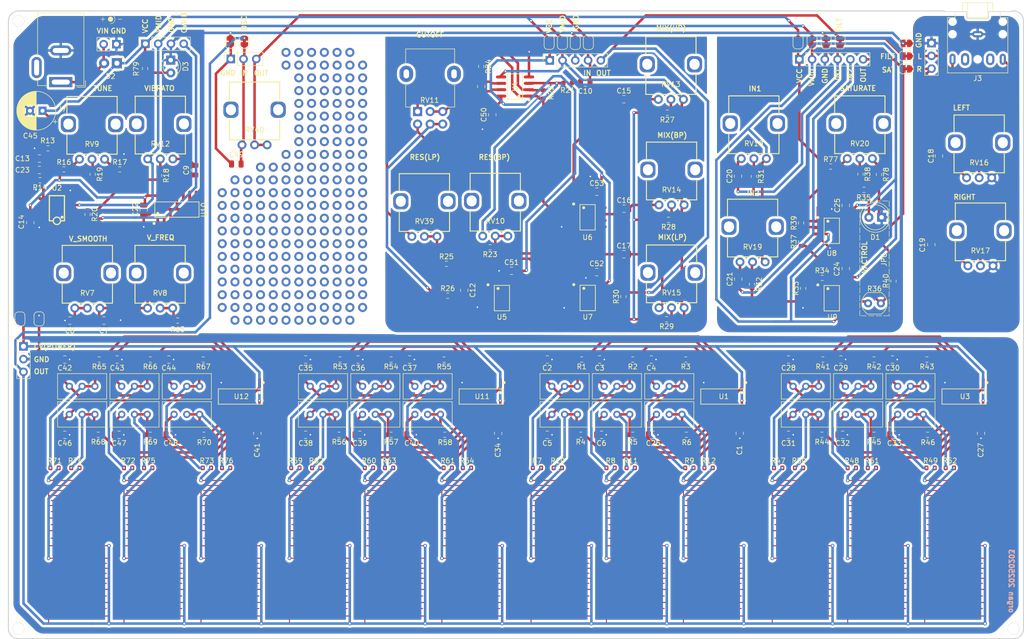
<source format=kicad_pcb>
(kicad_pcb (version 20240108) (generator "pcbnew") (generator_version "8.0")
  (title_block (title "organ") (rev "0_20250203"))
  (layers (0 "F.Cu" signal) (31 "B.Cu" signal) (34 "B.Paste" user) (35 "F.Paste" user) (36 "B.SilkS" user "B.Silkscreen") (37 "F.SilkS" user "F.Silkscreen") (38 "B.Mask" user) (39 "F.Mask" user) (44 "Edge.Cuts" user))
  (net 0 "")
  (net 1 "Net-(C7-Pad1)")
  (net 2 "/power/VLFO")
  (net 3 "Net-(C9-Pad2)")
  (net 4 "Net-(U2B-+)")
  (net 5 "/Filter/OUT")
  (net 6 "/Filter/IN")
  (net 7 "Net-(R15-Pad2)")
  (net 8 "Net-(C10-Pad2)")
  (net 9 "Net-(U5B--)")
  (net 10 "Net-(U5A--)")
  (net 11 "Net-(R16-Pad2)")
  (net 12 "Net-(R17-Pad1)")
  (net 13 "Net-(U2A--)")
  (net 14 "Net-(R18-Pad1)")
  (net 15 "/power/VOFFSET")
  (net 16 "Net-(U4A-+)")
  (net 17 "Net-(U4A--)")
  (net 18 "Net-(R23-Pad1)")
  (net 19 "Net-(R15-Pad1)")
  (net 20 "/Filter/band pass")
  (net 21 "/Filter/low pass")
  (net 22 "Net-(C15-Pad2)")
  (net 23 "Net-(U4B--)")
  (net 24 "Net-(U6A--)")
  (net 25 "Net-(C16-Pad2)")
  (net 26 "Net-(C17-Pad2)")
  (net 27 "Net-(U6B--)")
  (net 28 "Net-(R27-Pad1)")
  (net 29 "Net-(R28-Pad1)")
  (net 30 "Net-(R29-Pad1)")
  (net 31 "Net-(U7A--)")
  (net 32 "Net-(U7B--)")
  (net 33 "Net-(C18-Pad2)")
  (net 34 "/output/IN_R")
  (net 35 "Net-(C19-Pad2)")
  (net 36 "Net-(J3-PadT)")
  (net 37 "Net-(J3-PadR)")
  (net 38 "Net-(C20-Pad2)")
  (net 39 "Net-(C21-Pad2)")
  (net 40 "/vactrol compressor/IN2")
  (net 41 "Net-(D1-A)")
  (net 42 "Net-(R31-Pad1)")
  (net 43 "Net-(R32-Pad1)")
  (net 44 "Net-(U8A--)")
  (net 45 "Net-(R33-Pad2)")
  (net 46 "Net-(U9B--)")
  (net 47 "Net-(R35-Pad1)")
  (net 48 "Net-(U9A--)")
  (net 49 "Net-(R38-Pad1)")
  (net 50 "Net-(U9A-+)")
  (net 56 "Net-(C42-Pad2)")
  (net 57 "Net-(C43-Pad2)")
  (net 58 "Net-(D2-A)")
  (net 59 "/Filter/VMID")
  (net 60 "Net-(U7B-+)")
  (net 61 "Net-(R65-Pad1)")
  (net 62 "Net-(R65-Pad2)")
  (net 63 "Net-(R66-Pad1)")
  (net 64 "Net-(R66-Pad2)")
  (net 65 "Net-(R67-Pad2)")
  (net 66 "Net-(R67-Pad1)")
  (net 67 "Net-(R68-Pad1)")
  (net 68 "Net-(R68-Pad2)")
  (net 69 "Net-(R69-Pad1)")
  (net 70 "Net-(R69-Pad2)")
  (net 71 "Net-(R70-Pad2)")
  (net 72 "Net-(R70-Pad1)")
  (net 73 "Net-(R71-Pad2)")
  (net 74 "Net-(R72-Pad2)")
  (net 75 "Net-(R73-Pad2)")
  (net 76 "Net-(R74-Pad2)")
  (net 77 "Net-(R75-Pad2)")
  (net 78 "Net-(R76-Pad2)")
  (net 79 "/power/GND")
  (net 80 "/power/VCC")
  (net 81 "/output/IN_L")
  (net 82 "/vactrol compressor/IN1")
  (net 83 "/vactrol compressor/GND")
  (net 84 "/Filter/GND")
  (net 85 "/Filter/VCC")
  (net 86 "/power/VMID")
  (net 87 "/power/CV_OUT")
  (net 88 "/vactrol compressor/OUT")
  (net 89 "/vactrol compressor/VMID")
  (net 90 "/output/GND")
  (net 91 "/vactrol compressor/VCC")
  (net 92 "/passive filter/IN")
  (net 93 "/passive filter/GND")
  (net 94 "/passive filter/OUT")
  (net 95 "Net-(R25-Pad1)")
  (net 96 "/keys/CV_IN")
  (net 97 "/keys/GND")
  (net 98 "Net-(C44-Pad2)")
  (net 99 "Net-(C46-Pad2)")
  (net 100 "Net-(C47-Pad2)")
  (net 101 "Net-(C48-Pad2)")
  (net 102 "/keys/MIX_OUT")
  (net 103 "Net-(R77-Pad2)")
  (net 104 "Net-(R78-Pad1)")
  (net 105 "/Filter/high pass")
  (net 106 "Net-(R24-Pad1)")
  (net 107 "Net-(R26-Pad1)")
  (net 108 "Net-(JP6-B)")
  (net 109 "Net-(JP6-A)")
  (net 110 "Net-(R36-Pad2)")
  (net 111 "Net-(C2-Pad2)")
  (net 112 "Net-(C3-Pad2)")
  (net 113 "Net-(C4-Pad2)")
  (net 114 "Net-(C5-Pad2)")
  (net 115 "Net-(C6-Pad2)")
  (net 116 "Net-(C26-Pad2)")
  (net 117 "Net-(C28-Pad2)")
  (net 118 "Net-(C29-Pad2)")
  (net 119 "Net-(C30-Pad2)")
  (net 120 "Net-(C31-Pad2)")
  (net 121 "Net-(C32-Pad2)")
  (net 122 "Net-(C33-Pad2)")
  (net 123 "Net-(C35-Pad2)")
  (net 124 "Net-(C36-Pad2)")
  (net 125 "Net-(C37-Pad2)")
  (net 126 "Net-(C38-Pad2)")
  (net 127 "Net-(C39-Pad2)")
  (net 128 "Net-(C40-Pad2)")
  (net 129 "Net-(R1-Pad1)")
  (net 130 "Net-(R1-Pad2)")
  (net 131 "Net-(R2-Pad2)")
  (net 132 "Net-(R2-Pad1)")
  (net 133 "Net-(R3-Pad1)")
  (net 134 "Net-(R3-Pad2)")
  (net 135 "Net-(R4-Pad1)")
  (net 136 "Net-(R10-Pad1)")
  (net 137 "Net-(R11-Pad1)")
  (net 138 "Net-(R5-Pad1)")
  (net 139 "Net-(R12-Pad1)")
  (net 140 "Net-(R6-Pad1)")
  (net 141 "Net-(R7-Pad2)")
  (net 142 "Net-(R8-Pad2)")
  (net 143 "Net-(R9-Pad2)")
  (net 144 "Net-(R10-Pad2)")
  (net 145 "Net-(R11-Pad2)")
  (net 146 "Net-(R12-Pad2)")
  (net 147 "Net-(R41-Pad2)")
  (net 148 "Net-(R41-Pad1)")
  (net 149 "Net-(R42-Pad2)")
  (net 150 "Net-(R42-Pad1)")
  (net 151 "Net-(R43-Pad1)")
  (net 152 "Net-(R43-Pad2)")
  (net 153 "Net-(R44-Pad2)")
  (net 154 "Net-(R44-Pad1)")
  (net 155 "Net-(R45-Pad2)")
  (net 156 "Net-(R45-Pad1)")
  (net 157 "Net-(R46-Pad2)")
  (net 158 "Net-(R46-Pad1)")
  (net 159 "Net-(R47-Pad2)")
  (net 160 "Net-(R48-Pad2)")
  (net 161 "Net-(R49-Pad2)")
  (net 162 "Net-(R50-Pad2)")
  (net 163 "Net-(R51-Pad2)")
  (net 164 "Net-(R52-Pad2)")
  (net 165 "Net-(R53-Pad1)")
  (net 166 "Net-(R53-Pad2)")
  (net 167 "Net-(R54-Pad2)")
  (net 168 "Net-(R54-Pad1)")
  (net 169 "Net-(R55-Pad1)")
  (net 170 "Net-(R55-Pad2)")
  (net 171 "Net-(R56-Pad2)")
  (net 172 "Net-(R56-Pad1)")
  (net 173 "Net-(R57-Pad1)")
  (net 174 "Net-(R57-Pad2)")
  (net 175 "Net-(R58-Pad2)")
  (net 176 "Net-(R58-Pad1)")
  (net 177 "Net-(R59-Pad2)")
  (net 178 "Net-(R60-Pad2)")
  (net 179 "Net-(R61-Pad2)")
  (net 180 "Net-(R62-Pad2)")
  (net 181 "Net-(R63-Pad2)")
  (net 182 "Net-(R64-Pad2)")
  (net 183 "Net-(D3-A)")
  (footprint "Capacitor_SMD:C_0805_2012Metric" (layer "F.Cu") (at 150.1176 79.75715)
    (property "Reference" "C51")
    (property "Value" "100nF")
  )
  (footprint "TouchPad_Surface:TouchPad_2Pole_Square_15x15mm" (layer "F.Cu") (at 160 143.5)
    (property "Reference" "TP4" (hide yes))
    (property "Value" "key1" (hide yes))
  )
  (footprint "Resistor_SMD:R_0603_1608Metric" (layer "F.Cu") (at 220.243 63.626)
    (property "Reference" "R35")
    (property "Value" "33K")
  )
  (footprint "Potentiometer_THT:Potentiometer_Bourns_3296W_Vertical" (layer "F.Cu") (at 77.6255 108.343)
    (property "Reference" "RV37" (hide yes))
    (property "Value" "100K")
  )
  (footprint "Jumper:SolderJumper-2_P1.3mm_Bridged_RoundedPad1.0x1.5mm" (layer "F.Cu") (at 215.5064 34.162 90)
    (property "Reference" "JP14" (hide yes))
    (property "Value" "~")
  )
  (footprint "Capacitor_SMD:C_0805_2012Metric" (layer "F.Cu") (at 168.01026 112.409 180)
    (property "Reference" "C6")
    (property "Value" "0.47uF")
  )
  (footprint "Capacitor_SMD:C_0805_2012Metric" (layer "F.Cu") (at 178.30226 112.407 180)
    (property "Reference" "C26")
    (property "Value" "0.47uF")
  )
  (footprint "LED_THT:LED_D5.0mm_Clear" (layer "F.Cu") (at 223.76 69.1 180)
    (property "Reference" "D1")
    (property "Value" "LED")
  )
  (footprint "Resistor_SMD:R_0603_1608Metric" (layer "F.Cu") (at 77.2 39.475 -90)
    (property "Reference" "R79")
    (property "Value" "4.7K")
  )
  (footprint "Resistor_SMD:R_0603_1608Metric" (layer "F.Cu") (at 93.325 119)
    (property "Reference" "R76")
    (property "Value" "1K")
  )
  (footprint "Capacitor_SMD:C_0805_2012Metric" (layer "F.Cu") (at 216.624 66.74 90)
    (property "Reference" "C25")
    (property "Value" "0.1uF")
  )
  (footprint "Resistor_SMD:R_0603_1608Metric" (layer "F.Cu") (at 156.4455 44.61575 -90)
    (property "Reference" "R22")
    (property "Value" "22K")
  )
  (footprint "TouchPad_Surface:TouchPad_2Pole_Square_15x15mm" (layer "F.Cu") (at 126.925 143.5)
    (property "Reference" "TP17" (hide yes))
    (property "Value" "key1" (hide yes))
  )
  (footprint "Potentiometer_THT:Potentiometer_Bourns_3296W_Vertical" (layer "F.Cu") (at 173.6255 102.755)
    (property "Reference" "RV2" (hide yes))
    (property "Value" "100K")
  )
  (footprint "Resistor_SMD:R_0603_1608Metric" (layer "F.Cu") (at 141.25 119)
    (property "Reference" "R64")
    (property "Value" "1K")
  )
  (footprint "easyeda2kicad:SOIC-14_L8.7-W3.9-P1.27-LS6.0-BL" (layer "F.Cu") (at 192.1675 104.789 180)
    (property "Reference" "U1")
    (property "Value" "40106")
  )
  (footprint "Capacitor_SMD:C_0805_2012Metric" (layer "F.Cu") (at 167.63426 97.421 180)
    (property "Reference" "C3")
    (property "Value" "0.47uF")
  )
  (footprint "TouchPad_Surface:TouchPad_2Pole_Square_15x15mm" (layer "F.Cu") (at 79 143.5)
    (property "Reference" "TP23" (hide yes))
    (property "Value" "key1" (hide yes))
  )
  (footprint "Capacitor_SMD:C_0805_2012Metric" (layer "F.Cu") (at 225.91626 97.423 180)
    (property "Reference" "C30")
    (property "Value" "0.47uF")
  )
  (footprint "TouchPad_Surface:TouchPad_2Pole_Square_15x15mm" (layer "F.Cu") (at 111.925 128)
    (property "Reference" "TP13" (hide yes))
    (property "Value" "key1" (hide yes))
  )
  (footprint "Resistor_SMD:R_0603_1608Metric" (layer "F.Cu") (at 61.05 59.55575)
    (property "Reference" "R16")
    (property "Value" "10K")
  )
  (footprint "Resistor_SMD:R_0603_1608Metric" (layer "F.Cu") (at 77.825 119)
    (property "Reference" "R75")
    (property "Value" "1K")
  )
  (footprint "TouchPad_Surface:TouchPad_2Pole_Square_15x15mm" (layer "F.Cu") (at 208 143.5)
    (property "Reference" "TP10" (hide yes))
    (property "Value" "key1" (hide yes))
  )
  (footprint "TouchPad_Surface:TouchPad_2Pole_Square_15x15mm" (layer "F.Cu") (at 111.925 143.5)
    (property "Reference" "TP16" (hide yes))
    (property "Value" "key1" (hide yes))
  )
  (footprint "Resistor_SMD:R_0603_1608Metric" (layer "F.Cu") (at 223.228 60.578 -90)
    (property "Reference" "R78")
    (property "Value" "1K")
  )
  (footprint "Capacitor_SMD:C_0805_2012Metric" (layer "F.Cu") (at 216.01026 112.409 180)
    (property "Reference" "C32")
    (property "Value" "0.47uF")
  )
  (footprint "easyeda2kicad:SOIC-14_L8.7-W3.9-P1.27-LS6.0-BL" (layer "F.Cu") (at 240.1675 104.789 180)
    (property "Reference" "U3")
    (property "Value" "40106")
  )
  (footprint "Resistor_SMD:R_0603_1608Metric" (layer "F.Cu") (at 137.1616 78.36015)
    (property "Reference" "R25")
    (property "Value" "1K")
  )
  (footprint "TouchPad_Surface:TouchPad_2Pole_Square_15x15mm" (layer "F.Cu") (at 238.325 128)
    (property "Reference" "TP9" (hide yes))
    (property "Value" "key1" (hide yes))
  )
  (footprint "Capacitor_SMD:C_0805_2012Metric" (layer "F.Cu") (at 233.642 74.548 -90)
    (property "Reference" "C19")
    (property "Value" "10uF")
  )
  (footprint "Jumper:SolderJumper-2_P1.3mm_Bridged_RoundedPad1.0x1.5mm" (layer "F.Cu") (at 56.096 89.326 -90)
    (property "Reference" "JP5" (hide yes))
    (property "Value" "~")
  )
  (footprint "Resistor_SMD:R_0603_1608Metric" (layer "F.Cu") (at 145.8494 75.05815 180)
    (property "Reference" "R23")
    (property "Value" "1K")
  )
  (footprint "Capacitor_SMD:C_0805_2012Metric" (layer "F.Cu") (at 157.22026 97.421 180)
    (property "Reference" "C2")
    (property "Value" "0.47uF")
  )
  (footprint "Capacitor_SMD:C_0805_2012Metric" (layer "F.Cu") (at 215.63426 97.421 180)
    (property "Reference" "C29")
    (property "Value" "0.47uF")
  )
  (footprint "Resistor_SMD:R_0603_1608Metric" (layer "F.Cu") (at 59.175 119)
    (property "Reference" "R71")
    (property "Value" "1K")
  )
  (footprint "Potentiometer_THT:Potentiometer_Bourns_3296W_Vertical" (layer "F.Cu") (at 163.2115 108.343)
    (property "Reference" "RV4" (hide yes))
    (property "Value" "100K")
  )
  (footprint "Pot_RV09AF-ALPHA:Pot_RV09AF-ALPHA" (layer "F.Cu") (at 181.954 59.62775)
    (property "Reference" "RV14")
    (property "Value" "50K" (hide yes))
  )
  (footprint "Resistor_SMD:R_0603_1608Metric" (layer "F.Cu") (at 137.425 119)
    (property "Reference" "R61")
    (property "Value" "1K")
  )
  (footprint "Connector_PinSocket_2.54mm:PinSocket_1x05_P2.54mm_Vertical" (layer "F.Cu") (at 157.726 37.850645 90)
    (property "Reference" "J4" (hide yes))
    (property "Value" "Conn_01x05")
  )
  (footprint "Potentiometer_THT:Potentiometer_Bourns_3296W_Vertical" (layer "F.Cu") (at 88.0395 108.345)
    (property "Reference" "RV38" (hide yes))
    (property "Value" "100K")
  )
  (footprint "Resistor_SMD:R_0603_1608Metric" (layer "F.Cu") (at 222.23526 112.409 180)
    (property "Reference" "R45")
    (property "Value" "1K")
  )
  (footprint "Pot_RV09AF-ALPHA:Pot_RV09AF-ALPHA" (layer "F.Cu") (at 198.336 50.418)
    (property "Reference" "RV18")
    (property "Value" "A100K" (hide yes))
  )
  (footprint "Resistor_SMD:R_0603_1608Metric" (layer "F.Cu") (at 115.81026 112.407 180)
    (property "Reference" "R56")
    (property "Value" "1K")
  )
  (footprint "Resistor_SMD:R_0603_1608Metric" (layer "F.Cu") (at 207.734 73.977 90)
    (property "Reference" "R37")
    (property "Value" "10K")
  )
  (footprint "Resistor_SMD:R_0603_1608Metric" (layer "F.Cu") (at 222.23526 97.421 180)
    (property "Reference" "R42")
    (property "Value" "1K")
  )
  (footprint "easyeda2kicad:SOIC-8_L4.9-W3.9-P1.27-LS6.0-BL" (layer "F.Cu") (at 213.83 85.216 -90)
    (property "Reference" "U9")
    (property "Value" "NE5532")
  )
  (footprint "Potentiometer_THT:Potentiometer_Bourns_3296W_Vertical" (layer "F.Cu") (at 125.5505 108.343)
    (property "Reference" "RV31" (hide yes))
    (property "Value" "100K")
  )
  (footprint "easyeda2kicad:SOIC-14_L8.7-W3.9-P1.27-LS6.0-BL" (layer "F.Cu") (at 144.0925 104.789 180)
    (property "Reference" "U11")
    (property "Value" "40106")
  )
  (footprint "Resistor_SMD:R_0603_1608Metric" (layer "F.Cu") (at 88.77626 97.423 180)
    (property "Reference" "R67")
    (property "Value" "1K")
  )
  (footprint "Capacitor_SMD:C_0805_2012Metric" (layer "F.Cu") (at 72.01026 112.409 180)
    (property "Reference" "C47")
    (property "Value" "0.47uF")
  )
  (footprint "Capacitor_SMD:C_0805_2012Metric" (layer "F.Cu") (at 129.84126 97.423 180)
    (property "Reference" "C37")
    (property "Value" "0.47uF")
  )
  (footprint "Connector_PinSocket_2.54mm:PinSocket_1x04_P2.54mm_Vertical" (layer "F.Cu") (at 77.261 34.54325 90)
    (property "Reference" "J5" (hide yes))
    (property "Value" "Conn_01x04")
  )
  (footprint "Capacitor_SMD:C_0805_2012Metric" (layer "F.Cu") (at 119.93526 112.409 180)
    (property "Reference" "C39")
    (property "Value" "0.47uF")
  )
  (footprint "Resistor_SMD:R_0603_1608Metric" (layer "F.Cu") (at 207.325 119)
    (property "Reference" "R50")
    (property "Value" "1K")
  )
  (footprint "TouchPad_Surface:TouchPad_2Pole_Square_15x15mm" (layer "F.Cu") (at 142.25 128)
    (property "Reference" "TP15" (hide yes))
    (property "Value" "key1" (hide yes))
  )
  (footprint "Resistor_SMD:R_0603_1608Metric" (layer "F.Cu") (at 163.88526 112.407 180)
    (property "Reference" "R4")
    (property "Value" "1K")
  )
  (footprint "Connector_PinSocket_2.54mm:PinSocket_1x03_P2.54mm_Vertical" (layer "F.Cu") (at 233.682 34.416)
    (property "Reference" "J10" (hide yes))
    (property "Value" "Conn_01x03")
  )
  (footprint "Capacitor_SMD:C_0805_2012Metric" (layer "F.Cu") (at 146.2855 48.67775 90)
    (property "Reference" "C50")
    (property "Value" "100nF")
  )
  (footprint "Capacitor_THT:CP_Radial_D7.5mm_P2.50mm" (layer "F.Cu") (at 56.789395 47.8785 180)
    (property "Reference" "C45")
    (property "Value" "100uF")
  )
  (footprint "Resistor_SMD:R_0603_1608Metric" (layer "F.Cu") (at 169.825 119)
    (property "Reference" "R8")
    (property "Value" "1K")
  )
  (footprint "Capacitor_SMD:C_0805_2012Metric" (layer "F.Cu") (at 235.166 56.895 -90)
    (property "Reference" "C18")
    (property "Value" "10uF")
  )
  (footprint "Capacitor_SMD:C_0805_2012Metric" (layer "F.Cu") (at 61.22026 112.407 180)
    (property "Reference" "C46")
    (property "Value" "0.47uF")
  )
  (footprint "Capacitor_SMD:C_0805_2012Metric" (layer "F.Cu") (at 195.18 60.91 90)
    (property "Reference" "C20")
    (property "Value" "10uF")
  )
  (footprint "easyeda2kicad:SOIC-14_L8.7-W3.9-P1.27-LS6.0-BL" (layer "F.Cu") (at 96.1675 104.789 180)
    (property "Reference" "U12")
    (property "Value" "40106")
  )
  (footprint "Resistor_SMD:R_0603_1608Metric" (layer "F.Cu") (at 161.281 42.37095 180)
    (property "Reference" "R21")
    (property "Value" "47R")
  )
  (footprint "Capacitor_SMD:C_0805_2012Metric" (layer "F.Cu") (at 226.30226 112.407 180)
    (property "Reference" "C33")
    (property "Value" "0.47uF")
  )
  (footprint "Connector_PinHeader_2.54mm:PinHeader_1x03_P2.54mm_Vertical" (layer "F.Cu") (at 53 94.8)
    (property "Reference" "J1" (hide yes))
    (property "Value" "Conn_01x03")
  )
  (footprint "Resistor_SMD:R_0603_1608Metric" (layer "F.Cu") (at 83.679 89.6625)
    (property "Reference" "R15")
    (property "Value" "1K")
  )
  (footprint "Resistor_SMD:R_0603_1608Metric" (layer "F.Cu") (at 67.88526 112.407 180)
    (property "Reference" "R68")
    (property "Value" "1K")
  )
  (footprint "Resistor_SMD:R_0603_1608Metric" (layer "F.Cu") (at 88.90326 112.407 180)
    (property "Reference" "R70")
    (property "Value" "1K")
  )
  (footprint "Capacitor_SMD:C_0805_2012Metric" (layer "F.Cu") (at 54.358 70.16075 -90)
    (property "Reference" "C14")
    (property "Value" "0.1uF")
  )
  (footprint "Capacitor_SMD:C_0805_2012Metric" (layer "F.Cu") (at 130.22726 112.407 180)
    (property "Reference" "C40")
    (property "Value" "0.47uF")
  )
  (footprint "TouchPad_Surface:TouchPad_2Pole_Square_15x15mm" (layer "F.Cu") (at 64 143.5)
    (property "Reference" "TP22" (hide yes))
    (property "Value" "key1" (hide yes))
  )
  (footprint "TouchPad_Surface:TouchPad_2Pole_Square_15x15mm" (layer "F.Cu") (at 160 128)
    (property "Reference" "TP1" (hide yes))
    (property "Value" "key1" (hide yes))
  )
  (footprint "Capacitor_SMD:C_0805_2012Metric" (layer "F.Cu") (at 172.4696 45.59415)
    (property "Reference" "C15")
    (property "Value" "10uF")
  )
  (footprint "Pot_RV09AF-ALPHA:Pot_RV09AF-ALPHA" (layer "F.Cu") (at 198.082 70.992)
    (property "Reference" "RV19")
    (property "Value" "A100K" (hide yes))
  )
  (footprint "Resistor_SMD:R_0603_1608Metric" (layer "F.Cu") (at 207.734 70.23 90)
    (property "Reference" "R39")
    (property "Value" "10K")
  )
  (footprint "Pot_RV09AF-ALPHA:Pot_RV09AF-ALPHA" (layer "F.Cu") (at 132.78 65.91)
    (property "Reference" "RV39")
    (property "Value" "200k-1m (tbd)" (hide yes))
  )
  (footprint "Capacitor_SMD:C_0805_2012Metric" (layer "F.Cu") (at 205.22026 112.407 180)
    (property "Reference" "C31")
    (property "Value" "0.47uF")
  )
  (footprint "TouchPad_Surface:TouchPad_2Pole_Square_15x15mm" (layer "F.Cu") (at 238.325 143.5)
    (property "Reference" "TP12" (hide yes))
    (property "Value" "key1" (hide yes))
  )
  (footprint "Resistor_SMD:R_0603_1608Metric" (layer "F.Cu") (at 226.12 81.805 90)
    (property "Reference" "R40")
    (property "Value" "1K")
  )
  (footprint "Potentiometer_THT:Potentiometer_Bourns_3296W_Vertical" (layer "F.Cu") (at 135.9645 108.345)
    (property "Reference" "RV32" (hide yes))
    (property "Value" "100K")
  )
  (footprint "Potentiometer_THT:Potentiometer_Bourns_3296W_Vertical" (layer "F.Cu") (at 232.0395 102.755)
    (property "Reference" "RV23" (hide yes))
    (property "Value" "100K")
  )
  (footprint "Capacitor_SMD:C_0805_2012Metric" (layer "F.Cu") (at 62.218 89.6625 180)
    (property "Reference" "C8")
    (property "Value" "1uF")
  )
  (footprint "OptoDevice:R_LDR_4.9x4.2mm_P2.54mm_Vertical" (layer "F.Cu") (at 221.065 86.232)
    (property "Reference" "R36")
    (property "Value" "R_Photo")
  )
  (footprint "Resistor_SMD:R_0603_1608Metric" (layer "F.Cu") (at 197.956 82.422 -90)
    (property "Reference" "R32")
    (property "Value" "10K")
  )
  (footprint "Potentiometer_THT:Potentiometer_Bourns_3296W_Vertical" (layer "F.Cu") (at 67.2115 102.755)
    (property "Reference" "RV33" (hide yes))
    (property "Value" "100K")
  )
  (footprint "Capacitor_SMD:C_0805_2012Metric" (layer "F.Cu") (at 76.924 67.62675 -90)
    (property "Reference" "C22")
    (property "Value" "0.1uF")
  )
  (footprint "Pot_RV09AF-ALPHA:Pot_RV09AF-ALPHA" (layer "F.Cu") (at 66.638 50.5325)
    (property "Reference" "RV9")
    (property "Value" "100K" (hide yes))
  )
  (footprint "Capacitor_SMD:C_0805_2012Metric" (layer "F.Cu") (at 81.91626 97.423 180)
    (property "Reference" "C44")
    (property "Value" "0.47uF")
  )
  (footprint "Resistor_SMD:R_0603_1608Metric" (layer "F.Cu") (at 217.825 119)
    (property "Reference" "R48")
    (property "Value" "1K")
  )
  (footprint "Resistor_SMD:R_0603_1608Metric" (layer "F.Cu") (at 56.287 61.71275 180)
    (property "Reference" "R14")
    (property "Value" "100K")
  )
  (footprint "Potentiometer_THT:Potentiometer_Bourns_3296W_Vertical" (layer "F.Cu") (at 77.6255 102.755)
    (property "Reference" "RV34" (hide yes))
    (property "Value" "100K")
  )
  (footprint "Capacitor_SMD:C_0805_2012Metric" (layer "F.Cu") (at 144.0826 43.05415 -90)
    (property "Reference" "C11" (hide yes))
    (property "Value" "10nF")
  )
  (footprint "easyeda2kicad:SOIC-8_L4.9-W3.9-P1.27-LS6.0-BL" (layer "F.Cu") (at 165.2429 69.10175 -90)
    (property "Reference" "U6")
    (property "Value" "NE5532")
  )
  (footprint "Capacitor_SMD:C_0805_2012Metric" (layer "F.Cu") (at 119.55926 97.421 180)
    (property "Reference" "C36")
    (property "Value" "0.47uF")
  )
  (footprint "Capacitor_SMD:C_0805_2012Metric" (layer "F.Cu") (at 195.53 112.12 -90)
    (property "Reference" "C1")
    (property "Value" "100nF")
  )
  (footprint "Connector_PinSocket_2.54mm:PinSocket_1x06_P2.54mm_Vertical" (layer "F.Cu") (at 207.3784 37.6418 90)
    (property "Reference" "J6" (hide yes))
    (property "Value" "Conn_01x06")
  )
  (footprint "Resistor_SMD:R_0603_1608Metric" (layer "F.Cu") (at 125.75 119)
    (property "Reference" "R63")
    (property "Value" "1K")
  )
  (footprint "Potentiometer_THT:Potentiometer_Bourns_3296W_Vertical" (layer "F.Cu") (at 135.9645 102.755)
    (property "Reference" "RV29" (hide yes))
    (property "Value" "100K")
  )
  (footprint "Resistor_SMD:R_0603_1608Metric" (layer "F.Cu") (at 144.0826 39.05415 -90)
    (property "Reference" "R24")
    (property "Value" "1K")
  )
  (footprint "Potentiometer_THT:Potentiometer_Bourns_3296W_Vertical" (layer "F.Cu") (at 232.0395 108.345)
    (property "Reference" "RV26" (hide yes))
    (property "Value" "100K")
  )
  (footprint "Jumper:SolderJumper-2_P1.3mm_Bridged_RoundedPad1.0x1.5mm" (layer "F.Cu") (at 226.22 77.49 -90)
    (property "Reference" "JP6")
    (property "Value" "SolderJumper_2_Bridged")
  )
  (footprint "TouchPad_Surface:TouchPad_2Pole_Square_15x15mm" (layer "F.Cu") (at 79 128)
    (property "Reference" "TP20" (hide yes))
    (property "Value" "key1" (hide yes))
  )
  (footprint "Resistor_SMD:R_0603_1608Metric" (layer "F.Cu") (at 212.07526 97.419 180)
    (property "Reference" "R41")
    (property "Value" "1K")
  )
  (footprint "Resistor_SMD:R_0603_1608Metric" (layer "F.Cu") (at 172.3822 84.8885 90)
    (property "Reference" "R30")
    (property "Value" "100K")
  )
  (footprint "Resistor_SMD:R_0603_1608Metric" (layer "F.Cu") (at 68.07526 97.419 180)
    (property "Reference" "R65")
    (property "Value" "1K")
  )
  (footprint "Resistor_SMD:R_0603_1608Metric" (layer "F.Cu") (at 137.4146 84.71015)
    (property "Reference" "R26")
    (property "Value" "1K")
  )
  (footprint "Jumper:SolderJumper-2_P1.3mm_Bridged_RoundedPad1.0x1.5mm" (layer "F.Cu") (at 165.4 34.3 90)
    (property "Reference" "JP21" (hide yes))
    (property "Value" "~")
  )
  (footprint "Capacitor_SMD:C_0805_2012Metric" (layer "F.Cu") (at 82.30226 112.407 180)
    (property "Reference" "C48")
    (property "Value" "0.47uF")
  )
  (footprint "Jumper:SolderJumper-2_P1.3mm_Bridged_RoundedPad1.0x1.5mm" (layer "F.Cu") (at 96.95 34.07225 90)
    (property "Reference" "JP12" (hide yes))
    (property "Value" "~")
  )
  (footprint "Capacitor_SMD:C_0805_2012Metric" (layer "F.Cu") (at 56.162 57.39475 180)
    (property "Reference" "C13")
    (property "Value" "0.1uF")
  )
  (footprint "Pot_RV09AF-ALPHA:Pot_RV09AF-ALPHA" (layer "F.Cu") (at 181.826 38.622)
    (property "Reference" "RV13")
    (property "Value" "50K" (hide yes))
  )
  (footprint "Capacitor_SMD:C_0805_2012Metric" (layer "F.Cu") (at 109.14526 97.421 180)
    (property "Reference" "C35")
    (property "Value" "0.47uF")
  )
  (footprint "Connector_PinSocket_2.54mm:PinSocket_1x03_P2.54mm_Vertical" (layer "F.Cu") (at 94.2472 37.56745 90)
    (property "Reference" "J11" (hide yes))
    (property "Value" "Conn_01x03")
  )
  (footprint "Resistor_SMD:R_0603_1608Metric" (layer "F.Cu") (at 136.82826 112.407 180)
    (property "Reference" "R58")
    (property "Value" "1K")
  )
  (footprint "TouchPad_Surface:TouchPad_2Pole_Square_15x15mm" (layer "F.Cu") (at 223 143.5)
    (property "Reference" "TP11" (hide yes))
    (property "Value" "key1" (hide yes))
  )
  (footprint "Jumper:SolderJumper-2_P1.3mm_Bridged_RoundedPad1.0x1.5mm" (layer "F.Cu") (at 228.674 39.54 180)
    (property "Reference" "JP18" (hide yes))
    (property "Value" "~")
  )
  (footprint "Capacitor_SMD:C_0805_2012Metric" (layer "F.Cu") (at 205.22026 97.421 180)
    (property "Reference" "C28")
    (property "Value" "0.47uF")
  )
  (footprint "Resistor_SMD:R_0603_1608Metric" (layer "F.Cu") (at 72.163 59.55575)
    (property "Reference" "R17")
    (property "Value" "10K")
  )
  (footprint "Resistor_SMD:R_0603_1608Metric" (layer "F.Cu") (at 221.825 119)
    (property "Reference" "R51")
    (property "Value" "1K")
  )
  (footprint "Pot_RV09AF-ALPHA:Pot_RV09AF-ALPHA" (layer "F.Cu") (at 243.42 71.754)
    (property "Reference" "RV17")
    (property "Value" "100K" (hide yes))
  )
  (footprint "Capacitor_SMD:C_0805_2012Metric" (layer "F.Cu") (at 56.162 59.68075 180)
    (property "Reference" "C23")
    (property "Value" "10uF")
  )
  (footprint "Capacitor_SMD:C_0805_2012Metric" (layer "F.Cu") (at 140.7025 83.64075 -90)
    (property "Reference" "C12")
    (property "Value" "10nF")
  )
  (footprint "Resistor_SMD:R_0603_1608Metric" (layer "F.Cu") (at 237.325 119)
    (property "Reference" "R52")
    (property "Value" "1K")
  )
  (footprint "TouchPad_Surface:TouchPad_2Pole_Square_15x15mm" (layer "F.Cu") (at 175 143.5)
    (property "Reference" "TP5" (hide yes))
    (property "Value" "key1" (hide yes))
  )
  (footprint "Resistor_SMD:R_0603_1608Metric" (layer "F.Cu") (at 184.77626 97.423 180)
    (property "Reference" "R3")
    (property "Value" "1K")
  )
  (footprint "Potentiometer_THT:Potentiometer_Bourns_3296W_Vertical" (layer "F.Cu") (at 184.0395 102.755)
    (property "Reference" "RV3" (hide yes))
    (property "Value" "100K")
  )
  (footprint "Capacitor_SMD:C_0805_2012Metric" (layer "F.Cu") (at 95.3506 58.48625 180)
    (property "Reference" "C49")
    (property "Value" "10-100nF")
  )
  (footprint "Jumper:SolderJumper-2_P1.3mm_Bridged_RoundedPad1.0x1.5mm" (layer "F.Cu") (at 162.8 34.274 -90)
    (property "Reference" "JP1" (hide yes))
    (property "Value" "~")
  )
  (footprint "TouchPad_Surface:TouchPad_2Pole_Square_15x15mm" (layer "F.Cu") (at 223 128)
    (property "Reference" "TP8" (hide yes))
    (property "Value" "key1" (hide yes))
  )
  (footprint "Resistor_SMD:R_0603_1608Metric" (layer "F.Cu") (at 78.23526 112.409 180)
    (property "Reference" "R69")
    (property "Value" "1K")
  )
  (footprint "Resistor_SMD:R_0603_1608Metric" (layer "F.Cu") (at 181.3566 69.59715 180)
    (property "Reference" "R28")
    (property "Value" "100K")
  )
  (footprint "Resistor_SMD:R_0603_1608Metric" (layer "F.Cu") (at 65.748 68.53175 -90)
    (property "Reference" "R20")
    (property "Value" "100K")
  )
  (footprint "Resistor_SMD:R_0603_1608Metric" (layer "F.Cu") (at 111.25 119)
    (property "Reference" "R62")
    (property "Value" "1K")
  )
  (footprint "Capacitor_SMD:C_0805_2012Metric" (layer "F.Cu") (at 99.53 112.12 -90)
    (property "Reference" "C41")
    (property "Value" "100nF")
  )
  (footprint "Jumper:SolderJumper-2_P1.3mm_Bridged_RoundedPad1.0x1.5mm" (layer "F.Cu") (at 228.674 34.46)
    (property "Reference" "JP19" (hide yes))
    (property "Value" "~")
  )
  (footprint "easyeda2kicad:SOIC-8_L4.9-W3.9-P1.27-LS6.0-BL" (layer "F.Cu") (at 165.2702 85.15475 -90)
    (property "Reference" "U7")
    (property "Value" "NE5532")
  )
  (footprint "easyeda2kicad:SOIC-8_L5.0-W4.0-P1.27-LS6.0-BL" (layer "F.Cu") (at 59.652 67.30075 90)
    (property "Reference" "U2")
    (property "Value" "LM358")
  )
  (footprint "Capacitor_SMD:C_0805_2012Metric" (layer "F.Cu") (at 157.22026 112.407 180)
    (property "Reference" "C5")
    (property "Value" "0.47uF")
  )
  (footprint "Jumper:SolderJumper-2_P1.3mm_Bridged_RoundedPad1.0x1.5mm" (layer "F.Cu") (at 212.7124 34.162 -90)
    (property "Reference" "JP13" (hide yes))
    (property "Value" "~")
  )
  (footprint "Jumper:SolderJumper-2_P1.3mm_Bridged_RoundedPad1.0x1.5mm" (layer "F.Cu") (at 94.156 34.07225 -90)
    (property "Reference" "JP20" (hide yes))
    (property "Value" "~")
  )
  (footprint "Resistor_SMD:R_0603_1608Metric" (layer "F.Cu") (at 73.825 119)
    (property "Reference" "R72")
    (property "Value" "1K")
  )
  (footprint "LED_THT:LED_D3.0mm" (layer "F.Cu") (at 82.3 37.8 -90)
    (property "Reference" "D3")
    (property "Value" "LED")
  )
  (footprint "TouchPad_Surface:TouchPad_2Pole_Square_15x15mm" (layer "F.Cu") (at 126.925 128)
    (property "Reference" "TP14" (hide yes))
    (property "Value" "key1" (hide yes))
  )
  (footprint "Pot_RV09AF-ALPHA:Pot_RV09AF-ALPHA" (layer "F.Cu") (at 98.982 47.67625)
    (property "Reference" "RV40")
    (property "Value" "10-50K" (hide yes))
  )
  (footprint "Pot_RV09AF-ALPHA:Pot_RV09AF-ALPHA" (layer "F.Cu") (at 219.418 50.418)
    (property "Reference" "RV20")
    (property "Value" "10K" (hide yes))
  )
  (footprint "Resistor_SMD:R_0603_1608Metric" (layer "F.Cu") (at 126.16026 97.421 180)
    (property "Reference" "R54")
    (property "Value" "1K")
  )
  (footprint "Resistor_SMD:R_0603_1608Metric" (layer "F.Cu") (at 159.325 119)
    (property "Reference" "R10")
    (property "Value" "1K")
  )
  (footprint "Pot_RV09AF-ALPHA:Pot_RV09AF-ALPHA" (layer "F.Cu") (at 146.8766 65.8379)
    (property "Reference" "RV10")
    (property "Value" "200k-1m (TBD)" (hide yes))
  )
  (footprint "Resistor_SMD:R_0603_1608Metric" (layer "F.Cu") (at 233.5 119)
    (property "Reference" "R49")
    (property "Value" "1K")
  )
  (footprint "Resistor_SMD:R_0603_1608Metric" (layer "F.Cu") (at 232.77626 97.423 180)
    (property "Reference" "R43")
    (property "Value" "1K")
  )
  (footprint "Resistor_SMD:R_0603_1608Metric" (layer "F.Cu") (at 189.325 119)
    (property "Reference" "R12")
    (property "Value" "1K")
  )
  (footprint "Potentiometer_THT:Potentiometer_Bourns_3296W_Vertical" (layer "F.Cu") (at 163.2115 102.755)
    (property "Reference" "RV1" (hide yes))
    (property "Value" "100K")
  )
  (footprint "Jumper:SolderJumper-2_P1.3mm_Bridged_RoundedPad1.0x1.5mm" (layer "F.Cu") (at 52.286 89.35 90)
    (property "Reference" "JP4" (hide yes))
    (property "Value" "~")
  )
  (footprint "Potentiometer_THT:Potentiometer_Bourns_3296W_Vertical" (layer "F.Cu") (at 184.0395 108.345)
    (property "Reference" "RV6" (hide yes))
    (property "Value" "100K")
  )
  (footprint "Resistor_SMD:R_0603_1608Metric" (layer "F.Cu") (at 181.1026 48.26115 180)
    (property "Reference" "R27")
    (property "Value" "100K")
  )
  (footprint "Resistor_SMD:R_0603_1608Metric" (layer "F.Cu") (at 173.825 119)
    (property "Reference" "R11")
    (property "Value" "1K")
  )
  (footprint "Potentiometer_THT:Potentiometer_Bourns_3296W_Vertical" (layer "F.Cu") (at 173.6255 108.343)
    (property "Reference" "RV5" (hide yes))
    (property "Value" "100K")
  )
  (footprint "Potentiometer_THT:Potentiometer_Alpha_RD902F-40-00D_Dual_Vertical" (layer "F.Cu") (at 131.4226 48.03715 90)
    (property "Reference" "RV11")
    (property "Value" "1M")
  )
  (footprint "Jumper:SolderJumper-2_P1.3mm_Bridged_RoundedPad1.0x1.5mm" (layer "F.Cu") (at 157.6 34.25 -90)
    (property "Reference" "JP3" (hide yes))
    (property "Value" "~")
  )
  (footprint "easyeda2kicad:SOIC-8_L4.9-W3.9-P1.27-LS6.0-BL" (layer "F.Cu") (at 150.8136 43.05415 90)
    (property "Reference" "U4")
    (property "Value" "NE5532")
  )
  (footprint "Resistor_SMD:R_0603_1608Metric" (layer "F.Cu") (at 89.5 119)
    (property "Reference" "R73")
    (property "Value" "1K")
  )
  (footprint "Potentiometer_THT:Potentiometer_Bourns_3296W_Vertical" (layer "F.Cu") (at 88.0395 102.755)
    (property "Reference" "RV35" (hide yes))
    (property "Value" "100K")
  )
  (footprint "Jumper:SolderJumper-2_P1.3mm_Bridged_RoundedPad1.0x1.5mm" (layer "F.Cu") (at 209.9184 34.162 -90)
    (property "Reference" "JP15" (hide yes))
    (property "Value" "~")
  )
  (footprint "Resistor_SMD:R_0603_1608Metric" (layer "F.Cu") (at 180.9766 89.40915 180)
    (property "Reference" "R29")
    (property "Value" "100K")
  )
  (footprint "Resistor_SMD:R_0603_1608Metric" (layer "F.Cu") (at 174.23526 112.409 180)
    (property "Reference" "R5")
    (property "Value" "1K")
  )
  (footprint "Resistor_SMD:R_0603_1608Metric" (layer "F.Cu") (at 66.764 60.52975 -90)
    (property "Reference" "R19")
    (property "Value" "100K")
  )
  (footprint "Resistor_SMD:R_0603_1608Metric" (layer "F.Cu") (at 79.972 60.78375 -90)
    (property "Reference" "R18")
    (property "Value" "100K")
  )
  (footprint "Potentiometer_THT:Potentiometer_Bourns_3296W_Vertical" (layer "F.Cu") (at 221.6255 102.755)
    (property "Reference" "RV22" (hide yes))
    (property "Value" "100K")
  )
  (footprint "easyeda2kicad:SOIC-14_L8.7-W3.9-P1.27-LS6.0-BL" (layer "F.Cu") (at 83.528 67.55475)
    (property "Reference" "U10")
    (property "Value" "40106")
  )
  (footprint "Capacitor_SMD:C_0805_2012Metric" (layer "F.Cu") (at 87.084 59.72275 90)
    (property "Reference" "C9")
    (property "Value" "10uF")
  )
  (footprint "Capacitor_SMD:C_0805_2012Metric" (layer "F.Cu") (at 172.4696 76.45515)
    (property "Reference" "C17")
    (property "Value" "10uF")
  )
  (footprint "Resistor_SMD:R_0603_1608Metric" (layer "F.Cu") (at 63.325 119)
    (property "Reference" "R74")
    (property "Value" "1K")
  )
  (footprint "Resistor_SMD:R_0603_1608Metric" (layer "F.Cu") (at 164.07526 97.419 180)
    (property "Reference" "R1")
    (property "Value" "1K")
  )
  (footprint "Resistor_SMD:R_0603_1608Metric" (layer "F.Cu") (at 174.23526 97.421 180)
    (property "Reference" "R2")
    (property "Value" "1K")
  )
  (footprint "TouchPad_Surface:TouchPad_2Pole_Square_15x15mm" (layer "F.Cu") (at 142.25 143.5)
    (property "Reference" "TP18" (hide yes))
    (property "Value" "key1" (hide yes))
  )
  (footprint "TouchPad_Surface:TouchPad_2Pole_Square_15x15mm" (layer "F.Cu") (at 94.325 143.5)
    (property "Reference" "TP24" (hide yes))
    (property "Value" "key1" (hide yes))
  )
  (footprint "Connector_BarrelJack:BarrelJack_GCT_DCJ200-10-A_Horizontal" (layer "F.Cu") (at 60.414 42.174 180)
    (property "Reference" "J7")
    (property "Value" "Barrel_Jack_Switch")
  )
  (footprint "Pot_RV09AF-ALPHA:Pot_RV09AF-ALPHA" (layer "F.Cu") (at 65.708 80.18825)
    (property "Reference" "RV7")
    (property "Value" "20-50K" (hide yes))
  )
  (footprint "Pot_RV09AF-ALPHA:Pot_RV09AF-ALPHA" (layer "F.Cu") (at 80.186 80.18825)
    (property "Reference" "RV8")
    (property "Value" "50K" (hide yes))
  )
  (footprint "TouchPad_Surface:TouchPad_2Pole_Square_15x15mm" (layer "F.Cu") (at 190.325 128)
    (property "Reference" "TP3" (hide yes))
    (property "Value" "key1" (hide yes))
  )
  (footprint "Capacitor_SMD:C_0805_2012Metric" (layer "F.Cu") (at 61.22026 97.421 180)
    (property "Reference" "C42")
    (property "Value" "0.47uF")
  )
  (footprint "Resistor_SMD:R_0603_1608Metric" (layer "F.Cu") (at 155.175 119)
    (property "Reference" "R7")
    (property "Value" "1K")
  )
  (footprint "Jumper:SolderJumper-2_P1.3mm_Bridged_RoundedPad1.0x1.5mm" (layer "F.Cu") (at 207.1244 34.162 -90)
    (property "Reference" "JP16" (hide yes))
    (property "Value" "~")
  )
  (footprint "Capacitor_SMD:C_0805_2012Metric" (layer "F.Cu") (at 216.624 79.313 90)
    (property "Reference" "C24")
    (property "Value" "0.1uF")
  )
  (footprint "easyeda2kicad:SOIC-8_L4.9-W3.9-P1.27-LS6.0-BL" (layer "F.Cu") (at 148.2005 85.19275 -90)
    (property "Reference" "U5")
    (property "Value" "NE5532")
  )
  (footprint "TouchPad_Surface:TouchPad_2Pole_Square_15x15mm" (layer "F.Cu") (at 64 128)
    (property "Reference" "TP19" (hide yes))
    (property "Value" "key1" (hide yes))
  )
  (footprint "TouchPad_Surface:TouchPad_2Pole_Square_15x15mm" (layer "F.Cu") (at 208 128)
    (property "Reference" "TP7" (hide yes))
    (property "Value" "key1" (hide yes))
  )
  (footprint "Diode_THT:D_T-1_P2.54mm_Vertical_AnodeUp" (layer "F.Cu") (at 71.59 38.414 180)
    (property "Reference" "D2")
    (property "Value" "D")
  )
  (footprint "Connector_Audio:Jack_3.5mm_CUI_SJ1-3525N_Horizontal" (layer "F.Cu") (at 242.866 32.638 180)
    (property "Reference" "J3")
    (property "Value" "AudioJack3")
    (fp_line (start 2.2 4.5) (end 6.5 4.5) (stroke (width 0.12)) (layer "Edge.Cuts"))
    (fp_line (start 2.2 3.5) (end 2.2 4.5) (stroke (width 0.12)) (layer "Edge.Cuts"))
    (fp_line (start 1.8 3.1) (end -1.8 3.1) (stroke (width 0.12)) (layer "Edge.Cuts"))
    (fp_line (start -2.2 4.5) (end -6.5 4.5) (stroke (width 0.12)) (layer "Edge.Cuts"))
    (fp_line (start -2.2 3.5) (end -2.2 4.5) (stroke (width 0.12)) (layer "Edge.Cuts"))
    (fp_arc (start 1.8 3.1) (mid 2.082843 3.217157) (end 2.2 3.5) (stroke (width 0.12)) (layer "Edge.Cuts"))
    (fp_arc (start -2.2 3.5) (mid -2.082842 3.217158) (end -1.8 3.1) (stroke (width 0.12)) (layer "Edge.Cuts"))
  )
  (footprint "Capacitor_SMD:C_0805_2012Metric" (layer "F.Cu") (at 71.63426 97.421 180)
    (property "Reference" "C43")
    (property "Value" "0.47uF")
  )
  (footprint "Pot_RV09AF-ALPHA:Pot_RV09AF-ALPHA" (layer "F.Cu") (at 80.226 50.4845)
    (property "Reference" "RV12")
    (property "Value" "100K" (hide yes))
  )
  (footprint "Resistor_SMD:R_0603_1608Metric" (layer "F.Cu") (at 232.90326 112.407 180)
    (property "Reference" "R46")
    (property "Value" "1K")
  )
  (footprint "Jumper:SolderJumper-2_P1.3mm_Bridged_RoundedPad1.0x1.5mm" (layer "F.Cu") (at 160.236 34.274 -90)
    (property "Reference" "JP2" (hide yes))
    (property "Value" "~")
  )
  (footprint "TouchPad_Surface:TouchPad_2Pole_Square_15x15mm" (layer "F.Cu") (at 94.325 128)
    (property "Reference" "TP21" (hide yes))
    (property "Value" "key1" (hide yes))
  )
  (footprint "Capacitor_SMD:C_0805_2012Metric" (layer "F.Cu") (at 167.0696 64.00915)
    (property "Reference" "C53")
    (property "Value" "100nF")
  )
  (footprint "Capacitor_SMD:C_0805_2012Metric" (layer "F.Cu") (at 164.7836 42.29215 180)
    (property "Reference" "C10")
    (property "Value" "4.7uF")
  )
  (footprint "Potentiometer_THT:Potentiometer_Bourns_3296W_Vertical" (layer "F.Cu") (at 211.2115 102.755)
    (property "Reference" "RV21" (hide yes))
    (property "Value" "100K")
  )
  (footprint "Resistor_SMD:R_0603_1608Metric" (layer "F.Cu") (at 211.929 81.152)
    (property "Reference" "R34")
    (property "Value" "100K")
  )
  (footprint "Resistor_SMD:R_0603_1608Metric" (layer "F.Cu") (at 107.1 119)
    (property "Reference" "R59")
    (property "Value" "1K")
  )
  (footprint "Resistor_SMD:R_0603_1608Metric" (layer "F.Cu") (at 198.336 60.959 -90)
    (property "Reference" "R31")
    (property "Value" "10K")
  )
  (footprint "Capacitor_SMD:C_0805_2012Metric" (layer "F.Cu") (at 167.0696 80.01115)
    (property "Reference" "C52")
    (property "Value" "100nF")
  )
  (footprint "Resistor_SMD:R_0603_1608Metric" (layer "F.Cu") (at 213.62 58.99)
    (property "Reference" "R77")
    (property "Value" "1K")
  )
  (footprint "Resistor_SMD:R_0603_1608Metric" (layer "F.Cu") (at 208.14 83.25 90)
    (property "Reference" "R33")
    (property "Value" "10K")
  )
  (footprint "easyeda2kicad:SOIC-8_L4.9-W3.9-P1.27-LS6.0-BL" (layer "F.Cu") (at 213.831 71.792 -90)
    (property "Reference" "U8")
    (property "Value" "NE5532")
  )
  (footprint "TouchPad_Surface:TouchPad_2Pole_Square_15x15mm" (layer "F.Cu") (at 190.325 143.5)
    (property "Reference" "TP6" (hide yes))
    (property "Value" "key1" (hide yes))
  )
  (footprint "Resistor_SMD:R_0603_1608Metric" (layer "F.Cu") (at 121.75 119)
    (property "Reference" "R60")
    (property "Value" "1K")
  )
  (footprint "Resistor_SMD:R_0603_1608Metric" (layer "F.Cu") (at 116.00026 97.419 180)
    (property "Reference" "R53")
    (property "Value" "1K")
  )
  (footprint "TouchPad_Surface:TouchPad_2Pole_Square_15x15mm" (layer "F.Cu") (at 175 128)
    (property "Reference" "TP2" (hide yes))
    (property "Value" "key1" (hide yes))
  )
  (footprint "Capacitor_SMD:C_0805_2012Metric" (layer "F.Cu") (at 147.455 112.12 -90)
    (property "Reference" "C34")
    (property "Value" "100nF")
  )
  (footprint "Resistor_SMD:R_0603_1608Metric" (layer "F.Cu") (at 126.16026 112.409 180)
    (property "Reference" "R57")
    (property "Value" "1K")
  )
  (footprint "Connector_PinSocket_2.54mm:PinSocket_1x02_P2.54mm_Vertical" (layer "F.Cu") (at 71.49367 34.629 -90)
    (property "Reference" "J2" (hide yes))
    (property "Value" "POWER_IN")
  )
  (footprint "Jumper:SolderJumper-2_P1.3mm_Bridged_RoundedPad1.0x1.5mm" (layer "F.Cu") (at 228.674 37)
    (property "Reference" "JP17" (hide yes))
    (property "Value" "~")
  )
  (footprint "Resistor_SMD:R_0603_1608Metric" (layer "F.Cu") (at 78.23526 97.421 180)
    (property "Reference" "R66")
    (property "Value" "1K")
  )
  (footprint "Potentiometer_THT:Potentiometer_Bourns_3296W_Vertical" (layer "F.Cu") (at 115.1365 102.755)
    (property "Reference" "RV27" (hide yes))
    (property "Value" "100K")
  )
  (footprint "Pot_RV09AF-ALPHA:Pot_RV09AF-ALPHA" (layer "F.Cu") (at 181.954 80.11275)
    (property "Reference" "RV15")
    (property "Value" "50K" (hide yes))
  )
  (footprint "Potentiometer_THT:Potentiometer_Bourns_3296W_Vertical" (layer "F.Cu") (at 221.6255 108.343)
    (property "Reference" "RV25" (hide yes))
    (property "Value" "100K")
  )
  (footprint "Resistor_SMD:R_0603_1608Metric" (layer "F.Cu") (at 219.546 60.515 -90)
    (property "Reference" "R38")
    (property "Value" "10K")
  )
  (footprint "Capacitor_SMD:C_0805_2012Metric" (layer "F.Cu") (at 243.53 112.12 -90)
    (property "Reference" "C27")
    (property "Value" "100nF")
  )
  (footprint "Potentiometer_THT:Potentiometer_Bourns_3296W_Vertical" (layer "F.Cu") (at 67.2115 108.343)
    (property "Reference" "RV36" (hide yes))
    (property "Value" "100K")
  )
  (footprint "Pot_RV09AF-ALPHA:Pot_RV09AF-ALPHA" (layer "F.Cu") (at 243.166 54.228)
    (property "Reference" "RV16")
    (property "Value" "100K" (hide yes))
  )
  (footprint "Resistor_SMD:R_0603_1608Metric" (layer "F.Cu") (at 211.88526 112.407 180)
    (property "Reference" "R44")
    (property "Value" "1K")
  )
  (footprint "Resistor_SMD:R_0603_1608Metric" (layer "F.Cu") (at 185.5 119)
    (property "Reference" "R9")
    (property "Value" "1K")
  )
  (footprint "Capacitor_SMD:C_0805_2012Metric" (layer "F.Cu") (at 195.22 81.4 90)
    (property "Reference" "C21")
    (property "Value" "10uF")
  )
  (footprint "Capacitor_SMD:C_0805_2012Metric" (layer "F.Cu") (at 172.495 67.38735)
    (property "Reference" "C16")
    (property "Value" "10uF")
  )
  (footprint "Capacitor_SMD:C_0805_2012Metric" (layer "F.Cu") (at 109.14526 112.407 180)
    (property "Reference" "C38")
    (property "Value" "0.47uF")
  )
  (footprint "Potentiometer_THT:Potentiometer_Bourns_3296W_Vertical" (layer "F.Cu") (at 125.5505 102.755)
    (property "Reference" "RV28" (hide yes))
    (property "Value" "100K")
  )
  (footprint "Capacitor_SMD:C_0805_2012Metric" (layer "F.Cu") (at 69.01 89.6625)
    (property "Reference" "C7")
    (property "Value" "10uF")
  )
  (footprint "Resistor_SMD:R_0603_1608Metric" (layer "F.Cu") (at 203.175 119)
    (property "Reference" "R47")
    (property "Value" "1K")
  )
  (footprint "Resistor_SMD:R_0603_1608Metric" (layer "F.Cu") (at 136.70126 97.423 180)
    (property "Reference" "R55")
    (property "Value" "1K")
  )
  (footprint "Capacitor_SMD:C_0805_2012Metric" (layer "F.Cu") (at 177.91626 97.423 180)
    (property "Reference" "C4")
    (property "Value" "0.47uF")
  )
  (footprint "Potentiometer_THT:Potentiometer_Bourns_3296W_Vertical" (layer "F.Cu") (at 115.1365 108.343)
    (property "Reference" "RV30" (hide yes))
    (property "Value" "100K")
  )
  (footprint "Resistor_SMD:R_0603_1608Metric" (layer "F.Cu") (at 184.90326 112.407 180)
    (property "Reference" "R6")
    (property "Value" "1K")
  )
  (footprint "Potentiometer_THT:Potentiometer_Bourns_3296W_Vertical" (layer "F.Cu") (at 211.2115 108.343)
    (property "Reference" "RV24" (hide yes))
    (property "Value" "100K")
  )
  (footprint "Resistor_SMD:R_0603_1608Metric" (layer "F.Cu") (at 57.874 55.36275 180)
    (property "Reference" "R13")
    (property "Value" "100K")
  )
  (gr_rect (start 219.418 65.846) (end 225.26 88.706) (stroke (width 0.1) (type dash)) (fill none) (layer "F.SilkS"))
  (gr_line (start 69.177 29.651) (end 68.415 29.651) (stroke (width 0.1)) (layer "F.SilkS"))
  (gr_line (start 72.606 29.651) (end 71.844 29.651) (stroke (width 0.1)) (layer "F.SilkS"))
  (gr_line (start 68.796 30.032) (end 68.796 29.27) (stroke (width 0.1)) (layer "F.SilkS"))
  (gr_circle (center 70.32 29.651) (end 69.939 29.397) (stroke (width 0.1)) (fill solid) (layer "F.SilkS"))
  (gr_arc (start 70.32 28.762) (mid 71.209 29.651) (end 70.32 30.54) (stroke (width 0.1)) (layer "F.SilkS"))
  (gr_arc (start 250 28) (mid 251.414213 28.585786) (end 252 30) (stroke (width 0.2)) (layer "Edge.Cuts"))
  (gr_line (start 236 28) (end 236.366 28.138) (stroke (width 0.2)) (layer "Edge.Cuts"))
  (gr_circle (center 250 151) (end 251.152 151) (stroke (width 0.05)) (fill none) (layer "Edge.Cuts"))
  (gr_line (start 249.366 28.138) (end 250 28) (stroke (width 0.2)) (layer "Edge.Cuts"))
  (gr_arc (start 50 30) (mid 50.585786 28.585786) (end 52 28) (stroke (width 0.2)) (layer "Edge.Cuts"))
  (gr_line (start 52.000001 152.999999) (end 250 153) (stroke (width 0.2)) (layer "Edge.Cuts"))
  (gr_line (start 252 151) (end 252 30) (stroke (width 0.2)) (layer "Edge.Cuts"))
  (gr_arc (start 52.000001 152.999999) (mid 50.585787 152.414213) (end 50.000001 150.999999) (stroke (width 0.2)) (layer "Edge.Cuts"))
  (gr_line (start 52 28) (end 236 28) (stroke (width 0.2)) (layer "Edge.Cuts"))
  (gr_arc (start 252 151) (mid 251.414214 152.414214) (end 250 153) (stroke (width 0.2)) (layer "Edge.Cuts"))
  (gr_circle (center 52 30) (end 53.152 30) (stroke (width 0.05)) (fill none) (layer "Edge.Cuts"))
  (gr_circle (center 52.000001 150.999999) (end 52.000001 149.847999) (stroke (width 0.05)) (fill none) (layer "Edge.Cuts"))
  (gr_line (start 50 151) (end 50 30) (stroke (width 0.2)) (layer "Edge.Cuts"))
  (gr_text "organ 20250203" (at 249 148 270) (layer "B.SilkS") (effects (font (size 1 1) (thickness 0.25) (bold yes)) (justify left bottom mirror)))
  (gr_text "VCC" (at 207.988 42.478 90) (layer "F.SilkS") (effects (font (size 1 1) (thickness 0.2) (bold yes)) (justify left bottom)))
  (gr_text "RES(BP)" (at 143.472 57.718 0) (layer "F.SilkS") (effects (font (size 1 1) (thickness 0.2)) (justify left bottom)))
  (gr_text "GND\n" (at 163.538 31.937 90) (layer "F.SilkS") (effects (font (size 1 1) (thickness 0.2) (bold yes)) (justify left bottom)))
  (gr_text "GND" (at 54.95 98 0) (layer "F.SilkS") (effects (font (size 1 1) (thickness 0.2) (bold yes)) (justify left bottom)))
  (gr_text "GND\n" (at 92.037 40.954 0) (layer "F.SilkS") (effects (font (size 1 1) (thickness 0.2) (bold yes)) (justify left bottom)))
  (gr_text "LEFT" (at 237.833 47.878 0) (layer "F.SilkS") (effects (font (size 1 1) (thickness 0.2) (bold yes)) (justify left bottom)))
  (gr_text "GND\n" (at 213.068 42.605 90) (layer "F.SilkS") (effects (font (size 1 1) (thickness 0.2) (bold yes)) (justify left bottom)))
  (gr_text "TUNE" (at 66.764 44.002 0) (layer "F.SilkS") (effects (font (size 1 1) (thickness 0.2)) (justify left bottom)))
  (gr_text "MIX(LP)" (at 179.1346 73.66115 0) (layer "F.SilkS") (effects (font (size 1 1) (thickness 0.2)) (justify left bottom)))
  (gr_text "OUT" (at 220.688 42.351 90) (layer "F.SilkS") (effects (font (size 1 1) (thickness 0.2) (bold yes)) (justify left bottom)))
  (gr_text "OSC" (at 97.498 32.064 90) (layer "F.SilkS") (effects (font (size 1 1) (thickness 0.2) (bold yes)) (justify left bottom)))
  (gr_text "IN1" (at 215.481 41.97 90) (layer "F.SilkS") (effects (font (size 1 1) (thickness 0.2) (bold yes)) (justify left bottom)))
  (gr_text "IN" (at 95.974 40.954 0) (layer "F.SilkS") (effects (font (size 1 1) (thickness 0.2) (bold yes)) (justify left bottom)))
  (gr_text "OUT" (at 98.768 40.954 0) (layer "F.SilkS") (effects (font (size 1 1) (thickness 0.2) (bold yes)) (justify left bottom)))
  (gr_text "L" (at 231.864 37.652 0) (layer "F.SilkS") (effects (font (size 1 1) (thickness 0.2) (bold yes)) (justify right bottom)))
  (gr_text "IN1" (at 197.193 44.068 0) (layer "F.SilkS") (effects (font (size 1 1) (thickness 0.2)) (justify left bottom)))
  (gr_text "OUT" (at 54.98 100.4 0) (layer "F.SilkS") (effects (font (size 1 1) (thickness 0.2) (bold yes)) (justify left bottom)))
  (gr_text "IN" (at 164.3 40.954 0) (layer "F.SilkS") (effects (font (size 1 1) (thickness 0.2) (bold yes)) (justify left bottom)))
  (gr_text "VIBRATO" (at 76.924 44.002 0) (layer "F.SilkS") (effects (font (size 1 1) (thickness 0.2)) (justify left bottom)))
  (gr_text "SATURATE" (at 215.354 44.002 0) (layer "F.SilkS") (effects (font (size 1 1) (thickness 0.2)) (justify left bottom)))
  (gr_text "RIGHT" (at 237.96 65.658 0) (layer "F.SilkS") (effects (font (size 1 1) (thickness 0.2) (bold yes)) (justify left bottom)))
  (gr_text "SAT" (at 226.53 40.334975 0) (layer "F.SilkS") (effects (font (size 1 1) (thickness 0.2) (bold yes)) (justify right bottom)))
  (gr_text "CV(POWER)" (at 54.953 95.4 0) (layer "F.SilkS") (effects (font (size 1 1) (thickness 0.2) (bold yes)) (justify left bottom)))
  (gr_text "VMID" (at 210.401 43.113 90) (layer "F.SilkS") (effects (font (size 1 1) (thickness 0.2) (bold yes)) (justify left bottom)))
  (gr_text "VACTROL" (at 220.942 80.324 90) (layer "F.SilkS") (effects (font (size 1 1) (thickness 0.2) (bold yes)) (justify left bottom)))
  (gr_text "V_FREQ" (at 77.432 73.72 0) (layer "F.SilkS") (effects (font (size 1 1) (thickness 0.2)) (justify left bottom)))
  (gr_text "GND\n" (at 70.24367 32.572 0) (layer "F.SilkS") (effects (font (size 1 1) (thickness 0.2) (bold yes)) (justify left bottom)))
  (gr_text "CVVIB" (at 85.56 32.572 90) (layer "F.SilkS") (effects (font (size 1 1) (thickness 0.2) (bold yes)) (justify left bottom)))
  (gr_text "V_SMOOTH" (at 61.938 73.974 0) (layer "F.SilkS") (effects (font (size 1 1) (thickness 0.2)) (justify left bottom)))
  (gr_text "VCC" (at 158.204 32.572 90) (layer "F.SilkS") (effects (font (size 1 1) (thickness 0.2) (bold yes)) (justify left bottom)))
  (gr_text "MIX(HP)" (at 178.7536 32.00515 0) (layer "F.SilkS") (effects (font (size 1 1) (thickness 0.2)) (justify left bottom)))
  (gr_text "FILT" (at 226.53 37.652 0) (layer "F.SilkS") (effects (font (size 1 1) (thickness 0.2) (bold yes)) (justify right bottom)))
  (gr_text "RES(LP)" (at 129.756 57.718 0) (layer "F.SilkS") (effects (font (size 1 1) (thickness 0.2)) (justify left bottom)))
  (gr_text "FILT" (at 215.862 29.27 90) (layer "F.SilkS") (effects (font (size 1 1) (thickness 0.2) (bold yes)) (justify right bottom)))
  (gr_text "OUT" (at 166.84 40.954 0) (layer "F.SilkS") (effects (font (size 1 1) (thickness 0.2) (bold yes)) (justify left bottom)))
  (gr_text "VMID" (at 160.871 32.445 90) (layer "F.SilkS") (effects (font (size 1 1) (thickness 0.2) (bold yes)) (justify left bottom)))
  (gr_text "VCC" (at 77.813 32.572 90) (layer "F.SilkS") (effects (font (size 1 1) (thickness 0.2) (bold yes)) (justify left bottom)))
  (gr_text "IN2" (at 196.812 64.896 0) (layer "F.SilkS") (effects (font (size 1 1) (thickness 0.2)) (justify left bottom)))
  (gr_text "MIX(BP)" (at 179.0076 53.34115 0) (layer "F.SilkS") (effects (font (size 1 1) (thickness 0.2)) (justify left bottom)))
  (gr_text "GND" (at 231.737 35.493 90) (layer "F.SilkS") (effects (font (size 1 1) (thickness 0.2) (bold yes)) (justify left bottom)))
  (gr_text "VIN" (at 67.44967 32.572 0) (layer "F.SilkS") (effects (font (size 1 1) (thickness 0.2) (bold yes)) (justify left bottom)))
  (gr_text "R" (at 231.864 40.192 0) (layer "F.SilkS") (effects (font (size 1 1) (thickness 0.2) (bold yes)) (justify right bottom)))
  (gr_text "GND\n" (at 83.02 32.445 90) (layer "F.SilkS") (effects (font (size 1 1) (thickness 0.2) (bold yes)) (justify left bottom)))
  (gr_text "IN2" (at 218.148 42.097 90) (layer "F.SilkS") (effects (font (size 1 1) (thickness 0.2) (bold yes)) (justify left bottom)))
  (gr_text "VMID" (at 80.48 32.445 90) (layer "F.SilkS") (effects (font (size 1 1) (thickness 0.2) (bold yes)) (justify left bottom)))
  (gr_text "CUTOFF" (at 131.0016 33.334 0) (layer "F.SilkS") (effects (font (size 1 1) (thickness 0.2)) (justify left bottom)))
  (via (at 97.625 79.435) (size 1.8) (drill 1) (layers "F.Cu" "B.Cu") (net 0))
  (via (at 100.165 87.055) (size 1.8) (drill 1) (layers "F.Cu" "B.Cu") (net 0))
  (via (at 115.405 66.735) (size 1.8) (drill 1) (layers "F.Cu" "B.Cu") (net 0))
  (via (at 117.945 69.275) (size 1.8) (drill 1) (layers "F.Cu" "B.Cu") (net 0))
  (via (at 105.245 61.655) (size 1.8) (drill 1) (layers "F.Cu" "B.Cu") (net 0))
  (via (at 100.165 74.355) (size 1.8) (drill 1) (layers "F.Cu" "B.Cu") (net 0))
  (via (at 107.785 79.435) (size 1.8) (drill 1) (layers "F.Cu" "B.Cu") (net 0))
  (via (at 115.405 89.595) (size 1.8) (drill 1) (layers "F.Cu" "B.Cu") (net 0))
  (via (at 100.165 76.895) (size 1.8) (drill 1) (layers "F.Cu" "B.Cu") (net 0))
  (via (at 110.325 61.655) (size 1.8) (drill 1) (layers "F.Cu" "B.Cu") (net 0))
  (via (at 115.405 74.355) (size 1.8) (drill 1) (layers "F.Cu" "B.Cu") (net 0))
  (via (at 105.245 66.735) (size 1.8) (drill 1) (layers "F.Cu" "B.Cu") (net 0))
  (via (at 120.485 38.795) (size 1.8) (drill 1) (layers "F.Cu" "B.Cu") (net 0))
  (via (at 100.165 79.435) (size 1.8) (drill 1) (layers "F.Cu" "B.Cu") (net 0))
  (via (at 120.485 43.875) (size 1.8) (drill 1) (layers "F.Cu" "B.Cu") (net 0))
  (via (at 97.625 61.655) (size 1.8) (drill 1) (layers "F.Cu" "B.Cu") (net 0))
  (via (at 115.405 43.875) (size 1.8) (drill 1) (layers "F.Cu" "B.Cu") (net 0))
  (via (at 95.085 84.515) (size 1.8) (drill 1) (layers "F.Cu" "B.Cu") (net 0))
  (via (at 117.945 59.115) (size 1.8) (drill 1) (layers "F.Cu" "B.Cu") (net 0))
  (via (at 105.245 56.575) (size 1.8) (drill 1) (layers "F.Cu" "B.Cu") (net 0))
  (via (at 117.945 43.875) (size 1.8) (drill 1) (layers "F.Cu" "B.Cu") (net 0))
  (via (at 120.485 69.275) (size 1.8) (drill 1) (layers "F.Cu" "B.Cu") (net 0))
  (via (at 97.625 71.815) (size 1.8) (drill 1) (layers "F.Cu" "B.Cu") (net 0))
  (via (at 107.785 87.055) (size 1.8) (drill 1) (layers "F.Cu" "B.Cu") (net 0))
  (via (at 112.865 46.415) (size 1.8) (drill 1) (layers "F.Cu" "B.Cu") (net 0))
  (via (at 97.625 87.055) (size 1.8) (drill 1) (layers "F.Cu" "B.Cu") (net 0))
  (via (at 110.325 76.895) (size 1.8) (drill 1) (layers "F.Cu" "B.Cu") (net 0))
  (via (at 95.085 69.275) (size 1.8) (drill 1) (layers "F.Cu" "B.Cu") (net 0))
  (via (at 117.945 89.595) (size 1.8) (drill 1) (layers "F.Cu" "B.Cu") (net 0))
  (via (at 120.485 66.735) (size 1.8) (drill 1) (layers "F.Cu" "B.Cu") (net 0))
  (via (at 120.485 56.575) (size 1.8) (drill 1) (layers "F.Cu" "B.Cu") (net 0))
  (via (at 105.245 36.255) (size 1.8) (drill 1) (layers "F.Cu" "B.Cu") (net 0))
  (via (at 110.325 87.055) (size 1.8) (drill 1) (layers "F.Cu" "B.Cu") (net 0))
  (via (at 107.785 56.575) (size 1.8) (drill 1) (layers "F.Cu" "B.Cu") (net 0))
  (via (at 95.085 79.435) (size 1.8) (drill 1) (layers "F.Cu" "B.Cu") (net 0))
  (via (at 115.405 56.575) (size 1.8) (drill 1) (layers "F.Cu" "B.Cu") (net 0))
  (via (at 97.625 64.195) (size 1.8) (drill 1) (layers "F.Cu" "B.Cu") (net 0))
  (via (at 107.785 41.335) (size 1.8) (drill 1) (layers "F.Cu" "B.Cu") (net 0))
  (via (at 115.405 84.515) (size 1.8) (drill 1) (layers "F.Cu" "B.Cu") (net 0))
  (via (at 100.165 81.975) (size 1.8) (drill 1) (layers "F.Cu" "B.Cu") (net 0))
  (via (at 112.865 64.195) (size 1.8) (drill 1) (layers "F.Cu" "B.Cu") (net 0))
  (via (at 107.785 69.275) (size 1.8) (drill 1) (layers "F.Cu" "B.Cu") (net 0))
  (via (at 110.325 69.275) (size 1.8) (drill 1) (layers "F.Cu" "B.Cu") (net 0))
  (via (at 112.865 61.655) (size 1.8) (drill 1) (layers "F.Cu" "B.Cu") (net 0))
  (via (at 117.945 41.335) (size 1.8) (drill 1) (layers "F.Cu" "B.Cu") (net 0))
  (via (at 92.545 74.355) (size 1.8) (drill 1) (layers "F.Cu" "B.Cu") (net 0))
  (via (at 120.485 48.955) (size 1.8) (drill 1) (layers "F.Cu" "B.Cu") (net 0))
  (via (at 95.085 89.595) (size 1.8) (drill 1) (layers "F.Cu" "B.Cu") (net 0))
  (via (at 105.245 74.355) (size 1.8) (drill 1) (layers "F.Cu" "B.Cu") (net 0))
  (via (at 105.245 38.795) (size 1.8) (drill 1) (layers "F.Cu" "B.Cu") (net 0))
  (via (at 105.245 89.595) (size 1.8) (drill 1) (layers "F.Cu" "B.Cu") (net 0))
  (via (at 117.945 61.655) (size 1.8) (drill 1) (layers "F.Cu" "B.Cu") (net 0))
  (via (at 112.865 71.815) (size 1.8) (drill 1) (layers "F.Cu" "B.Cu") (net 0))
  (via (at 115.405 54.035) (size 1.8) (drill 1) (layers "F.Cu" "B.Cu") (net 0))
  (via (at 117.945 87.055) (size 1.8) (drill 1) (layers "F.Cu" "B.Cu") (net 0))
  (via (at 115.405 36.255) (size 1.8) (drill 1) (layers "F.Cu" "B.Cu") (net 0))
  (via (at 117.945 64.195) (size 1.8) (drill 1) (layers "F.Cu" "B.Cu") (net 0))
  (via (at 107.785 61.655) (size 1.8) (drill 1) (layers "F.Cu" "B.Cu") (net 0))
  (via (at 97.625 84.515) (size 1.8) (drill 1) (layers "F.Cu" "B.Cu") (net 0))
  (via (at 95.085 61.655) (size 1.8) (drill 1) (layers "F.Cu" "B.Cu") (net 0))
  (via (at 107.785 54.035) (size 1.8) (drill 1) (layers "F.Cu" "B.Cu") (net 0))
  (via (at 97.625 74.355) (size 1.8) (drill 1) (layers "F.Cu" "B.Cu") (net 0))
  (via (at 107.785 59.115) (size 1.8) (drill 1) (layers "F.Cu" "B.Cu") (net 0))
  (via (at 107.785 71.815) (size 1.8) (drill 1) (layers "F.Cu" "B.Cu") (net 0))
  (via (at 117.945 54.035) (size 1.8) (drill 1) (layers "F.Cu" "B.Cu") (net 0))
  (via (at 117.945 51.495) (size 1.8) (drill 1) (layers "F.Cu" "B.Cu") (net 0))
  (via (at 112.865 81.975) (size 1.8) (drill 1) (layers "F.Cu" "B.Cu") (net 0))
  (via (at 102.705 69.275) (size 1.8) (drill 1) (layers "F.Cu" "B.Cu") (net 0))
  (via (at 112.865 43.875) (size 1.8) (drill 1) (layers "F.Cu" "B.Cu") (net 0))
  (via (at 100.165 66.735) (size 1.8) (drill 1) (layers "F.Cu" "B.Cu") (net 0))
  (via (at 100.165 59.115) (size 1.8) (drill 1) (layers "F.Cu" "B.Cu") (net 0))
  (via (at 110.325 66.735) (size 1.8) (drill 1) (layers "F.Cu" "B.Cu") (net 0))
  (via (at 115.405 48.955) (size 1.8) (drill 1) (layers "F.Cu" "B.Cu") (net 0))
  (via (at 117.945 81.975) (size 1.8) (drill 1) (layers "F.Cu" "B.Cu") (net 0))
  (via (at 117.945 66.735) (size 1.8) (drill 1) (layers "F.Cu" "B.Cu") (net 0))
  (via (at 102.705 87.055) (size 1.8) (drill 1) (layers "F.Cu" "B.Cu") (net 0))
  (via (at 120.485 46.415) (size 1.8) (drill 1) (layers "F.Cu" "B.Cu") (net 0))
  (via (at 112.865 76.895) (size 1.8) (drill 1) (layers "F.Cu" "B.Cu") (net 0))
  (via (at 105.245 81.975) (size 1.8) (drill 1) (layers "F.Cu" "B.Cu") (net 0))
  (via (at 117.945 38.795) (size 1.8) (drill 1) (layers "F.Cu" "B.Cu") (net 0))
  (via (at 92.545 79.435) (size 1.8) (drill 1) (layers "F.Cu" "B.Cu") (net 0))
  (via (at 117.945 74.355) (size 1.8) (drill 1) (layers "F.Cu" "B.Cu") (net 0))
  (via (at 95.085 87.055) (size 1.8) (drill 1) (layers "F.Cu" "B.Cu") (net 0))
  (via (at 92.545 64.195) (size 1.8) (drill 1) (layers "F.Cu" "B.Cu") (net 0))
  (via (at 110.325 36.255) (size 1.8) (drill 1) (layers "F.Cu" "B.Cu") (net 0))
  (via (at 117.945 48.955) (size 1.8) (drill 1) (layers "F.Cu" "B.Cu") (net 0))
  (via (at 110.325 64.195) (size 1.8) (drill 1) (layers "F.Cu" "B.Cu") (net 0))
  (via (at 110.325 51.495) (size 1.8) (drill 1) (layers "F.Cu" "B.Cu") (net 0))
  (via (at 112.865 56.575) (size 1.8) (drill 1) (layers "F.Cu" "B.Cu") (net 0))
  (via (at 95.085 71.815) (size 1.8) (drill 1) (layers "F.Cu" "B.Cu") (net 0))
  (via (at 112.865 36.255) (size 1.8) (drill 1) (layers "F.Cu" "B.Cu") (net 0))
  (via (at 102.705 76.895) (size 1.8) (drill 1) (layers "F.Cu" "B.Cu") (net 0))
  (via (at 110.325 79.435) (size 1.8) (drill 1) (layers "F.Cu" "B.Cu") (net 0))
  (via (at 117.945 71.815) (size 1.8) (drill 1) (layers "F.Cu" "B.Cu") (net 0))
  (via (at 112.865 66.735) (size 1.8) (drill 1) (layers "F.Cu" "B.Cu") (net 0))
  (via (at 117.945 56.575) (size 1.8) (drill 1) (layers "F.Cu" "B.Cu") (net 0))
  (via (at 107.785 74.355) (size 1.8) (drill 1) (layers "F.Cu" "B.Cu") (net 0))
  (via (at 112.865 51.495) (size 1.8) (drill 1) (layers "F.Cu" "B.Cu") (net 0))
  (via (at 105.245 64.195) (size 1.8) (drill 1) (layers "F.Cu" "B.Cu") (net 0))
  (via (at 105.245 59.115) (size 1.8) (drill 1) (layers "F.Cu" "B.Cu") (net 0))
  (via (at 112.865 38.795) (size 1.8) (drill 1) (layers "F.Cu" "B.Cu") (net 0))
  (via (at 97.625 81.975) (size 1.8) (drill 1) (layers "F.Cu" "B.Cu") (net 0))
  (via (at 105.245 76.895) (size 1.8) (drill 1) (layers "F.Cu" "B.Cu") (net 0))
  (via (at 95.085 64.195) (size 1.8) (drill 1) (layers "F.Cu" "B.Cu") (net 0))
  (via (at 110.325 41.335) (size 1.8) (drill 1) (layers "F.Cu" "B.Cu") (net 0))
  (via (at 115.405 81.975) (size 1.8) (drill 1) (layers "F.Cu" "B.Cu") (net 0))
  (via (at 112.865 59.115) (size 1.8) (drill 1) (layers "F.Cu" "B.Cu") (net 0))
  (via (at 112.865 84.515) (size 1.8) (drill 1) (layers "F.Cu" "B.Cu") (net 0))
  (via (at 117.945 46.415) (size 1.8) (drill 1) (layers "F.Cu" "B.Cu") (net 0))
  (via (at 107.785 48.955) (size 1.8) (drill 1) (layers "F.Cu" "B.Cu") (net 0))
  (via (at 120.485 59.115) (size 1.8) (drill 1) (layers "F.Cu" "B.Cu") (net 0))
  (via (at 110.325 59.115) (size 1.8) (drill 1) (layers "F.Cu" "B.Cu") (net 0))
  (via (at 115.405 71.815) (size 1.8) (drill 1) (layers "F.Cu" "B.Cu") (net 0))
  (via (at 120.485 41.335) (size 1.8) (drill 1) (layers "F.Cu" "B.Cu") (net 0))
  (via (at 102.705 64.195) (size 1.8) (drill 1) (layers "F.Cu" "B.Cu") (net 0))
  (via (at 102.705 74.355) (size 1.8) (drill 1) (layers "F.Cu" "B.Cu") (net 0))
  (via (at 117.945 36.255) (size 1.8) (drill 1) (layers "F.Cu" "B.Cu") (net 0))
  (via (at 117.945 84.515) (size 1.8) (drill 1) (layers "F.Cu" "B.Cu") (net 0))
  (via (at 105.245 71.815) (size 1.8) (drill 1) (layers "F.Cu" "B.Cu") (net 0))
  (via (at 107.785 89.595) (size 1.8) (drill 1) (layers "F.Cu" "B.Cu") (net 0))
  (via (at 95.085 81.975) (size 1.8) (drill 1) (layers "F.Cu" "B.Cu") (net 0))
  (via (at 92.545 66.735) (size 1.8) (drill 1) (layers "F.Cu" "B.Cu") (net 0))
  (via (at 115.405 51.495) (size 1.8) (drill 1) (layers "F.Cu" "B.Cu") (net 0))
  (via (at 117.945 79.435) (size 1.8) (drill 1) (layers "F.Cu" "B.Cu") (net 0))
  (via (at 110.325 48.955) (size 1.8) (drill 1) (layers "F.Cu" "B.Cu") (net 0))
  (via (at 120.485 76.895) (size 1.8) (drill 1) (layers "F.Cu" "B.Cu") (net 0))
  (via (at 107.785 76.895) (size 1.8) (drill 1) (layers "F.Cu" "B.Cu") (net 0))
  (via (at 120.485 54.035) (size 1.8) (drill 1) (layers "F.Cu" "B.Cu") (net 0))
  (via (at 112.865 74.355) (size 1.8) (drill 1) (layers "F.Cu" "B.Cu") (net 0))
  (via (at 102.705 59.115) (size 1.8) (drill 1) (layers "F.Cu" "B.Cu") (net 0))
  (via (at 105.245 79.435) (size 1.8) (drill 1) (layers "F.Cu" "B.Cu") (net 0))
  (via (at 120.485 64.195) (size 1.8) (drill 1) (layers "F.Cu" "B.Cu") (net 0))
  (via (at 110.325 89.595) (size 1.8) (drill 1) (layers "F.Cu" "B.Cu") (net 0))
  (via (at 97.625 66.735) (size 1.8) (drill 1) (layers "F.Cu" "B.Cu") (net 0))
  (via (at 110.325 74.355) (size 1.8) (drill 1) (layers "F.Cu" "B.Cu") (net 0))
  (via (at 115.405 87.055) (size 1.8) (drill 1) (layers "F.Cu" "B.Cu") (net 0))
  (via (at 115.405 46.415) (size 1.8) (drill 1) (layers "F.Cu" "B.Cu") (net 0))
  (via (at 107.785 46.415) (size 1.8) (drill 1) (layers "F.Cu" "B.Cu") (net 0))
  (via (at 100.165 84.515) (size 1.8) (drill 1) (layers "F.Cu" "B.Cu") (net 0))
  (via (at 97.625 69.275) (size 1.8) (drill 1) (layers "F.Cu" "B.Cu") (net 0))
  (via (at 115.405 79.435) (size 1.8) (drill 1) (layers "F.Cu" "B.Cu") (net 0))
  (via (at 110.325 84.515) (size 1.8) (drill 1) (layers "F.Cu" "B.Cu") (net 0))
  (via (at 110.325 43.875) (size 1.8) (drill 1) (layers "F.Cu" "B.Cu") (net 0))
  (via (at 115.405 41.335) (size 1.8) (drill 1) (layers "F.Cu" "B.Cu") (net 0))
  (via (at 92.545 71.815) (size 1.8) (drill 1) (layers "F.Cu" "B.Cu") (net 0))
  (via (at 92.545 69.275) (size 1.8) (drill 1) (layers "F.Cu" "B.Cu") (net 0))
  (via (at 120.485 51.495) (size 1.8) (drill 1) (layers "F.Cu" "B.Cu") (net 0))
  (via (at 110.325 56.575) (size 1.8) (drill 1) (layers "F.Cu" "B.Cu") (net 0))
  (via (at 100.165 61.655) (size 1.8) (drill 1) (layers "F.Cu" "B.Cu") (net 0))
  (via (at 97.625 76.895) (size 1.8) (drill 1) (layers "F.Cu" "B.Cu") (net 0))
  (via (at 102.705 84.515) (size 1.8) (drill 1) (layers "F.Cu" "B.Cu") (net 0))
  (via (at 112.865 87.055) (size 1.8) (drill 1) (layers "F.Cu" "B.Cu") (net 0))
  (via (at 115.405 69.275) (size 1.8) (drill 1) (layers "F.Cu" "B.Cu") (net 0))
  (via (at 100.165 64.195) (size 1.8) (drill 1) (layers "F.Cu" "B.Cu") (net 0))
  (via (at 115.405 61.655) (size 1.8) (drill 1) (layers "F.Cu" "B.Cu") (net 0))
  (via (at 112.865 54.035) (size 1.8) (drill 1) (layers "F.Cu" "B.Cu") (net 0))
  (via (at 102.705 79.435) (size 1.8) (drill 1) (layers "F.Cu" "B.Cu") (net 0))
  (via (at 97.625 89.595) (size 1.8) (drill 1) (layers "F.Cu" "B.Cu") (net 0))
  (via (at 112.865 41.335) (size 1.8) (drill 1) (layers "F.Cu" "B.Cu") (net 0))
  (via (at 100.165 71.815) (size 1.8) (drill 1) (layers "F.Cu" "B.Cu") (net 0))
  (via (at 115.405 59.115) (size 1.8) (drill 1) (layers "F.Cu" "B.Cu") (net 0))
  (via (at 110.325 71.815) (size 1.8) (drill 1) (layers "F.Cu" "B.Cu") (net 0))
  (via (at 107.785 36.255) (size 1.8) (drill 1) (layers "F.Cu" "B.Cu") (net 0))
  (via (at 115.405 76.895) (size 1.8) (drill 1) (layers "F.Cu" "B.Cu") (net 0))
  (via (at 95.085 76.895) (size 1.8) (drill 1) (layers "F.Cu" "B.Cu") (net 0))
  (via (at 107.785 38.795) (size 1.8) (drill 1) (layers "F.Cu" "B.Cu") (net 0))
  (via (at 105.245 84.515) (size 1.8) (drill 1) (layers "F.Cu" "B.Cu") (net 0))
  (via (at 120.485 84.515) (size 1.8) (drill 1) (layers "F.Cu" "B.Cu") (net 0))
  (via (at 120.485 61.655) (size 1.8) (drill 1) (layers "F.Cu" "B.Cu") (net 0))
  (via (at 115.405 64.195) (size 1.8) (drill 1) (layers "F.Cu" "B.Cu") (net 0))
  (via (at 107.785 84.515) (size 1.8) (drill 1) (layers "F.Cu" "B.Cu") (net 0))
  (via (at 95.085 74.355) (size 1.8) (drill 1) (layers "F.Cu" "B.Cu") (net 0))
  (via (at 117.945 76.895) (size 1.8) (drill 1) (layers "F.Cu" "B.Cu") (net 0))
  (via (at 107.785 81.975) (size 1.8) (drill 1) (layers "F.Cu" "B.Cu") (net 0))
  (via (at 105.245 69.275) (size 1.8) (drill 1) (layers "F.Cu" "B.Cu") (net 0))
  (via (at 120.485 71.815) (size 1.8) (drill 1) (layers "F.Cu" "B.Cu") (net 0))
  (via (at 110.325 38.795) (size 1.8) (drill 1) (layers "F.Cu" "B.Cu") (net 0))
  (via (at 112.865 89.595) (size 1.8) (drill 1) (layers "F.Cu" "B.Cu") (net 0))
  (via (at 107.785 51.495) (size 1.8) (drill 1) (layers "F.Cu" "B.Cu") (net 0))
  (via (at 102.705 66.735) (size 1.8) (drill 1) (layers "F.Cu" "B.Cu") (net 0))
  (via (at 115.405 38.795) (size 1.8) (drill 1) (layers "F.Cu" "B.Cu") (net 0))
  (via (at 120.485 79.435) (size 1.8) (drill 1) (layers "F.Cu" "B.Cu") (net 0))
  (via (at 92.545 76.895) (size 1.8) (drill 1) (layers "F.Cu" "B.Cu") (net 0))
  (via (at 102.705 71.815) (size 1.8) (drill 1) (layers "F.Cu" "B.Cu") (net 0))
  (via (at 102.705 89.595) (size 1.8) (drill 1) (layers "F.Cu" "B.Cu") (net 0))
  (via (at 107.785 43.875) (size 1.8) (drill 1) (layers "F.Cu" "B.Cu") (net 0))
  (via (at 92.545 81.975) (size 1.8) (drill 1) (layers "F.Cu" "B.Cu") (net 0))
  (via (at 102.705 61.655) (size 1.8) (drill 1) (layers "F.Cu" "B.Cu") (net 0))
  (via (at 105.245 87.055) (size 1.8) (drill 1) (layers "F.Cu" "B.Cu") (net 0))
  (via (at 110.325 81.975) (size 1.8) (drill 1) (layers "F.Cu" "B.Cu") (net 0))
  (via (at 110.325 54.035) (size 1.8) (drill 1) (layers "F.Cu" "B.Cu") (net 0))
  (via (at 100.165 89.595) (size 1.8) (drill 1) (layers "F.Cu" "B.Cu") (net 0))
  (via (at 112.865 69.275) (size 1.8) (drill 1) (layers "F.Cu" "B.Cu") (net 0))
  (via (at 107.785 66.735) (size 1.8) (drill 1) (layers "F.Cu" "B.Cu") (net 0))
  (via (at 112.865 48.955) (size 1.8) (drill 1) (layers "F.Cu" "B.Cu") (net 0))
  (via (at 112.865 79.435) (size 1.8) (drill 1) (layers "F.Cu" "B.Cu") (net 0))
  (via (at 92.545 84.515) (size 1.8) (drill 1) (layers "F.Cu" "B.Cu") (net 0))
  (via (at 120.485 74.355) (size 1.8) (drill 1) (layers "F.Cu" "B.Cu") (net 0))
  (via (at 102.705 81.975) (size 1.8) (drill 1) (layers "F.Cu" "B.Cu") (net 0))
  (via (at 92.545 87.055) (size 1.8) (drill 1) (layers "F.Cu" "B.Cu") (net 0))
  (via (at 110.325 46.415) (size 1.8) (drill 1) (layers "F.Cu" "B.Cu") (net 0))
  (via (at 100.165 69.275) (size 1.8) (drill 1) (layers "F.Cu" "B.Cu") (net 0))
  (via (at 120.485 87.055) (size 1.8) (drill 1) (layers "F.Cu" "B.Cu") (net 0))
  (via (at 95.085 66.735) (size 1.8) (drill 1) (layers "F.Cu" "B.Cu") (net 0))
  (via (at 107.785 64.195) (size 1.8) (drill 1) (layers "F.Cu" "B.Cu") (net 0))
  (via (at 120.485 81.975) (size 1.8) (drill 1) (layers "F.Cu" "B.Cu") (net 0))
  (segment (start 68.06 87.33625) (end 68.208 87.18825) (width 0.5) (layer "F.Cu") (net 1))
  (segment (start 79.718 70.32475) (end 79.718 81.848) (width 0.5) (layer "F.Cu") (net 1))
  (segment (start 77.686 83.88) (end 77.686 87.18825) (width 0.5) (layer "F.Cu") (net 1))
  (segment (start 68.06 89.6625) (end 68.06 87.33625) (width 0.5) (layer "F.Cu") (net 1))
  (segment (start 79.718 70.38075) (end 79.595 70.50375) (width 0.5) (layer "F.Cu") (net 1))
  (segment (start 79.718 70.32475) (end 79.718 70.38075) (width 0.5) (layer "F.Cu") (net 1))
  (segment (start 68.208 87.18825) (end 77.686 87.18825) (width 0.5) (layer "F.Cu") (net 1))
  (segment (start 79.718 81.848) (end 77.686 83.88) (width 0.5) (layer "F.Cu") (net 1))
  (segment (start 63.23375 87.18825) (end 63.422 87.3765) (width 0.5) (layer "F.Cu") (net 2))
  (segment (start 63.208 87.18825) (end 63.208 89.6225) (width 0.5) (layer "F.Cu") (net 2))
  (segment (start 63.208 87.18825) (end 65.708 87.18825) (width 0.5) (layer "F.Cu") (net 2))
  (segment (start 63.208 87.18825) (end 63.23375 87.18825) (width 0.5) (layer "F.Cu") (net 2))
  (segment (start 63.208 89.6225) (end 63.168 89.6625) (width 0.5) (layer "F.Cu") (net 2))
  (segment (start 85.79575 57.4845) (end 87.084 58.77275) (width 0.5) (layer "F.Cu") (net 3))
  (segment (start 82.726 57.4845) (end 85.79575 57.4845) (width 0.5) (layer "F.Cu") (net 3))
  (segment (start 57.112 55.36275) (end 56.942 55.53275) (width 0.5) (layer "F.Cu") (net 4))
  (segment (start 57.049 55.36275) (end 57.112 55.36275) (width 0.5) (layer "F.Cu") (net 4))
  (segment (start 56.942 55.53275) (end 56.942 65.40075) (width 0.5) (layer "F.Cu") (net 4))
  (segment (start 215.5064 33.512) (end 224.536 33.512) (width 0.5) (layer "F.Cu") (net 5))
  (segment (start 168.0402 84.52475) (end 171.92095 84.52475) (width 0.5) (layer "F.Cu") (net 5))
  (segment (start 224.536 33.512) (end 228.024 37) (width 0.5) (layer "F.Cu") (net 5))
  (segment (start 167.886 37.850645) (end 176.836645 28.9) (width 0.5) (layer "F.Cu") (net 5))
  (segment (start 171.92095 84.52475) (end 172.3822 84.0635) (width 0.5) (layer "F.Cu") (net 5))
  (segment (start 210.8944 28.9) (end 215.5064 33.512) (width 0.5) (layer "F.Cu") (net 5))
  (segment (start 176.836645 28.9) (end 210.8944 28.9) (width 0.5) (layer "F.Cu") (net 5))
  (segment (start 177.44 84.0635) (end 172.3822 84.0635) (width 0.5) (layer "F.Cu") (net 5))
  (via (at 177.44 84.0635) (size 0.6) (drill 0.3) (layers "F.Cu" "B.Cu") (net 5))
  (segment (start 189.21 73.07) (end 189.21 45.98) (width 0.5) (layer "B.Cu") (net 5))
  (segment (start 178.74 35.51) (end 170.226645 35.51) (width 0.5) (layer "B.Cu") (net 5))
  (segment (start 177.44 84.0635) (end 178.2165 84.0635) (width 0.5) (layer "B.Cu") (net 5))
  (segment (start 189.21 45.98) (end 178.74 35.51) (width 0.5) (layer "B.Cu") (net 5))
  (segment (start 170.226645 35.51) (end 167.886 37.850645) (width 0.5) (layer "B.Cu") (net 5))
  (segment (start 178.2165 84.0635) (end 189.21 73.07) (width 0.5) (layer "B.Cu") (net 5))
  (segment (start 165.7336 42.29215) (end 165.9266 42.29215) (width 0.5) (layer "F.Cu") (net 6))
  (segment (start 165.345245 37.84989) (end 165.346 37.850645) (width 0.5) (layer "F.Cu") (net 6))
  (segment (start 165.7336 42.29215) (end 165.7336 38.238245) (width 0.5) (layer "F.Cu") (net 6))
  (segment (start 165.7336 38.238245) (end 165.346 37.850645) (width 0.5) (layer "F.Cu") (net 6))
  (segment (start 165.345245 35.066) (end 165.345245 37.84989) (width 0.5) (layer "F.Cu") (net 6))
  (segment (start 80.988 70.32475) (end 80.988 82.102) (width 0.5) (layer "F.Cu") (net 7))
  (segment (start 84.504 85.618) (end 84.504 89.6625) (width 0.5) (layer "F.Cu") (net 7))
  (segment (start 80.988 82.102) (end 84.504 85.618) (width 0.5) (layer "F.Cu") (net 7))
  (segment (start 163.8336 42.29215) (end 162.1848 42.29215) (width 0.5) (layer "F.Cu") (net 8))
  (segment (start 162.1848 42.29215) (end 162.106 42.37095) (width 0.5) (layer "F.Cu") (net 8))
  (segment (start 150.9705 84.56275) (end 150.9705 85.82275) (width 0.5) (layer "F.Cu") (net 9))
  (segment (start 145.4025 84.59075) (end 145.4305 84.56275) (width 0.5) (layer "F.Cu") (net 10))
  (segment (start 138.2396 84.71015) (end 140.5831 84.71015) (width 0.5) (layer "F.Cu") (net 10))
  (segment (start 140.7025 84.59075) (end 145.4025 84.59075) (width 0.5) (layer "F.Cu") (net 10))
  (segment (start 140.5831 84.71015) (end 140.7025 84.59075) (width 0.5) (layer "F.Cu") (net 10))
  (segment (start 64.138 57.5325) (end 62.11475 59.55575) (width 0.5) (layer "F.Cu") (net 11))
  (segment (start 62.11475 59.55575) (end 61.875 59.55575) (width 0.5) (layer "F.Cu") (net 11))
  (segment (start 71.16125 59.55575) (end 71.338 59.55575) (width 0.5) (layer "F.Cu") (net 12))
  (segment (start 69.138 57.5325) (end 71.16125 59.55575) (width 0.5) (layer "F.Cu") (net 12))
  (segment (start 68.584 61.35475) (end 71.294 64.06475) (width 0.5) (layer "F.Cu") (net 13))
  (segment (start 71.464 64.06475) (end 71.294 64.06475) (width 0.5) (layer "F.Cu") (net 13))
  (segment (start 67.652 67.70675) (end 65.748 67.70675) (width 0.5) (layer "F.Cu") (net 13))
  (segment (start 66.764 61.35475) (end 68.584 61.35475) (width 0.5) (layer "F.Cu") (net 13))
  (segment (start 64.15775 67.70675) (end 65.748 67.70675) (width 0.5) (layer "F.Cu") (net 13))
  (segment (start 73.92 61.60875) (end 71.464 64.06475) (width 0.5) (layer "F.Cu") (net 13))
  (segment (start 63.93375 67.93075) (end 64.15775 67.70675) (width 0.5) (layer "F.Cu") (net 13))
  (segment (start 79.972 61.60875) (end 73.92 61.60875) (width 0.5) (layer "F.Cu") (net 13))
  (segment (start 62.362 67.93075) (end 63.93375 67.93075) (width 0.5) (layer "F.Cu") (net 13))
  (segment (start 71.294 64.06475) (end 67.652 67.70675) (width 0.5) (layer "F.Cu") (net 13))
  (segment (start 80.226 59.70475) (end 79.972 59.95875) (width 0.5) (layer "F.Cu") (net 14))
  (segment (start 80.226 57.4845) (end 80.226 59.70475) (width 0.5) (layer "F.Cu") (net 14))
  (segment (start 66.638 57.54675) (end 66.764 57.67275) (width 0.5) (layer "F.Cu") (net 15))
  (segment (start 66.764 57.67275) (end 66.764 59.70475) (width 0.5) (layer "F.Cu") (net 15))
  (segment (start 66.638 57.5325) (end 66.638 57.54675) (width 0.5) (layer "F.Cu") (net 15))
  (segment (start 159.11 42.37095) (end 160.456 42.37095) (width 0.5) (layer "F.Cu") (net 16))
  (segment (start 153.6368 42.37095) (end 153.5836 42.42415) (width 0.5) (layer "F.Cu") (net 16))
  (segment (start 160.456 42.37095) (end 153.6368 42.37095) (width 0.5) (layer "F.Cu") (net 16))
  (via (at 159.11 42.37095) (size 0.6) (drill 0.3) (layers "F.Cu" "B.Cu") (net 16))
  (segment (start 159.11 42.89) (end 146.74 55.26) (width 0.5) (layer "B.Cu") (net 16))
  (segment (start 144.3766 69.8734) (end 144.3766 72.8379) (width 0.5) (layer "B.Cu") (net 16))
  (segment (start 146.74 67.51) (end 144.3766 69.8734) (width 0.5) (layer "B.Cu") (net 16))
  (segment (start 146.74 55.26) (end 146.74 67.51) (width 0.5) (layer "B.Cu") (net 16))
  (segment (start 159.11 42.37095) (end 159.11 42.89) (width 0.5) (layer "B.Cu") (net 16))
  (segment (start 153.5836 43.68415) (end 152.28415 43.68415) (width 0.5) (layer "F.Cu") (net 17))
  (segment (start 151.38 42.78) (end 151.38 38.38) (width 0.5) (layer "F.Cu") (net 17))
  (segment (start 147.6 34.6) (end 129.9 34.6) (width 0.5) (layer "F.Cu") (net 17))
  (segment (start 125.32 39.18) (end 125.32 67.95) (width 0.5) (layer "F.Cu") (net 17))
  (segment (start 125.32 67.95) (end 130.28 72.91) (width 0.5) (layer "F.Cu") (net 17))
  (segment (start 153.6902 43.79075) (end 153.5836 43.68415) (width 0.5) (layer "F.Cu") (net 17))
  (segment (start 129.9 34.6) (end 125.32 39.18) (width 0.5) (layer "F.Cu") (net 17))
  (segment (start 152.28415 43.68415) (end 151.38 42.78) (width 0.5) (layer "F.Cu") (net 17))
  (segment (start 156.4455 43.79075) (end 153.6902 43.79075) (width 0.5) (layer "F.Cu") (net 17))
  (segment (start 151.38 38.38) (end 147.6 34.6) (width 0.5) (layer "F.Cu") (net 17))
  (segment (start 146.8766 74.85595) (end 146.6744 75.05815) (width 0.5) (layer "F.Cu") (net 18))
  (segment (start 146.8766 72.8379) (end 146.8766 74.85595) (width 0.5) (layer "F.Cu") (net 18))
  (segment (start 146.8766 72.8379) (end 149.3766 72.8379) (width 0.5) (layer "F.Cu") (net 18))
  (segment (start 82.854 87.35625) (end 82.686 87.18825) (width 0.5) (layer "F.Cu") (net 19))
  (segment (start 80.186 87.18825) (end 82.686 87.18825) (width 0.5) (layer "F.Cu") (net 19))
  (segment (start 82.854 89.6625) (end 82.854 87.35625) (width 0.5) (layer "F.Cu") (net 19))
  (segment (start 162.72465 76.29) (end 168.0129 71.00175) (width 0.5) (layer "F.Cu") (net 20))
  (segment (start 131.4226 52.0326) (end 132.89 53.5) (width 0.5) (layer "F.Cu") (net 20))
  (segment (start 145 75.08255) (end 145 75.9) (width 0.5) (layer "F.Cu") (net 20))
  (segment (start 132.89 53.5) (end 139.81 53.5) (width 0.5) (layer "F.Cu") (net 20))
  (segment (start 139.81 53.5) (end 139.85 53.46) (width 0.5) (layer "F.Cu") (net 20))
  (segment (start 131.4226 50.53715) (end 131.4226 52.0326) (width 0.5) (layer "F.Cu") (net 20))
  (segment (start 145.39 76.29) (end 162.72465 76.29) (width 0.5) (layer "F.Cu") (net 20))
  (segment (start 140.1456 47.94115) (end 144.0826 44.00415) (width 0.5) (layer "F.Cu") (net 20))
  (segment (start 139.85 71.44955) (end 139.85 48.23675) (width 0.5) (layer "F.Cu") (net 20))
  (segment (start 145.92585 44.00415) (end 146.24585 43.68415) (width 0.5) (layer "F.Cu") (net 20))
  (segment (start 143.4586 75.05815) (end 139.85 71.44955) (width 0.5) (layer "F.Cu") (net 20))
  (segment (start 145 75.9) (end 145.39 76.29) (width 0.5) (layer "F.Cu") (net 20))
  (segment (start 145.0244 75.05815) (end 143.4586 75.05815) (width 0.5) (layer "F.Cu") (net 20))
  (segment (start 146.24585 43.68415) (end 148.0436 43.68415) (width 0.5) (layer "F.Cu") (net 20))
  (segment (start 139.85 48.23675) (end 140.1456 47.94115) (width 0.5) (layer "F.Cu") (net 20))
  (segment (start 144.0826 44.00415) (end 145.92585 44.00415) (width 0.5) (layer "F.Cu") (net 20))
  (segment (start 145.0244 75.05815) (end 145 75.08255) (width 0.5) (layer "F.Cu") (net 20))
  (segment (start 159.0686 84.71015) (end 160.1432 85.78475) (width 0.5) (layer "F.Cu") (net 21))
  (segment (start 145.4305 80.18725) (end 148.2736 77.34415) (width 0.5) (layer "F.Cu") (net 21))
  (segment (start 148.2736 77.34415) (end 153.677432 77.34415) (width 0.5) (layer "F.Cu") (net 21))
  (segment (start 137.9866 78.36015) (end 137.9866 79.97485) (width 0.5) (layer "F.Cu") (net 21))
  (segment (start 140.7025 82.69075) (end 141.27175 83.26) (width 0.5) (layer "F.Cu") (net 21))
  (segment (start 159.0686 82.735318) (end 159.0686 84.71015) (width 0.5) (layer "F.Cu") (net 21))
  (segment (start 145.4305 83.28275) (end 145.4305 80.18725) (width 0.5) (layer "F.Cu") (net 21))
  (segment (start 153.677432 77.34415) (end 159.0686 82.735318) (width 0.5) (layer "F.Cu") (net 21))
  (segment (start 145.40775 83.26) (end 145.4305 83.28275) (width 0.5) (layer "F.Cu") (net 21))
  (segment (start 141.27175 83.26) (end 145.40775 83.26) (width 0.5) (layer "F.Cu") (net 21))
  (segment (start 160.1432 85.78475) (end 162.5002 85.78475) (width 0.5) (layer "F.Cu") (net 21))
  (segment (start 137.9866 79.97485) (end 140.7025 82.69075) (width 0.5) (layer "F.Cu") (net 21))
  (segment (start 173.4196 45.59415) (end 179.29815 45.59415) (width 0.5) (layer "F.Cu") (net 22))
  (segment (start 179.29815 45.59415) (end 179.326 45.622) (width 0.5) (layer "F.Cu") (net 22))
  (segment (start 144.0826 39.87915) (end 144.0826 42.10415) (width 0.5) (layer "F.Cu") (net 23))
  (segment (start 145.81415 42.10415) (end 146.13415 42.42415) (width 0.5) (layer "F.Cu") (net 23))
  (segment (start 144.0826 42.10415) (end 145.81415 42.10415) (width 0.5) (layer "F.Cu") (net 23))
  (segment (start 146.13415 42.42415) (end 148.0436 42.42415) (width 0.5) (layer "F.Cu") (net 23))
  (segment (start 162.4729 68.47175) (end 162.4729 67.19175) (width 0.5) (layer "F.Cu") (net 24))
  (segment (start 162.4729 54.64085) (end 171.5196 45.59415) (width 0.5) (layer "F.Cu") (net 24))
  (segment (start 162.4729 67.19175) (end 162.4729 54.64085) (width 0.5) (layer "F.Cu") (net 24))
  (segment (start 174.2046 66.62775) (end 179.454 66.62775) (width 0.5) (layer "F.Cu") (net 25))
  (segment (start 173.445 67.38735) (end 174.2046 66.62775) (width 0.5) (layer "F.Cu") (net 25))
  (segment (start 180.1 77.9) (end 180.1 86.46675) (width 0.5) (layer "F.Cu") (net 26))
  (segment (start 180.1 86.46675) (end 179.454 87.11275) (width 0.5) (layer "F.Cu") (net 26))
  (segment (start 173.4196 76.45515) (end 178.65515 76.45515) (width 0.5) (layer "F.Cu") (net 26))
  (segment (start 178.65515 76.45515) (end 180.1 77.9) (width 0.5) (layer "F.Cu") (net 26))
  (segment (start 170.4606 68.47175) (end 171.545 67.38735) (width 0.5) (layer "F.Cu") (net 27))
  (segment (start 168.0129 69.73175) (end 168.0129 68.47175) (width 0.5) (layer "F.Cu") (net 27))
  (segment (start 168.0129 68.47175) (end 170.4606 68.47175) (width 0.5) (layer "F.Cu") (net 27))
  (segment (start 181.826 45.622) (end 181.826 48.15955) (width 0.5) (layer "F.Cu") (net 28))
  (segment (start 181.826 48.15955) (end 181.9276 48.26115) (width 0.5) (layer "F.Cu") (net 28))
  (segment (start 181.954 66.62775) (end 181.954 69.36955) (width 0.5) (layer "F.Cu") (net 29))
  (segment (start 181.954 69.36955) (end 182.1816 69.59715) (width 0.5) (layer "F.Cu") (net 29))
  (segment (start 181.954 87.11275) (end 181.954 89.25675) (width 0.5) (layer "F.Cu") (net 30))
  (segment (start 181.954 89.25675) (end 181.8016 89.40915) (width 0.5) (layer "F.Cu") (net 30))
  (segment (start 162.4952 84.51975) (end 162.5002 84.52475) (width 0.5) (layer "F.Cu") (net 31))
  (segment (start 165.4186 76.45515) (end 171.5196 76.45515) (width 0.5) (layer "F.Cu") (net 31))
  (segment (start 162.5002 79.37355) (end 165.4186 76.45515) (width 0.5) (layer "F.Cu") (net 31))
  (segment (start 162.5002 84.52475) (end 162.5002 83.24475) (width 0.5) (layer "F.Cu") (net 31))
  (segment (start 162.5002 83.24475) (end 162.5002 79.37355) (width 0.5) (layer "F.Cu") (net 31))
  (segment (start 172.31095 85.78475) (end 172.3822 85.7135) (width 0.5) (layer "F.Cu") (net 32))
  (segment (start 168.0402 85.78475) (end 172.31095 85.78475) (width 0.5) (layer "F.Cu") (net 32))
  (segment (start 235.166 57.845) (end 237.283 57.845) (width 0.5) (layer "F.Cu") (net 33))
  (segment (start 237.283 57.845) (end 240.666 61.228) (width 0.5) (layer "F.Cu") (net 33))
  (segment (start 232.73 72.686) (end 233.642 73.598) (width 0.5) (layer "F.Cu") (net 34))
  (segment (start 233.682 39.496) (end 232.73 40.448) (width 0.5) (layer "F.Cu") (net 34))
  (segment (start 232.73 40.448) (end 232.73 72.686) (width 0.5) (layer "F.Cu") (net 34))
  (segment (start 233.638 39.54) (end 233.682 39.496) (width 0.5) (layer "F.Cu") (net 34))
  (segment (start 229.324 39.54) (end 233.638 39.54) (width 0.5) (layer "F.Cu") (net 34))
  (segment (start 237.664 75.498) (end 240.92 78.754) (width 0.5) (layer "F.Cu") (net 35))
  (segment (start 233.642 75.498) (end 237.664 75.498) (width 0.5) (layer "F.Cu") (net 35))
  (segment (start 237.866 37.638) (end 237.866 41.856) (width 0.5) (layer "F.Cu") (net 36))
  (segment (start 243.166 47.156) (end 243.166 61.228) (width 0.5) (layer "F.Cu") (net 36))
  (segment (start 237.866 41.856) (end 243.166 47.156) (width 0.5) (layer "F.Cu") (net 36))
  (segment (start 243.42 69.596) (end 243.42 78.754) (width 0.5) (layer "F.Cu") (net 37))
  (segment (start 247.866 37.638) (end 250.44 40.212) (width 0.5) (layer "F.Cu") (net 37))
  (segment (start 250.44 62.576) (end 243.42 69.596) (width 0.5) (layer "F.Cu") (net 37))
  (segment (start 250.44 40.212) (end 250.44 62.576) (width 0.5) (layer "F.Cu") (net 37))
  (segment (start 195.821 57.403) (end 195.836 57.418) (width 0.5) (layer "F.Cu") (net 38))
  (segment (start 195.18 59.96) (end 195.18 58.074) (width 0.5) (layer "F.Cu") (net 38))
  (segment (start 195.18 58.074) (end 195.836 57.418) (width 0.5) (layer "F.Cu") (net 38))
  (segment (start 195.22 80.45) (end 195.582 80.088) (width 0.5) (layer "F.Cu") (net 39))
  (segment (start 195.582 80.088) (end 195.582 77.992) (width 0.5) (layer "F.Cu") (net 39))
  (segment (start 195.186 77.596) (end 195.582 77.992) (width 0.5) (layer "F.Cu") (net 39))
  (segment (start 196.06 83.98) (end 195.22 83.14) (width 0.5) (layer "F.Cu") (net 40))
  (segment (start 195.22 83.14) (end 195.22 82.35) (width 0.5) (layer "F.Cu") (net 40))
  (via (at 196.06 83.98) (size 0.6) (drill 0.3) (layers "F.Cu" "B.Cu") (net 40))
  (segment (start 210.17 72.48) (end 210.17 49.5) (width 0.5) (layer "B.Cu") (net 40))
  (segment (start 198.58 84.07) (end 210.17 72.48) (width 0.5) (layer "B.Cu") (net 40))
  (segment (start 210.17 49.5) (end 217.5384 42.1316) (width 0.5) (layer "B.Cu") (net 40))
  (segment (start 196.06 83.98) (end 196.15 84.07) (width 0.5) (layer "B.Cu") (net 40))
  (segment (start 196.15 84.07) (end 198.58 84.07) (width 0.5) (layer "B.Cu") (net 40))
  (segment (start 217.5384 42.1316) (end 217.5384 37.6418) (width 0.5) (layer "B.Cu") (net 40))
  (segment (start 221.068 63.626) (end 221.068 64.182) (width 0.5) (layer "F.Cu") (net 41))
  (segment (start 221.22 64.334) (end 221.22 69.1) (width 0.5) (layer "F.Cu") (net 41))
  (segment (start 221.068 64.182) (end 221.22 64.334) (width 0.5) (layer "F.Cu") (net 41))
  (segment (start 198.336 57.418) (end 198.336 60.134) (width 0.5) (layer "F.Cu") (net 42))
  (segment (start 197.956 78.118) (end 198.082 77.992) (width 0.5) (layer "F.Cu") (net 43))
  (segment (start 197.956 81.597) (end 197.956 78.118) (width 0.5) (layer "F.Cu") (net 43))
  (segment (start 197.956 81.597) (end 198.082 81.471) (width 0.5) (layer "F.Cu") (net 43))
  (segment (start 210.954 71.055) (end 211.061 71.162) (width 0.5) (layer "F.Cu") (net 44))
  (segment (start 213.322 61.34) (end 205.956 68.706) (width 0.5) (layer "F.Cu") (net 44))
  (segment (start 207.734 71.055) (end 207.734 73.152) (width 0.5) (layer "F.Cu") (net 44))
  (segment (start 205.956 68.706) (end 205.956 70.357) (width 0.5) (layer "F.Cu") (net 44))
  (segment (start 206.654 71.055) (end 207.734 71.055) (width 0.5) (layer "F.Cu") (net 44))
  (segment (start 205.956 70.357) (end 206.654 71.055) (width 0.5) (layer "F.Cu") (net 44))
  (segment (start 219.546 61.34) (end 213.322 61.34) (width 0.5) (layer "F.Cu") (net 44))
  (segment (start 207.734 71.055) (end 210.954 71.055) (width 0.5) (layer "F.Cu") (net 44))
  (segment (start 211.06 83.306) (end 210.744 83.306) (width 0.5) (layer "F.Cu") (net 45))
  (segment (start 209.863 82.425) (end 208.14 82.425) (width 0.5) (layer "F.Cu") (net 45))
  (segment (start 211.104 83.262) (end 211.06 83.306) (width 0.5) (layer "F.Cu") (net 45))
  (segment (start 211.104 81.152) (end 211.104 83.262) (width 0.5) (layer "F.Cu") (net 45))
  (segment (start 210.744 83.306) (end 209.863 82.425) (width 0.5) (layer "F.Cu") (net 45))
  (segment (start 215.076 85.846) (end 216.6 85.846) (width 0.5) (layer "F.Cu") (net 46))
  (segment (start 213.42 84.19) (end 215.076 85.846) (width 0.5) (layer "F.Cu") (net 46))
  (segment (start 212.754 81.152) (end 213.42 81.818) (width 0.5) (layer "F.Cu") (net 46))
  (segment (start 220.679 85.846) (end 221.065 86.232) (width 0.5) (layer "F.Cu") (net 46))
  (segment (start 213.42 81.818) (end 213.42 84.19) (width 0.5) (layer "F.Cu") (net 46))
  (segment (start 216.6 85.846) (end 220.679 85.846) (width 0.5) (layer "F.Cu") (net 46))
  (segment (start 214.592 63.626) (end 219.418 63.626) (width 0.5) (layer "F.Cu") (net 47))
  (segment (start 207.734 69.405) (end 208.178 69.849) (width 0.5) (layer "F.Cu") (net 47))
  (segment (start 211.061 67.157) (end 214.592 63.626) (width 0.5) (layer "F.Cu") (net 47))
  (segment (start 211.061 69.882) (end 211.061 67.157) (width 0.5) (layer "F.Cu") (net 47))
  (segment (start 211.028 69.849) (end 211.061 69.882) (width 0.5) (layer "F.Cu") (net 47))
  (segment (start 208.178 69.849) (end 211.028 69.849) (width 0.5) (layer "F.Cu") (net 47))
  (segment (start 208.651 84.586) (end 208.14 84.075) (width 0.5) (layer "F.Cu") (net 48))
  (segment (start 211.06 84.586) (end 208.651 84.586) (width 0.5) (layer "F.Cu") (net 48))
  (segment (start 219.418 59.562) (end 219.546 59.69) (width 0.5) (layer "F.Cu") (net 49))
  (segment (start 219.418 57.418) (end 219.418 59.562) (width 0.5) (layer "F.Cu") (net 49))
  (segment (start 197.956 83.247) (end 197.956 85.762) (width 0.5) (layer "F.Cu") (net 50))
  (segment (start 192.63 77.25) (end 192.63 83.53) (width 0.5) (layer "F.Cu") (net 50))
  (segment (start 192.63 83.53) (end 194.946 85.846) (width 0.5) (layer "F.Cu") (net 50))
  (segment (start 198.27 71.61) (end 192.63 77.25) (width 0.5) (layer "F.Cu") (net 50))
  (segment (start 194.946 85.846) (end 198.04 85.846) (width 0.5) (layer "F.Cu") (net 50))
  (segment (start 198.27 61.85) (end 198.27 71.61) (width 0.5) (layer "F.Cu") (net 50))
  (segment (start 197.956 85.762) (end 198.04 85.846) (width 0.5) (layer "F.Cu") (net 50))
  (segment (start 198.336 61.784) (end 198.27 61.85) (width 0.5) (layer "F.Cu") (net 50))
  (segment (start 198.04 85.846) (end 211.06 85.846) (width 0.5) (layer "F.Cu") (net 50))
  (segment (start 62.1315 102.755) (end 60.27026 100.89376) (width 0.5) (layer "F.Cu") (net 56))
  (segment (start 60.27026 100.89376) (end 60.27026 97.421) (width 0.5) (layer "F.Cu") (net 56))
  (segment (start 99.9775 102.019) (end 99.9775 102.969) (width 0.5) (layer "F.Cu") (net 56))
  (segment (start 63.946499 104.569999) (end 62.1315 102.755) (width 0.5) (layer "F.Cu") (net 56))
  (segment (start 98.376501 104.569999) (end 63.946499 104.569999) (width 0.5) (layer "F.Cu") (net 56))
  (segment (start 99.9775 102.969) (end 98.376501 104.569999) (width 0.5) (layer "F.Cu") (net 56))
  (segment (start 97.4375 102.019) (end 97.4375 100.397933) (width 0.5) (layer "F.Cu") (net 57))
  (segment (start 90.909566 93.869999) (end 73.900001 93.869999) (width 0.5) (layer "F.Cu") (net 57))
  (segment (start 70.68426 100.89376) (end 72.5455 102.755) (width 0.5) (layer "F.Cu") (net 57))
  (segment (start 70.68426 97.421) (end 70.68426 100.89376) (width 0.5) (layer "F.Cu") (net 57))
  (segment (start 70.68426 97.08574) (end 70.68426 97.421) (width 0.5) (layer "F.Cu") (net 57))
  (segment (start 97.4375 100.397933) (end 90.909566 93.869999) (width 0.5) (layer "F.Cu") (net 57))
  (segment (start 73.900001 93.869999) (end 70.68426 97.08574) (width 0.5) (layer "F.Cu") (net 57))
  (segment (start 68.95367 34.629) (end 68.95367 38.31767) (width 0.5) (layer "F.Cu") (net 58))
  (segment (start 60.414 42.174) (end 65.29 42.174) (width 0.5) (layer "F.Cu") (net 58))
  (segment (start 68.95367 38.31767) (end 69.05 38.414) (width 0.5) (layer "F.Cu") (net 58))
  (segment (start 65.29 42.174) (end 69.05 38.414) (width 0.5) (layer "F.Cu") (net 58))
  (segment (start 157.06 90.93) (end 182.43975 90.93) (width 0.5) (layer "F.Cu") (net 59))
  (segment (start 148.0436 40.85885) (end 148.0436 41.15415) (width 0.5) (layer "F.Cu") (net 59))
  (segment (start 150.9705 87.09275) (end 153.22275 87.09275) (width 0.5) (layer "F.Cu") (net 59))
  (segment (start 160.236 37.880645) (end 160.236 38.07163) (width 0.5) (layer "F.Cu") (net 59))
  (segment (start 148.058332 87.09275) (end 150.9705 87.09275) (width 0.5) (layer "F.Cu") (net 59))
  (segment (start 184 66.17375) (end 184.454 66.62775) (width 0.5) (layer "F.Cu") (net 59))
  (segment (start 160.236 34.924) (end 160.236 37.820645) (width 0.5) (layer "F.Cu") (net 59))
  (segment (start 146.788332 85.82275) (end 148.058332 87.09275) (width 0.5) (layer "F.Cu") (net 59))
  (segment (start 184 67.08175) (end 184 86.65875) (width 0.5) (layer "F.Cu") (net 59))
  (segment (start 182.43975 90.93) (end 184.454 88.91575) (width 0.5) (layer "F.Cu") (net 59))
  (segment (start 184 45.948) (end 184 66.17375) (width 0.5) (layer "F.Cu") (net 59))
  (segment (start 160.236 37.820645) (end 160.266 37.850645) (width 0.5) (layer "F.Cu") (net 59))
  (segment (start 153.22275 87.09275) (end 157.06 90.93) (width 0.5) (layer "F.Cu") (net 59))
  (segment (start 184.326 45.622) (end 184 45.948) (width 0.5) (layer "F.Cu") (net 59))
  (segment (start 184.454 88.91575) (end 184.454 87.11275) (width 0.5) (layer "F.Cu") (net 59))
  (segment (start 160.266 37.850645) (end 160.236 37.880645) (width 0.5) (layer "F.Cu") (net 59))
  (segment (start 145.4305 85.82275) (end 146.788332 85.82275) (width 0.5) (layer "F.Cu") (net 59))
  (segment (start 184.454 66.62775) (end 184 67.08175) (width 0.5) (layer "F.Cu") (net 59))
  (segment (start 184 86.65875) (end 184.454 87.11275) (width 0.5) (layer "F.Cu") (net 59))
  (segment (start 148.90245 40) (end 148.0436 40.85885) (width 0.5) (layer "F.Cu") (net 59))
  (via (at 148.90245 40) (size 0.6) (drill 0.3) (layers "F.Cu" "B.Cu") (net 59))
  (segment (start 164.131355 41.716) (end 180.42 41.716) (width 0.5) (layer "B.Cu") (net 59))
  (segment (start 148.90245 40) (end 159.4 40) (width 0.5) (layer "B.Cu") (net 59))
  (segment (start 159.4 40) (end 160.2 39.2) (width 0.5) (layer "B.Cu") (net 59))
  (segment (start 160.2 37.916645) (end 160.266 37.850645) (width 0.5) (layer "B.Cu") (net 59))
  (segment (start 160.266 37.850645) (end 164.131355 41.716) (width 0.5) (layer "B.Cu") (net 59))
  (segment (start 180.42 41.716) (end 184.326 45.622) (width 0.5) (layer "B.Cu") (net 59))
  (segment (start 160.2 39.2) (end 160.2 37.916645) (width 0.5) (layer "B.Cu") (net 59))
  (segment (start 174.48115 48.26115) (end 174.46 48.24) (width 0.5) (layer "F.Cu") (net 60))
  (segment (start 170.3946 89.40915) (end 174.47 89.40915) (width 0.5) (layer "F.Cu") (net 60))
  (segment (start 174.47 89.40915) (end 180.1516 89.40915) (width 0.5) (layer "F.Cu") (net 60))
  (segment (start 180.2776 48.26115) (end 174.48115 48.26115) (width 0.5) (layer "F.Cu") (net 60))
  (segment (start 174.46285 69.59715) (end 174.46 69.6) (width 0.5) (layer "F.Cu") (net 60))
  (segment (start 180.5316 69.59715) (end 174.46285 69.59715) (width 0.5) (layer "F.Cu") (net 60))
  (segment (start 168.0402 87.05475) (end 170.3946 89.40915) (width 0.5) (layer "F.Cu") (net 60))
  (via (at 174.46 48.24) (size 0.6) (drill 0.3) (layers "F.Cu" "B.Cu") (net 60))
  (via (at 174.47 89.40915) (size 0.6) (drill 0.3) (layers "F.Cu" "B.Cu") (net 60))
  (via (at 174.46 69.6) (size 0.6) (drill 0.3) (layers "F.Cu" "B.Cu") (net 60))
  (segment (start 174.46 48.24) (end 174.46 69.6) (width 0.5) (layer "B.Cu") (net 60))
  (segment (start 174.46 69.6) (end 174.46 89.39915) (width 0.5) (layer "B.Cu") (net 60))
  (segment (start 174.46 89.39915) (end 174.47 89.40915) (width 0.5) (layer "B.Cu") (net 60))
  (segment (start 98.7075 102.019) (end 98.7075 100.253719) (width 0.5) (layer "F.Cu") (net 61))
  (segment (start 73.08912 92.869998) (end 68.90026 97.058858) (width 0.5) (layer "F.Cu") (net 61))
  (segment (start 68.90026 97.058858) (end 68.90026 97.419) (width 0.5) (layer "F.Cu") (net 61))
  (segment (start 98.7075 100.253719) (end 91.323779 92.869998) (width 0.5) (layer "F.Cu") (net 61))
  (segment (start 91.323779 92.869998) (end 73.08912 92.869998) (width 0.5) (layer "F.Cu") (net 61))
  (segment (start 64.6715 102.755) (end 67.2115 102.755) (width 0.5) (layer "F.Cu") (net 62))
  (segment (start 67.25026 102.71624) (end 67.2115 102.755) (width 0.5) (layer "F.Cu") (net 62))
  (segment (start 67.25026 97.419) (end 67.25026 102.71624) (width 0.5) (layer "F.Cu") (net 62))
  (via (at 58.35 119) (size 0.6) (drill 0.3) (layers "F.Cu" "B.Cu") (net 62))
  (segment (start 58.35 109.0765) (end 58.35 119) (width 0.5) (layer "B.Cu") (net 62))
  (segment (start 64.6715 102.755) (end 58.35 109.0765) (width 0.5) (layer "B.Cu") (net 62))
  (segment (start 96.1675 100.542147) (end 90.495353 94.87) (width 0.5) (layer "F.Cu") (net 63))
  (segment (start 81.13626 94.87) (end 79.06026 96.946) (width 0.5) (layer "F.Cu") (net 63))
  (segment (start 90.495353 94.87) (end 81.13626 94.87) (width 0.5) (layer "F.Cu") (net 63))
  (segment (start 79.06026 96.946) (end 79.06026 97.421) (width 0.5) (layer "F.Cu") (net 63))
  (segment (start 96.1675 102.019) (end 96.1675 100.542147) (width 0.5) (layer "F.Cu") (net 63))
  (segment (start 77.41026 97.421) (end 77.41026 97.675) (width 0.5) (layer "F.Cu") (net 64))
  (segment (start 77.6255 97.89024) (end 77.6255 102.755) (width 0.5) (layer "F.Cu") (net 64))
  (segment (start 77.6255 102.755) (end 75.0855 102.755) (width 0.5) (layer "F.Cu") (net 64))
  (segment (start 77.41026 97.675) (end 77.6255 97.89024) (width 0.5) (layer "F.Cu") (net 64))
  (via (at 73 119) (size 0.6) (drill 0.3) (layers "F.Cu" "B.Cu") (net 64))
  (segment (start 70 116) (end 73 119) (width 0.5) (layer "B.Cu") (net 64))
  (segment (start 75.0855 102.755) (end 70 107.8405) (width 0.5) (layer "B.Cu") (net 64))
  (segment (start 70 107.8405) (end 70 116) (width 0.5) (layer "B.Cu") (net 64))
  (segment (start 85.4995 102.755) (end 88.0395 102.755) (width 0.5) (layer "F.Cu") (net 65))
  (segment (start 87.95126 97.423) (end 87.95126 102.66676) (width 0.5) (layer "F.Cu") (net 65))
  (via (at 88.675 119) (size 0.6) (drill 0.3) (layers "F.Cu" "B.Cu") (net 65))
  (segment (start 85.4995 102.755) (end 81.4895 106.765) (width 0.5) (layer "B.Cu") (net 65))
  (segment (start 81.4895 112.4895) (end 88 119) (width 0.5) (layer "B.Cu") (net 65))
  (segment (start 81.4895 106.765) (end 81.4895 112.4895) (width 0.5) (layer "B.Cu") (net 65))
  (segment (start 88 119) (end 88.675 119) (width 0.5) (layer "B.Cu") (net 65))
  (segment (start 93.6275 102.019) (end 93.6275 100.830575) (width 0.5) (layer "F.Cu") (net 66))
  (segment (start 90.219925 97.423) (end 89.60126 97.423) (width 0.5) (layer "F.Cu") (net 66))
  (segment (start 93.6275 100.830575) (end 90.219925 97.423) (width 0.5) (layer "F.Cu") (net 66))
  (segment (start 68.71026 112.407) (end 68.7355 112.407) (width 0.5) (layer "F.Cu") (net 67))
  (segment (start 97.4375 110.764448) (end 91.281945 116.920003) (width 0.5) (layer "F.Cu") (net 67))
  (segment (start 73.223263 116.920003) (end 68.71026 112.407) (width 0.5) (layer "F.Cu") (net 67))
  (segment (start 91.281945 116.920003) (end 73.223263 116.920003) (width 0.5) (layer "F.Cu") (net 67))
  (segment (start 97.4375 107.559) (end 97.4375 110.764448) (width 0.5) (layer "F.Cu") (net 67))
  (segment (start 67.06026 112.407) (end 67.06026 108.49424) (width 0.5) (layer "F.Cu") (net 68))
  (segment (start 67.2115 108.343) (end 64.6715 108.343) (width 0.5) (layer "F.Cu") (net 68))
  (segment (start 67.06026 108.49424) (end 67.2115 108.343) (width 0.5) (layer "F.Cu") (net 68))
  (via (at 62.5 119) (size 0.6) (drill 0.3) (layers "F.Cu" "B.Cu") (net 68))
  (segment (start 64.6715 116.8285) (end 62.5 119) (width 0.5) (layer "B.Cu") (net 68))
  (segment (start 64.6715 108.343) (end 64.6715 116.8285) (width 0.5) (layer "B.Cu") (net 68))
  (segment (start 90.453519 114.920001) (end 94.8975 110.47602) (width 0.5) (layer "F.Cu") (net 69))
  (segment (start 81.571261 114.920001) (end 90.453519 114.920001) (width 0.5) (layer "F.Cu") (net 69))
  (segment (start 94.8975 110.47602) (end 94.8975 107.559) (width 0.5) (layer "F.Cu") (net 69))
  (segment (start 79.06026 112.409) (end 81.571261 114.920001) (width 0.5) (layer "F.Cu") (net 69))
  (segment (start 77.6255 112.19376) (end 77.41026 112.409) (width 0.5) (layer "F.Cu") (net 70))
  (segment (start 77.6255 108.343) (end 77.6255 112.19376) (width 0.5) (layer "F.Cu") (net 70))
  (segment (start 75.0855 108.343) (end 77.6255 108.343) (width 0.5) (layer "F.Cu") (net 70))
  (via (at 77 119) (size 0.6) (drill 0.3) (layers "F.Cu" "B.Cu") (net 70))
  (segment (start 75.0855 110.0855) (end 77 112) (width 0.5) (layer "B.Cu") (net 70))
  (segment (start 77 112) (end 77 119) (width 0.5) (layer "B.Cu") (net 70))
  (segment (start 75.0855 108.343) (end 75.0855 110.0855) (width 0.5) (layer "B.Cu") (net 70))
  (segment (start 88.0395 112.11424) (end 88.0395 108.345) (width 0.5) (layer "F.Cu") (net 71))
  (segment (start 88.0395 108.345) (end 85.4995 108.345) (width 0.5) (layer "F.Cu") (net 71))
  (via (at 92.5 119) (size 0.6) (drill 0.3) (layers "F.Cu" "B.Cu") (net 71))
  (segment (start 92.5 112.5) (end 92.5 119) (width 0.5) (layer "B.Cu") (net 71))
  (segment (start 88.345 108.345) (end 92.5 112.5) (width 0.5) (layer "B.Cu") (net 71))
  (segment (start 88.0395 108.345) (end 88.345 108.345) (width 0.5) (layer "B.Cu") (net 71))
  (segment (start 92.3575 109.8725) (end 89.823 112.407) (width 0.5) (layer "F.Cu") (net 72))
  (segment (start 92.3575 107.559) (end 92.3575 109.8725) (width 0.5) (layer "F.Cu") (net 72))
  (segment (start 89.823 112.407) (end 89.72826 112.407) (width 0.5) (layer "F.Cu") (net 72))
  (via (at 60 119) (size 0.6) (drill 0.3) (layers "F.Cu" "B.Cu") (net 73))
  (segment (start 58 121.5) (end 58 121) (width 0.5) (layer "B.Cu") (net 73))
  (segment (start 58 121) (end 60 119) (width 0.5) (layer "B.Cu") (net 73))
  (via (at 74.65 119) (size 0.6) (drill 0.3) (layers "F.Cu" "B.Cu") (net 74))
  (segment (start 73 121.5) (end 73 120.65) (width 0.5) (layer "B.Cu") (net 74))
  (segment (start 73 120.65) (end 74.65 119) (width 0.5) (layer "B.Cu") (net 74))
  (via (at 90.325 119) (size 0.6) (drill 0.3) (layers "F.Cu" "B.Cu") (net 75))
  (segment (start 88.325 121.5) (end 88.325 121) (width 0.5) (layer "B.Cu") (net 75))
  (segment (start 88.325 121) (end 90.325 119) (width 0.5) (layer "B.Cu") (net 75))
  (via (at 64.15 119) (size 0.6) (drill 0.3) (layers "F.Cu" "B.Cu") (net 76))
  (segment (start 58 125.15) (end 64.15 119) (width 0.5) (layer "B.Cu") (net 76))
  (segment (start 58 137) (end 58 125.15) (width 0.5) (layer "B.Cu") (net 76))
  (via (at 78.65 119) (size 0.6) (drill 0.3) (layers "F.Cu" "B.Cu") (net 77))
  (segment (start 73 124.65) (end 78.65 119) (width 0.5) (layer "B.Cu") (net 77))
  (segment (start 73 137) (end 73 124.65) (width 0.5) (layer "B.Cu") (net 77))
  (via (at 94.15 119) (size 0.6) (drill 0.3) (layers "F.Cu" "B.Cu") (net 78))
  (segment (start 88.325 137) (end 88.325 124.825) (width 0.5) (layer "B.Cu") (net 78))
  (segment (start 88.325 124.825) (end 94.15 119) (width 0.5) (layer "B.Cu") (net 78))
  (segment (start 72.23575 89.6625) (end 72.312 89.58625) (width 0.5) (layer "F.Cu") (net 79))
  (segment (start 56.136 71.11075) (end 56.136 70.9925) (width 0.5) (layer "F.Cu") (net 79))
  (segment (start 94.156 33.42225) (end 94.156 32.41625) (width 0.5) (layer "F.Cu") (net 79))
  (segment (start 86.084 67.5005) (end 86.084 67.3905) (width 0.5) (layer "F.Cu") (net 79))
  (segment (start 83.634 67.5005) (end 84.814 67.5005) (width 0.5) (layer "F.Cu") (net 79))
  (segment (start 72.988 56.50675) (end 72.987 56.50575) (width 0.5) (layer "F.Cu") (net 79))
  (segment (start 212 32.37225) (end 212.7124 33.08465) (width 0.5) (layer "F.Cu") (net 79))
  (segment (start 162.8 33.624) (end 162.8 33.07225) (width 0.5) (layer "F.Cu") (net 79))
  (segment (start 80.988 64.78475) (end 80.988 67.4665) (width 0.5) (layer "F.Cu") (net 79))
  (segment (start 55.212 57.39475) (end 55.212 61.46275) (width 0.5) (layer "F.Cu") (net 79))
  (segment (start 212.7124 33.08465) (end 212.7124 33.512) (width 0.5) (layer "F.Cu") (net 79))
  (segment (start 82.309 34.57525) (end 82.341 34.54325) (width 0.5) (layer "F.Cu") (net 79))
  (segment (start 83.528 67.3945) (end 83.634 67.5005) (width 0.5) (layer "F.Cu") (net 79))
  (segment (start 80.954 67.5005) (end 82.254 67.5005) (width 0.5) (layer "F.Cu") (net 79))
  (segment (start 76.924 68.57675) (end 76.924 70.98375) (width 0.5) (layer "F.Cu") (net 79))
  (segment (start 78.02775 68.57675) (end 79.104 67.5005) (width 0.5) (layer "F.Cu") (net 79))
  (segment (start 87.338 68.7545) (end 87.338 70.32475) (width 0.5) (layer "F.Cu") (net 79))
  (segment (start 82.258 70.32475) (end 82.258 67.5045) (width 0.5) (layer "F.Cu") (net 79))
  (segment (start 82.258 67.5045) (end 82.254 67.5005) (width 0.5) (layer "F.Cu") (net 79))
  (segment (start 82.254 67.5005) (end 83.634 67.5005) (width 0.5) (layer "F.Cu") (net 79))
  (segment (start 62.362 63.78775) (end 62.319 63.74475) (width 0.5) (layer "F.Cu") (net 79))
  (segment (start 86.084 67.5005) (end 87.338 68.7545) (width 0.5) (layer "F.Cu") (net 79))
  (segment (start 62.362 65.40075) (end 62.362 63.78775) (width 0.5) (layer "F.Cu") (net 79))
  (segment (start 55.212 57.39475) (end 55.212 55.36775) (width 0.5) (layer "F.Cu") (net 79))
  (segment (start 54.358 71.11075) (end 56.136 71.11075) (width 0.5) (layer "F.Cu") (net 79))
  (segment (start 76.924 68.57675) (end 78.02775 68.57675) (width 0.5) (layer "F.Cu") (net 79))
  (segment (start 84.798 70.32475) (end 84.798 67.5165) (width 0.5) (layer "F.Cu") (net 79))
  (segment (start 83.528 64.78475) (end 83.528 67.3945) (width 0.5) (layer "F.Cu") (net 79))
  (segment (start 84.798 67.5165) (end 84.814 67.5005) (width 0.5) (layer "F.Cu") (net 79))
  (segment (start 79.104 67.5005) (end 80.954 67.5005) (width 0.5) (layer "F.Cu") (net 79))
  (segment (start 55.462 61.71275) (end 55.462 63.61675) (width 0.5) (layer "F.Cu") (net 79))
  (segment (start 72.988 59.55575) (end 72.988 56.50675) (width 0.5) (layer "F.Cu") (net 79))
  (segment (start 86.068 67.3745) (end 86.068 64.78475) (width 0.5) (layer "F.Cu") (net 79))
  (segment (start 55.212 61.46275) (end 55.462 61.71275) (width 0.5) (layer "F.Cu") (net 79))
  (segment (start 162.8 33.07225) (end 162.1 32.37225) (width 0.5) (layer "F.Cu") (net 79))
  (segment (start 55.462 63.61675) (end 55.461 63.61775) (width 0.5) (layer "F.Cu") (net 79))
  (segment (start 86.084 67.3905) (end 86.068 67.3745) (width 0.5) (layer "F.Cu") (net 79))
  (segment (start 69.96 89.6625) (end 72.23575 89.6625) (width 0.5) (layer "F.Cu") (net 79))
  (segment (start 94.156 32.41625) (end 94.2 32.37225) (width 0.5) (layer "F.Cu") (net 79))
  (segment (start 55.212 55.36775) (end 55.207 55.36275) (width 0.5) (layer "F.Cu") (net 79))
  (segment (start 80.988 67.4665) (end 80.954 67.5005) (width 0.5) (layer "F.Cu") (net 79))
  (segment (start 84.814 67.5005) (end 86.084 67.5005) (width 0.5) (layer "F.Cu") (net 79))
  (via (at 56.096 88.676) (size 0.6) (drill 0.3) (layers "F.Cu" "B.Cu") (net 79))
  (via (at 55.207 55.36275) (size 0.6) (drill 0.3) (layers "F.Cu" "B.Cu") (net 79))
  (via (at 56.136 71.11075) (size 0.6) (drill 0.3) (layers "F.Cu" "B.Cu") (net 79))
  (via (at 61.268 89.6625) (size 0.6) (drill 0.3) (layers "F.Cu" "B.Cu") (net 79))
  (via (at 62.319 63.74475) (size 0.6) (drill 0.3) (layers "F.Cu" "B.Cu") (net 79))
  (via (at 162.1 32.37225) (size 0.6) (drill 0.3) (layers "F.Cu" "B.Cu") (net 79))
  (via (at 228.024 34.46) (size 0.6) (drill 0.3) (layers "F.Cu" "B.Cu") (net 79))
  (via (at 94.2 32.37225) (size 0.6) (drill 0.3) (layers "F.Cu" "B.Cu") (net 79))
  (via (at 76.924 70.98375) (size 0.6) (drill 0.3) (layers "F.Cu" "B.Cu") (net 79))
  (via (at 72.987 56.50575) (size 0.6) (drill 0.3) (layers "F.Cu" "B.Cu") (net 79))
  (via (at 72.312 89.58625) (size 0.6) (drill 0.3) (layers "F.Cu" "B.Cu") (net 79))
  (via (at 55.461 63.61775) (size 0.6) (drill 0.3) (layers "F.Cu" "B.Cu") (net 79))
  (via (at 212 32.37225) (size 0.6) (drill 0.3) (layers "F.Cu" "B.Cu") (net 79))
  (segment (start 84.512 32.37225) (end 94.2 32.37225) (width 0.5) (layer "B.Cu") (net 79))
  (segment (start 225.93625 32.37225) (end 228.024 34.46) (width 0.5) (layer "B.Cu") (net 79))
  (segment (start 212 32.37225) (end 225.93625 32.37225) (width 0.5) (layer "B.Cu") (net 79))
  (segment (start 82.341 34.54325) (end 84.512 32.37225) (width 0.5) (layer "B.Cu") (net 79))
  (segment (start 162.1 32.37225) (end 212 32.37225) (width 0.5) (layer "B.Cu") (net 79))
  (segment (start 94.2 32.37225) (end 162.1 32.37225) (width 0.5) (layer "B.Cu") (net 79))
  (segment (start 77.2 34.60425) (end 77.261 34.54325) (width 0.5) (layer "F.Cu") (net 80))
  (segment (start 77.164 65.14175) (end 77.521 64.78475) (width 0.5) (layer "F.Cu") (net 80))
  (segment (start 56.789395 47.8785) (end 58.699 49.788105) (width 0.5) (layer "F.Cu") (net 80))
  (segment (start 77.164 66.43675) (end 76.924 66.67675) (width 0.5) (layer "F.Cu") (net 80))
  (segment (start 60.225 61.61175) (end 60.225 59.55575) (width 0.5) (layer "F.Cu") (net 80))
  (segment (start 58.699 49.788105) (end 58.699 55.36275) (width 0.5) (layer "F.Cu") (net 80))
  (segment (start 56.94025 69.21075) (end 56.898 69.1685) (width 0.5) (layer "F.Cu") (net 80))
  (segment (start 56.942 69.21075) (end 56.94025 69.21075) (width 0.5) (layer "F.Cu") (net 80))
  (segment (start 77.2 38.65) (end 77.2 34.60425) (width 0.5) (layer "F.Cu") (net 80))
  (segment (start 58.699 58.02975) (end 60.225 59.55575) (width 0.5) (layer "F.Cu") (net 80))
  (segment (start 56.898 69.1685) (end 56.85575 69.21075) (width 0.5) (layer "F.Cu") (net 80))
  (segment (start 77.521 64.78475) (end 79.718 64.78475) (width 0.5) (layer "F.Cu") (net 80))
  (segment (start 77.164 65.14175) (end 77.164 66.43675) (width 0.5) (layer "F.Cu") (net 80))
  (segment (start 205.3 29.95) (end 205.3 30) (width 0.5) (layer "F.Cu") (net 80))
  (segment (start 60.124 61.71275) (end 60.225 61.61175) (width 0.5) (layer "F.Cu") (net 80))
  (segment (start 157.6 33.6) (end 154 30) (width 0.5) (layer "F.Cu") (net 80))
  (segment (start 154 30) (end 154 29.95) (width 0.5) (layer "F.Cu") (net 80))
  (segment (start 56.85575 69.21075) (end 54.358 69.21075) (width 0.5) (layer "F.Cu") (net 80))
  (segment (start 207.1244 31.8244) (end 207.1244 33.512) (width 0.5) (layer "F.Cu") (net 80))
  (segment (start 205.3 30) (end 207.1244 31.8244) (width 0.5) (layer "F.Cu") (net 80))
  (segment (start 54.358 69.21075) (end 54.358 66.6745) (width 0.5) (layer "F.Cu") (net 80))
  (segment (start 58.699 55.36275) (end 58.699 58.02975) (width 0.5) (layer "F.Cu") (net 80))
  (via (at 60.124 61.71275) (size 0.6) (drill 0.3) (layers "F.Cu" "B.Cu") (net 80))
  (via (at 154 29.95) (size 0.6) (drill 0.3) (layers "F.Cu" "B.Cu") (net 80))
  (via (at 54.358 66.6745) (size 0.6) (drill 0.3) (layers "F.Cu" "B.Cu") (net 80))
  (via (at 205.3 29.95) (size 0.6) (drill 0.3) (layers "F.Cu" "B.Cu") (net 80))
  (via (at 77.164 65.14175) (size 0.6) (drill 0.3) (layers "F.Cu" "B.Cu") (net 80))
  (segment (start 84 29.2) (end 153.2 29.2) (width 0.5) (layer "B.Cu") (net 80))
  (segment (start 82.60425 29.2) (end 84 29.2) (width 0.5) (layer "B.Cu") (net 80))
  (segment (start 71.59 38.414) (end 73.39025 38.414) (width 0.5) (layer "B.Cu") (net 80))
  (segment (start 64.22625 61.71275) (end 67.65525 65.14175) (width 0.5) (layer "B.Cu") (net 80))
  (segment (start 77.261 34.54325) (end 82.60425 29.2) (width 0.5) (layer "B.Cu") (net 80))
  (segment (start 56.789395 47.8785) (end 59.5855 47.8785) (width 0.5) (layer "B.Cu") (net 80))
  (segment (start 67.65525 65.14175) (end 77.164 65.14175) (width 0.5) (layer "B.Cu") (net 80))
  (segment (start 63.97 46.034) (end 71.59 38.414) (width 0.5) (layer "B.Cu") (net 80))
  (segment (start 154 29.95) (end 153.95 29.95) (width 0.5) (layer "B.Cu") (net 80))
  (segment (start 153.2 29.2) (end 204.55 29.2) (width 0.5) (layer "B.Cu") (net 80))
  (segment (start 153.95 29.95) (end 153.2 29.2) (width 0.5) (layer "B.Cu") (net 80))
  (segment (start 61.43 46.034) (end 63.97 46.034) (width 0.5) (layer "B.Cu") (net 80))
  (segment (start 60.124 61.71275) (end 64.22625 61.71275) (width 0.5) (layer "B.Cu") (net 80))
  (segment (start 73.39025 38.414) (end 77.261 34.54325) (width 0.5) (layer "B.Cu") (net 80))
  (segment (start 59.31975 61.71275) (end 54.358 66.6745) (width 0.5) (layer "B.Cu") (net 80))
  (segment (start 60.124 61.71275) (end 59.31975 61.71275) (width 0.5) (layer "B.Cu") (net 80))
  (segment (start 204.55 29.2) (end 205.3 29.95) (width 0.5) (layer "B.Cu") (net 80))
  (segment (start 59.5855 47.8785) (end 61.43 46.034) (width 0.5) (layer "B.Cu") (net 80))
  (segment (start 236.1 49.7) (end 235.166 50.634) (width 0.5) (layer "F.Cu") (net 81))
  (segment (start 234.956 36.956) (end 236.1 38.1) (width 0.5) (layer "F.Cu") (net 81))
  (segment (start 233.638 37) (end 233.682 36.956) (width 0.5) (layer "F.Cu") (net 81))
  (segment (start 233.682 36.956) (end 234.956 36.956) (width 0.5) (layer "F.Cu") (net 81))
  (segment (start 235.166 50.634) (end 235.166 55.945) (width 0.5) (layer "F.Cu") (net 81))
  (segment (start 229.324 37) (end 233.638 37) (width 0.5) (layer "F.Cu") (net 81))
  (segment (start 236.1 38.1) (end 236.1 49.7) (width 0.5) (layer "F.Cu") (net 81))
  (segment (start 214.9984 38.5054) (end 214.973 38.5308) (width 0.5) (layer "F.Cu") (net 82))
  (segment (start 195.18 63.98) (end 195.2 64) (width 0.5) (layer "F.Cu") (net 82))
  (segment (start 195.18 61.86) (end 195.18 63.98) (width 0.5) (layer "F.Cu") (net 82))
  (segment (start 215.5064 34.812) (end 214.9984 35.32) (width 0.5) (layer "F.Cu") (net 82))
  (segment (start 214.9984 37.6418) (end 214.9984 38.5054) (width 0.5) (layer "F.Cu") (net 82))
  (segment (start 214.9984 34.8478) (end 214.9984 37.6418) (width 0.5) (layer "F.Cu") (net 82))
  (via (at 195.2 64) (size 0.6) (drill 0.3) (layers "F.Cu" "B.Cu") (net 82))
  (segment (start 195.2 64) (end 202.35 64) (width 0.5) (layer "B.Cu") (net 82))
  (segment (start 202.35 64) (end 207.92 58.43) (width 0.5) (layer "B.Cu") (net 82))
  (segment (start 214.9984 41.4516) (end 214.9984 37.6418) (width 0.5) (layer "B.Cu") (net 82))
  (segment (start 207.92 58.43) (end 207.92 48.53) (width 0.5) (layer "B.Cu") (net 82))
  (segment (start 207.92 48.53) (end 214.9984 41.4516) (width 0.5) (layer "B.Cu") (net 82))
  (segment (start 211.953 73.692) (end 216.624 78.363) (width 0.5) (layer "F.Cu") (net 83))
  (segment (start 211.041 87.116) (end 211.036 87.121) (width 0.5) (layer "F.Cu") (net 83))
  (segment (start 223.228 68.568) (end 223.76 69.1) (width 0.5) (layer "F.Cu") (net 83))
  (segment (start 211.036 87.121) (end 208.115 87.121) (width 0.5) (layer "F.Cu") (net 83))
  (segment (start 223.228 61.403) (end 223.228 68.568) (width 0.5) (layer "F.Cu") (net 83))
  (segment (start 212.7124 34.812) (end 212.7124 37.3878) (width 0.5) (layer "F.Cu") (net 83))
  (segment (start 212.7124 37.3878) (end 212.4584 37.6418) (width 0.5) (layer "F.Cu") (net 83))
  (segment (start 211.06 87.116) (end 211.041 87.116) (width 0.5) (layer "F.Cu") (net 83))
  (segment (start 211.061 73.692) (end 211.953 73.692) (width 0.5) (layer "F.Cu") (net 83))
  (segment (start 215.476 65.79) (end 213.83 67.436) (width 0.5) (layer "F.Cu") (net 83))
  (segment (start 216.624 65.79) (end 215.476 65.79) (width 0.5) (layer "F.Cu") (net 83))
  (via (at 213.4805 75.2195) (size 0.6) (drill 0.3) (layers "F.Cu" "B.Cu") (net 83))
  (via (at 208.115 87.121) (size 0.6) (drill 0.3) (layers "F.Cu" "B.Cu") (net 83))
  (via (at 213.83 67.436) (size 0.6) (drill 0.3) (layers "F.Cu" "B.Cu") (net 83))
  (segment (start 162.5002 87.05475) (end 162.5002 87.12055) (width 0.5) (layer "F.Cu") (net 84))
  (segment (start 162.776 34.924) (end 162.776 37.820645) (width 0.5) (layer "F.Cu") (net 84))
  (segment (start 146.272 49.62775) (end 144.3366 51.56315) (width 0.5) (layer "F.Cu") (net 84))
  (segment (start 145.4305 87.09275) (end 143.4172 87.09275) (width 0.5) (layer "F.Cu") (net 84))
  (segment (start 162.5002 87.12055) (end 162.4976 87.12315) (width 0.5) (layer "F.Cu") (net 84))
  (segment (start 153.5836 36.1764) (end 153.5836 41.15415) (width 0.5) (layer "F.Cu") (net 84))
  (segment (start 149.1676 79.75715) (end 147.6386 79.75715) (width 0.5) (layer "F.Cu") (net 84))
  (segment (start 164.9766 81.15415) (end 164.9106 81.15415) (width 0.5) (layer "F.Cu") (net 84))
  (segment (start 146.2855 49.62775) (end 146.272 49.62775) (width 0.5) (layer "F.Cu") (net 84))
  (segment (start 153.632 36.128) (end 153.5836 36.1764) (width 0.5) (layer "F.Cu") (net 84))
  (segment (start 164.9106 81.15415) (end 164.7836 81.15415) (width 0.5) (layer "F.Cu") (net 84))
  (segment (start 143.4172 87.09275) (end 143.3206 86.99615) (width 0.5) (layer "F.Cu") (net 84))
  (segment (start 162.4729 71.00175) (end 162.3782 71.00175) (width 0.5) (layer "F.Cu") (net 84))
  (segment (start 166.1196 61.28115) (end 165.7996 60.96115) (width 0.5) (layer "F.Cu") (net 84))
  (segment (start 162.3706 70.99415) (end 160.0846 70.99415) (width 0.5) (layer "F.Cu") (net 84))
  (segment (start 162.4976 87.12315) (end 160.5926 87.12315) (width 0.5) (layer "F.Cu") (net 84))
  (segment (start 162.3782 71.00175) (end 162.3706 70.99415) (width 0.5) (layer "F.Cu") (net 84))
  (segment (start 166.1196 80.01115) (end 164.9766 81.15415) (width 0.5) (layer "F.Cu") (net 84))
  (segment (start 166.1196 64.00915) (end 166.1196 61.28115) (width 0.5) (layer "F.Cu") (net 84))
  (segment (start 162.776 37.820645) (end 162.806 37.850645) (width 0.5) (layer "F.Cu") (net 84))
  (via (at 160.0846 70.99415) (size 0.6) (drill 0.3) (layers "F.Cu" "B.Cu") (net 84))
  (via (at 160.5926 87.12315) (size 0.6) (drill 0.3) (layers "F.Cu" "B.Cu") (net 84))
  (via (at 164.9106 81.15415) (size 0.6) (drill 0.3) (layers "F.Cu" "B.Cu") (net 84))
  (via (at 143.3206 86.99615) (size 0.6) (drill 0.3) (layers "F.Cu" "B.Cu") (net 84))
  (via (at 144.3366 51.56315) (size 0.6) (drill 0.3) (layers "F.Cu" "B.Cu") (net 84))
  (via (at 153.632 36.128) (size 0.6) (drill 0.3) (layers "F.Cu" "B.Cu") (net 84))
  (via (at 147.6386 79.75715) (size 0.6) (drill 0.3) (layers "F.Cu" "B.Cu") (net 84))
  (via (at 165.7996 60.96115) (size 0.6) (drill 0.3) (layers "F.Cu" "B.Cu") (net 84))
  (segment (start 147.6386 79.75715) (end 147.8926 79.75715) (width 0.5) (layer "B.Cu") (net 84))
  (segment (start 148.0436 45.96965) (end 146.2855 47.72775) (width 0.5) (layer "F.Cu") (net 85))
  (segment (start 151.0676 79.75715) (end 152.9726 79.75715) (width 0.5) (layer "F.Cu") (net 85))
  (segment (start 168.0196 67.18505) (end 168.0129 67.19175) (width 0.5) (layer "F.Cu") (net 85))
  (segment (start 168.0402 83.24475) (end 168.0402 83.23155) (width 0.5) (layer "F.Cu") (net 85))
  (segment (start 168.0196 80.01115) (end 168.0196 83.22415) (width 0.5) (layer "F.Cu") (net 85))
  (segment (start 148.487225 46.442775) (end 148.0436 45.99915) (width 0.5) (layer "F.Cu") (net 85))
  (segment (start 148.0436 44.96415) (end 148.0436 45.96965) (width 0.5) (layer "F.Cu") (net 85))
  (segment (start 168.0196 64.00915) (end 168.0196 60.77315) (width 0.5) (layer "F.Cu") (net 85))
  (segment (start 152.9726 79.75715) (end 153.0996 79.63015) (width 0.5) (layer "F.Cu") (net 85))
  (segment (start 148.0436 45.99915) (end 148.0436 44.96415) (width 0.5) (layer "F.Cu") (net 85))
  (segment (start 168.0196 60.77315) (end 168.0856 60.70715) (width 0.5) (layer "F.Cu") (net 85))
  (segment (start 168.0196 64.00915) (end 168.0196 67.18505) (width 0.5) (layer "F.Cu") (net 85))
  (segment (start 157.696 37.820645) (end 157.726 37.850645) (width 0.5) (layer "F.Cu") (net 85))
  (segment (start 151.0676 79.75715) (end 151.0676 83.18565) (width 0.5) (layer "F.Cu") (net 85))
  (segment (start 168.0402 83.23155) (end 169.6096 81.66215) (width 0.5) (layer "F.Cu") (net 85))
  (segment (start 151.0676 83.18565) (end 150.9705 83.28275) (width 0.5) (layer "F.Cu") (net 85))
  (segment (start 157.696 34.954) (end 157.696 37.820645) (width 0.5) (layer "F.Cu") (net 85))
  (segment (start 168.0196 83.22415) (end 168.0402 83.24475) (width 0.5) (layer "F.Cu") (net 85))
  (via (at 169.6096 81.66215) (size 0.6) (drill 0.3) (layers "F.Cu" "B.Cu") (net 85))
  (via (at 153.0996 79.63015) (size 0.6) (drill 0.3) (layers "F.Cu" "B.Cu") (net 85))
  (via (at 148.487225 46.442775) (size 0.6) (drill 0.3) (layers "F.Cu" "B.Cu") (net 85))
  (via (at 168.0856 60.70715) (size 0.6) (drill 0.3) (layers "F.Cu" "B.Cu") (net 85))
  (segment (start 158.425511 41) (end 159.965689 41) (width 0.5) (layer "B.Cu") (net 85))
  (segment (start 146 39.15) (end 147.299355 37.850645) (width 0.5) (layer "B.Cu") (net 85))
  (segment (start 148.487225 46.442775) (end 148.70445 46.66) (width 0.5) (layer "B.Cu") (net 85))
  (segment (start 152.765511 46.66) (end 158.425511 41) (width 0.5) (layer "B.Cu") (net 85))
  (segment (start 147.299355 37.850645) (end 157.726 37.850645) (width 0.5) (layer "B.Cu") (net 85))
  (segment (start 162.752355 43.786666) (end 162.752355 54.865905) (width 0.5) (layer "B.Cu") (net 85))
  (segment (start 148.70445 46.66) (end 152.765511 46.66) (width 0.5) (layer "B.Cu") (net 85))
  (segment (start 148.487225 46.442775) (end 146 43.95555) (width 0.5) (layer "B.Cu") (net 85))
  (segment (start 162.752355 60.387645) (end 162.752355 54.865905) (width 0.5) (layer "B.Cu") (net 85))
  (segment (start 153.0996 70.0404) (end 162.752355 60.387645) (width 0.5) (layer "B.Cu") (net 85))
  (segment (start 153.0996 79.63015) (end 153.0996 70.0404) (width 0.5) (layer "B.Cu") (net 85))
  (segment (start 168.0856 60.70715) (end 169.6096 62.23115) (width 0.5) (layer "B.Cu") (net 85))
  (segment (start 168.0856 60.19915) (end 162.752355 54.865905) (width 0.5) (layer "B.Cu") (net 85))
  (segment (start 146 43.95555) (end 146 39.15) (width 0.5) (layer "B.Cu") (net 85))
  (segment (start 169.6096 62.23115) (end 169.6096 81.66215) (width 0.5) (layer "B.Cu") (net 85))
  (segment (start 159.965689 41) (end 162.752355 43.786666) (width 0.5) (layer "B.Cu") (net 85))
  (segment (start 168.0856 60.70715) (end 168.0856 60.19915) (width 0.5) (layer "B.Cu") (net 85))
  (segment (start 209.9184 32.8184) (end 209.9184 33.3398) (width 0.5) (layer "F.Cu") (net 86))
  (segment (start 160.236 33.624) (end 160.224 33.624) (width 0.5) (layer "F.Cu") (net 86))
  (segment (start 77.658 57.4845) (end 77.654 57.4805) (width 0.5) (layer "F.Cu") (net 86))
  (segment (start 56.942 67.93075) (end 56.942 66.67075) (width 0.5) (layer "F.Cu") (net 86))
  (segment (start 64.12375 66.67075) (end 64.144 66.6505) (width 0.5) (layer "F.Cu") (net 86))
  (segment (start 77.726 57.4845) (end 77.658 57.4845) (width 0.5) (layer "F.Cu") (net 86))
  (segment (start 56.942 66.67075) (end 62.362 66.67075) (width 0.5) (layer "F.Cu") (net 86))
  (segment (start 62.362 66.67075) (end 64.12375 66.67075) (width 0.5) (layer "F.Cu") (net 86))
  (segment (start 160.224 33.624) (end 157.6 31) (width 0.5) (layer "F.Cu") (net 86))
  (segment (start 208.1 31) (end 209.9184 32.8184) (width 0.5) (layer "F.Cu") (net 86))
  (via (at 157.6 31) (size 0.6) (drill 0.3) (layers "F.Cu" "B.Cu") (net 86))
  (via (at 208.1 31) (size 0.6) (drill 0.3) (layers "F.Cu" "B.Cu") (net 86))
  (via (at 64.144 66.6505) (size 0.6) (drill 0.3) (layers "F.Cu" "B.Cu") (net 86))
  (segment (start 84.7 31) (end 157.6 31) (width 0.5) (layer "B.Cu") (net 86))
  (segment (start 77.491911 66.6505) (end 78.69 65.452411) (width 0.5) (layer "B.Cu") (net 86))
  (segment (start 64.144 66.6505) (end 77.491911 66.6505) (width 0.5) (layer "B.Cu") (net 86))
  (segment (start 79.801 34.54325) (end 83.34425 31) (width 0.5) (layer "B.Cu") (net 86))
  (segment (start 79.801 55.4095) (end 79.801 34.54325) (width 0.5) (layer "B.Cu") (net 86))
  (segment (start 78.69 65.452411) (end 78.69 58.4485) (width 0.5) (layer "B.Cu") (net 86))
  (segment (start 83.34425 31) (end 84.7 31) (width 0.5) (layer "B.Cu") (net 86))
  (segment (start 77.726 57.4845) (end 79.801 55.4095) (width 0.5) (layer "B.Cu") (net 86))
  (segment (start 78.69 58.4485) (end 77.726 57.4845) (width 0.5) (layer "B.Cu") (net 86))
  (segment (start 157.6 31) (end 208.1 31) (width 0.5) (layer "B.Cu") (net 86))
  (segment (start 68.58725 69.35675) (end 68.796 69.148) (width 0.5) (layer "F.Cu") (net 87))
  (segment (start 65.602 69.21075) (end 65.748 69.35675) (width 0.5) (layer "F.Cu") (net 87))
  (segment (start 62.362 69.21075) (end 65.602 69.21075) (width 0.5) (layer "F.Cu") (net 87))
  (segment (start 52.286 79.28675) (end 62.362 69.21075) (width 0.5) (layer "F.Cu") (net 87))
  (segment (start 65.748 69.35675) (end 68.58725 69.35675) (width 0.5) (layer "F.Cu") (net 87))
  (segment (start 52.286 88.7) (end 52.286 79.28675) (width 0.5) (layer "F.Cu") (net 87))
  (via (at 68.796 69.148) (size 0.6) (drill 0.3) (layers "F.Cu" "B.Cu") (net 87))
  (segment (start 87.338 37.00025) (end 84.881 34.54325) (width 0.5) (layer "B.Cu") (net 87))
  (segment (start 81.242 69.148) (end 87.338 63.052) (width 0.5) (layer "B.Cu") (net 87))
  (segment (start 87.338 63.052) (end 87.338 37.00025) (width 0.5) (layer "B.Cu") (net 87))
  (segment (start 68.796 69.148) (end 81.242 69.148) (width 0.5) (layer "B.Cu") (net 87))
  (segment (start 225.238 71.162) (end 228.024 68.376) (width 0.5) (layer "F.Cu") (net 88))
  (segment (start 216.708 71.162) (end 216.878 70.992) (width 0.5) (layer "F.Cu") (net 88))
  (segment (start 216.601 71.162) (end 216.601 72.422) (width 0.5) (layer "F.Cu") (net 88))
  (segment (start 216.601 71.162) (end 225.238 71.162) (width 0.5) (layer "F.Cu") (net 88))
  (segment (start 216.601 71.162) (end 216.708 71.162) (width 0.5) (layer "F.Cu") (net 88))
  (segment (start 226.1258 37.6418) (end 228.024 39.54) (width 0.5) (layer "F.Cu") (net 88))
  (segment (start 228.024 68.376) (end 228.024 39.54) (width 0.5) (layer "F.Cu") (net 88))
  (segment (start 220.0784 37.6418) (end 226.1258 37.6418) (width 0.5) (layer "F.Cu") (net 88))
  (segment (start 213.022 72.422) (end 213.18 72.58) (width 0.5) (layer "F.Cu") (net 89))
  (segment (start 209.9184 34.3398) (end 209.9184 37.6418) (width 0.5) (layer "F.Cu") (net 89))
  (segment (start 200 77.41) (end 200.582 77.992) (width 0.5) (layer "F.Cu") (net 89))
  (segment (start 216.6 87.47) (end 214.21 89.86) (width 0.5) (layer "F.Cu") (net 89))
  (segment (start 200.836 57.418) (end 200 58.254) (width 0.5) (layer "F.Cu") (net 89))
  (segment (start 216.6 87.116) (end 216.6 87.47) (width 0.5) (layer "F.Cu") (net 89))
  (segment (start 211.061 72.422) (end 213.022 72.422) (width 0.5) (layer "F.Cu") (net 89))
  (segment (start 200 58.254) (end 200 77.41) (width 0.5) (layer "F.Cu") (net 89))
  (via (at 214.21 89.86) (size 0.6) (drill 0.3) (layers "F.Cu" "B.Cu") (net 89))
  (via (at 213.18 72.58) (size 0.6) (drill 0.3) (layers "F.Cu" "B.Cu") (net 89))
  (segment (start 200.836 57.418) (end 200.836 55.106) (width 0.5) (layer "B.Cu") (net 89))
  (segment (start 213.18 72.58) (end 213.18 73.57) (width 0.5) (layer "B.Cu") (net 89))
  (segment (start 209.9184 40.8516) (end 203.84 46.93) (width 0.5) (layer "B.Cu") (net 89))
  (segment (start 205.74 81.01) (end 205.74 89.69) (width 0.5) (layer "B.Cu") (net 89))
  (segment (start 197.155 51.425) (end 190.87 57.71) (width 0.5) (layer "B.Cu") (net 89))
  (segment (start 205.74 89.69) (end 205.57 89.86) (width 0.5) (layer "B.Cu") (net 89))
  (segment (start 195.27 89.86) (end 202.24 89.86) (width 0.5) (layer "B.Cu") (net 89))
  (segment (start 202.24 89.86) (end 214.21 89.86) (width 0.5) (layer "B.Cu") (net 89))
  (segment (start 190.87 57.71) (end 190.87 85.46) (width 0.5) (layer "B.Cu") (net 89))
  (segment (start 203.84 46.93) (end 201.65 46.93) (width 0.5) (layer "B.Cu") (net 89))
  (segment (start 201.65 46.93) (end 197.155 51.425) (width 0.5) (layer "B.Cu") (net 89))
  (segment (start 190.87 85.46) (end 195.27 89.86) (width 0.5) (layer "B.Cu") (net 89))
  (segment (start 209.9184 37.6418) (end 209.9184 37.7416) (width 0.5) (layer "B.Cu") (net 89))
  (segment (start 205.57 89.86) (end 202.24 89.86) (width 0.5) (layer "B.Cu") (net 89))
  (segment (start 200.836 55.106) (end 197.155 51.425) (width 0.5) (layer "B.Cu") (net 89))
  (segment (start 209.9184 37.6418) (end 209.9184 40.8516) (width 0.5) (layer "B.Cu") (net 89))
  (segment (start 213.18 73.57) (end 205.74 81.01) (width 0.5) (layer "B.Cu") (net 89))
  (segment (start 233.638 34.46) (end 233.682 34.416) (width 0.5) (layer "F.Cu") (net 90))
  (segment (start 229.324 34.46) (end 233.638 34.46) (width 0.5) (layer "F.Cu") (net 90))
  (segment (start 216.6 83.306) (end 216.6 80.287) (width 0.5) (layer "F.Cu") (net 91))
  (segment (start 216.624 69.859) (end 216.601 69.882) (width 0.5) (layer "F.Cu") (net 91))
  (segment (start 217.386 81.025) (end 216.624 80.263) (width 0.5) (layer "F.Cu") (net 91))
  (segment (start 207.1244 34.812) (end 207.1244 37.3878) (width 0.5) (layer "F.Cu") (net 91))
  (segment (start 216.6 83.306) (end 216.623 83.306) (width 0.5) (layer "F.Cu") (net 91))
  (segment (start 207.3784 53.5734) (end 212.795 58.99) (width 0.5) (layer "F.Cu") (net 91))
  (segment (start 216.624 67.69) (end 217.894 67.69) (width 0.5) (layer "F.Cu") (net 91))
  (segment (start 218.91 81.025) (end 217.386 81.025) (width 0.5) (layer "F.Cu") (net 91))
  (segment (start 216.6 80.287) (end 216.624 80.263) (width 0.5) (layer "F.Cu") (net 91))
  (segment (start 207.1244 37.3878) (end 207.3784 37.6418) (width 0.5) (layer "F.Cu") (net 91))
  (segment (start 207.3784 37.6418) (end 207.3784 53.5734) (width 0.5) (layer "F.Cu") (net 91))
  (segment (start 217.894 67.69) (end 218.91 66.674) (width 0.5) (layer "F.Cu") (net 91))
  (segment (start 216.624 67.69) (end 216.624 69.859) (width 0.5) (layer "F.Cu") (net 91))
  (via (at 218.91 66.674) (size 0.6) (drill 0.3) (layers "F.Cu" "B.Cu") (net 91))
  (via (at 218.91 81.025) (size 0.6) (drill 0.3) (layers "F.Cu" "B.Cu") (net 91))
  (segment (start 226.6 61.679339) (end 226.5 61.579339) (width 0.5) (layer "B.Cu") (net 91))
  (segment (start 207.3784 37.6418) (end 207.3784 37.5516) (width 0.5) (layer "B.Cu") (net 91))
  (segment (start 218.91 81.025) (end 226.6 73.335) (width 0.5) (layer "B.Cu") (net 91))
  (segment (start 226.6 61.479339) (end 221.405339 66.674) (width 0.5) (layer "B.Cu") (net 91))
  (segment (start 207.3784 37.5516) (end 210.43 34.5) (width 0.5) (layer "B.Cu") (net 91))
  (segment (start 226.6 73.335) (end 226.6 61.679339) (width 0.5) (layer "B.Cu") (net 91))
  (segment (start 226.6 36.76) (end 226.6 61.479339) (width 0.5) (layer "B.Cu") (net 91))
  (segment (start 210.43 34.5) (end 224.34 34.5) (width 0.5) (layer "B.Cu") (net 91))
  (segment (start 221.405339 66.674) (end 218.91 66.674) (width 0.5) (layer "B.Cu") (net 91))
  (segment (start 224.34 34.5) (end 226.6 36.76) (width 0.5) (layer "B.Cu") (net 91))
  (segment (start 96.482 54.49425) (end 96.7872 54.18905) (width 0.5) (layer "F.Cu") (net 92))
  (segment (start 96.482 54.67625) (end 96.482 54.49425) (width 0.5) (layer "F.Cu") (net 92))
  (segment (start 96.7872 54.37105) (end 96.482 54.67625) (width 0.5) (layer "F.Cu") (net 92))
  (segment (start 96.3006 54.85765) (end 96.482 54.67625) (width 0.5) (layer "F.Cu") (net 92))
  (segment (start 96.3006 58.48625) (end 96.3006 54.85765) (width 0.5) (layer "F.Cu") (net 92))
  (segment (start 96.7872 37.56745) (end 96.7872 54.37105) (width 0.5) (layer "F.Cu") (net 92))
  (segment (start 96.95 34.72225) (end 96.95 37.40465) (width 0.5) (layer "F.Cu") (net 92))
  (segment (start 96.95 37.40465) (end 96.7872 37.56745) (width 0.5) (layer "F.Cu") (net 92))
  (segment (start 94.2472 37.56745) (end 94.2472 34.81345) (width 0.5) (layer "F.Cu") (net 93))
  (segment (start 92.432 39.38265) (end 92.41735 39.38265) (width 0.5) (layer "F.Cu") (net 93))
  (segment (start 91.3 55.38565) (end 94.4006 58.48625) (width 0.5) (layer "F.Cu") (net 93))
  (segment (start 92.41735 39.38265) (end 91.3 40.5) (width 0.5) (layer "F.Cu") (net 93))
  (segment (start 91.3 40.5) (end 91.3 55.38565) (width 0.5) (layer "F.Cu") (net 93))
  (segment (start 94.2472 37.56745) (end 92.432 39.38265) (width 0.5) (layer "F.Cu") (net 93))
  (segment (start 94.2472 34.81345) (end 94.156 34.72225) (width 0.5) (layer "F.Cu") (net 93))
  (segment (start 107.99465 28.9) (end 160.65 28.9) (width 0.5) (layer "F.Cu") (net 94))
  (segment (start 98.982 37.91265) (end 99.3272 37.56745) (width 0.5) (layer "F.Cu") (net 94))
  (segment (start 99.3272 37.56745) (end 107.99465 28.9) (width 0.5) (layer "F.Cu") (net 94))
  (segment (start 99.3272 37.56745) (end 99.3272 37.67905) (width 0.5) (layer "F.Cu") (net 94))
  (segment (start 98.982 38.02425) (end 98.982 54.67625) (width 0.5) (layer "F.Cu") (net 94))
  (segment (start 101.482 54.67625) (end 98.982 54.67625) (width 0.5) (layer "F.Cu") (net 94))
  (segment (start 160.65 28.9) (end 165.4 33.65) (width 0.5) (layer "F.Cu") (net 94))
  (segment (start 99.3272 37.67905) (end 98.982 38.02425) (width 0.5) (layer "F.Cu") (net 94))
  (segment (start 135.28 77.30355) (end 136.3366 78.36015) (width 0.5) (layer "F.Cu") (net 95))
  (segment (start 135.28 72.91) (end 135.28 77.30355) (width 0.5) (layer "F.Cu") (net 95))
  (segment (start 133.05 72.91) (end 135.55 72.91) (width 0.5) (layer "F.Cu") (net 95))
  (segment (start 147.925 107.5815) (end 147.9025 107.559) (width 0.5) (layer "F.Cu") (net 96))
  (segment (start 52.286 90) (end 53 90.714) (width 0.5) (layer "F.Cu") (net 96))
  (segment (start 147.875 107.5315) (end 147.9025 107.559) (width 0.5) (layer "F.Cu") (net 96))
  (segment (start 99.53 111.17) (end 99.9775 110.7225) (width 0.5) (layer "F.Cu") (net 96))
  (segment (start 243.95 107.5315) (end 243.9775 107.559) (width 0.5) (layer "F.Cu") (net 96))
  (segment (start 243.53 111.17) (end 243.9775 110.7225) (width 0.5) (layer "F.Cu") (net 96))
  (segment (start 243.95 105.59) (end 243.95 107.5315) (width 0.5) (layer "F.Cu") (net 96))
  (segment (start 100 107.5815) (end 99.9775 107.559) (width 0.5) (layer "F.Cu") (net 96))
  (segment (start 53 90.714) (end 53 94.8) (width 0.5) (layer "F.Cu") (net 96))
  (segment (start 195.53 111.17) (end 195.9775 110.7225) (width 0.5) (layer "F.Cu") (net 96))
  (segment (start 147.455 111.17) (end 147.9025 110.7225) (width 0.5) (layer "F.Cu") (net 96))
  (segment (start 99.95 105.59) (end 99.95 107.5315) (width 0.5) (layer "F.Cu") (net 96))
  (segment (start 195.95 105.59) (end 195.95 107.5315) (width 0.5) (layer "F.Cu") (net 96))
  (segment (start 147.875 105.59) (end 147.875 107.5315) (width 0.5) (layer "F.Cu") (net 96))
  (segment (start 244 107.5815) (end 243.9775 107.559) (width 0.5) (layer "F.Cu") (net 96))
  (segment (start 243.9775 110.7225) (end 243.9775 107.559) (width 0.5) (layer "F.Cu") (net 96))
  (segment (start 99.9775 110.7225) (end 99.9775 107.559) (width 0.5) (layer "F.Cu") (net 96))
  (segment (start 147.9025 110.7225) (end 147.9025 107.559) (width 0.5) (layer "F.Cu") (net 96))
  (segment (start 196 107.5815) (end 195.9775 107.559) (width 0.5) (layer "F.Cu") (net 96))
  (segment (start 195.95 107.5315) (end 195.9775 107.559) (width 0.5) (layer "F.Cu") (net 96))
  (segment (start 195.9775 110.7225) (end 195.9775 107.559) (width 0.5) (layer "F.Cu") (net 96))
  (segment (start 99.95 107.5315) (end 99.9775 107.559) (width 0.5) (layer "F.Cu") (net 96))
  (via (at 99.95 105.59) (size 0.6) (drill 0.3) (layers "F.Cu" "B.Cu") (net 96))
  (via (at 243.95 105.59) (size 0.6) (drill 0.3) (layers "F.Cu" "B.Cu") (net 96))
  (via (at 195.95 105.59) (size 0.6) (drill 0.3) (layers "F.Cu" "B.Cu") (net 96))
  (via (at 147.875 105.59) (size 0.6) (drill 0.3) (layers "F.Cu" "B.Cu") (net 96))
  (segment (start 94.8 94.8) (end 142.725 94.8) (width 0.5) (layer "B.Cu") (net 96))
  (segment (start 94.8 94.8) (end 99.95 99.95) (width 0.5) (layer "B.Cu") (net 96))
  (segment (start 142.725 94.8) (end 147.875 99.95) (width 0.5) (layer "B.Cu") (net 96))
  (segment (start 190.8 94.8) (end 195.95 99.95) (width 0.5) (layer "B.Cu") (net 96))
  (segment (start 195.95 99.95) (end 195.95 105.59) (width 0.5) (layer "B.Cu") (net 96))
  (segment (start 142.725 94.8) (end 190.8 94.8) (width 0.5) (layer "B.Cu") (net 96))
  (segment (start 147.875 99.95) (end 147.875 105.59) (width 0.5) (layer "B.Cu") (net 96))
  (segment (start 243.95 99.95) (end 243.95 105.59) (width 0.5) (layer "B.Cu") (net 96))
  (segment (start 99.95 99.95) (end 99.95 105.59) (width 0.5) (layer "B.Cu") (net 96))
  (segment (start 53 94.8) (end 94.8 94.8) (width 0.5) (layer "B.Cu") (net 96))
  (segment (start 190.8 94.8) (end 238.8 94.8) (width 0.5) (layer "B.Cu") (net 96))
  (segment (start 238.8 94.8) (end 243.95 99.95) (width 0.5) (layer "B.Cu") (net 96))
  (segment (start 243.53 113.07) (end 243.53 113.11) (width 0.5) (layer "F.Cu") (net 97))
  (segment (start 99.53 113.07) (end 99.53 113.11) (width 0.5) (layer "F.Cu") (net 97))
  (segment (start 195.53 113.07) (end 195.53 113.11) (width 0.5) (layer "F.Cu") (net 97))
  (segment (start 56.096 95.446081) (end 56.096 89.976) (width 0.5) (layer "F.Cu") (net 97))
  (segment (start 54.202081 97.34) (end 56.096 95.446081) (width 0.5) (layer "F.Cu") (net 97))
  (segment (start 53 97.34) (end 54.202081 97.34) (width 0.5) (layer "F.Cu") (net 97))
  (segment (start 147.455 113.07) (end 147.455 113.11) (width 0.5) (layer "F.Cu") (net 97))
  (via (at 83.25226 112.407) (size 0.6) (drill 0.3) (layers "F.Cu" "B.Cu") (net 97))
  (via (at 226.86626 97.423) (size 0.6) (drill 0.3) (layers "F.Cu" "B.Cu") (net 97))
  (via (at 120.50926 97.421) (size 0.6) (drill 0.3) (layers "F.Cu" "B.Cu") (net 97))
  (via (at 179.25226 112.407) (size 0.6) (drill 0.3) (layers "F.Cu" "B.Cu") (net 97))
  (via (at 99.53 113.11) (size 0.6) (drill 0.3) (layers "F.Cu" "B.Cu") (net 97))
  (via (at 206.17026 112.407) (size 0.6) (drill 0.3) (layers "F.Cu" "B.Cu") (net 97))
  (via (at 158.17026 97.421) (size 0.6) (drill 0.3) (layers "F.Cu" "B.Cu") (net 97))
  (via (at 110.09526 112.407) (size 0.6) (drill 0.3) (layers "F.Cu" "B.Cu") (net 97))
  (via (at 206.17026 97.421) (size 0.6) (drill 0.3) (layers "F.Cu" "B.Cu") (net 97))
  (via (at 243.53 113.11) (size 0.6) (drill 0.3) (layers "F.Cu" "B.Cu") (net 97))
  (via (at 110.09526 97.421) (size 0.6) (drill 0.3) (layers "F.Cu" "B.Cu") (net 97))
  (via (at 82.86626 97.423) (size 0.6) (drill 0.3) (layers "F.Cu" "B.Cu") (net 97))
  (via (at 72.96026 112.409) (size 0.6) (drill 0.3) (layers "F.Cu" "B.Cu") (net 97))
  (via (at 62.17026 112.407) (size 0.6) (drill 0.3) (layers "F.Cu" "B.Cu") (net 97))
  (via (at 120.88526 112.409) (size 0.6) (drill 0.3) (layers "F.Cu" "B.Cu") (net 97))
  (via (at 168.96026 112.409) (size 0.6) (drill 0.3) (layers "F.Cu" "B.Cu") (net 97))
  (via (at 227.25226 112.407) (size 0.6) (drill 0.3) (layers "F.Cu" "B.Cu") (net 97))
  (via (at 147.455 113.11) (size 0.6) (drill 0.3) (layers "F.Cu" "B.Cu") (net 97))
  (via (at 158.17026 112.407) (size 0.6) (drill 0.3) (layers "F.Cu" "B.Cu") (net 97))
  (via (at 92.3575 102.019) (size 0.6) (drill 0.3) (layers "F.Cu" "B.Cu") (net 97))
  (via (at 140.2825 102.019) (size 0.6) (drill 0.3) (layers "F.Cu" "B.Cu") (net 97))
  (via (at 188.3575 102.019) (size 0.6) (drill 0.3) (layers "F.Cu" "B.Cu") (net 97))
  (via (at 168.58426 97.421) (size 0.6) (drill 0.3) (layers "F.Cu" "B.Cu") (net 97))
  (via (at 216.96026 112.409) (size 0.6) (drill 0.3) (layers "F.Cu" "B.Cu") (net 97))
  (via (at 178.86626 97.423) (size 0.6) (drill 0.3) (layers "F.Cu" "B.Cu") (net 97))
  (via (at 195.53 113.11) (size 0.6) (drill 0.3) (layers "F.Cu" "B.Cu") (net 97))
  (via (at 131.17726 112.407) (size 0.6) (drill 0.3) (layers "F.Cu" "B.Cu") (net 97))
  (via (at 130.79126 97.423) (size 0.6) (drill 0.3) (layers "F.Cu" "B.Cu") (net 97))
  (via (at 72.58426 97.421) (size 0.6) (drill 0.3) (layers "F.Cu" "B.Cu") (net 97))
  (via (at 216.58426 97.421) (size 0.6) (drill 0.3) (layers "F.Cu" "B.Cu") (net 97))
  (via (at 62.17026 97.421) (size 0.6) (drill 0.3) (layers "F.Cu" "B.Cu") (net 97))
  (via (at 236.3575 102.019) (size 0.6) (drill 0.3) (layers "F.Cu" "B.Cu") (net 97))
  (segment (start 94.8975 102.019) (end 94.8975 100.686361) (width 0.5) (layer "F.Cu") (net 98))
  (segment (start 82.195118 95.948) (end 80.96626 97.176858) (width 0.5) (layer "F.Cu") (net 98))
  (segment (start 80.96626 100.76176) (end 82.9595 102.755) (width 0.5) (layer "F.Cu") (net 98))
  (segment (start 90.159139 95.948) (end 82.195118 95.948) (width 0.5) (layer "F.Cu") (net 98))
  (segment (start 94.8975 100.686361) (end 90.159139 95.948) (width 0.5) (layer "F.Cu") (net 98))
  (segment (start 80.96626 97.423) (end 80.96626 100.76176) (width 0.5) (layer "F.Cu") (net 98))
  (segment (start 80.96626 97.176858) (end 80.96626 97.423) (width 0.5) (layer "F.Cu") (net 98))
  (segment (start 60.27026 110.20424) (end 60.27026 112.407) (width 0.5) (layer "F.Cu") (net 99))
  (segment (start 64.9045 105.57) (end 62.1315 108.343) (width 0.5) (layer "F.Cu") (net 99))
  (segment (start 98.7075 107.559) (end 98.7075 105.9375) (width 0.5) (layer "F.Cu") (net 99))
  (segment (start 98.7075 105.9375) (end 98.34 105.57) (width 0.5) (layer "F.Cu") (net 99))
  (segment (start 98.34 105.57) (end 64.9045 105.57) (width 0.5) (layer "F.Cu") (net 99))
  (segment (start 62.1315 108.343) (end 60.27026 110.20424) (width 0.5) (layer "F.Cu") (net 99))
  (segment (start 71.06026 112.409) (end 71.06026 109.82824) (width 0.5) (layer "F.Cu") (net 100))
  (segment (start 71.06026 109.82824) (end 72.5455 108.343) (width 0.5) (layer "F.Cu") (net 100))
  (segment (start 71.06026 112.409) (end 71.06026 113.134) (width 0.5) (layer "F.Cu") (net 100))
  (segment (start 73.846262 115.920002) (end 90.867732 115.920002) (width 0.5) (layer "F.Cu") (net 100))
  (segment (start 90.867732 115.920002) (end 96.1675 110.620234) (width 0.5) (layer "F.Cu") (net 100))
  (segment (start 96.1675 110.620234) (end 96.1675 107.559) (width 0.5) (layer "F.Cu") (net 100))
  (segment (start 71.06026 113.134) (end 73.846262 115.920002) (width 0.5) (layer "F.Cu") (net 100))
  (segment (start 93.6275 110.331806) (end 90.039306 113.92) (width 0.5) (layer "F.Cu") (net 101))
  (segment (start 81.35226 109.95224) (end 82.9595 108.345) (width 0.5) (layer "F.Cu") (net 101))
  (segment (start 81.35226 113.22226) (end 81.35226 112.407) (width 0.5) (layer "F.Cu") (net 101))
  (segment (start 82.05 113.92) (end 81.35226 113.22226) (width 0.5) (layer "F.Cu") (net 101))
  (segment (start 90.039306 113.92) (end 82.05 113.92) (width 0.5) (layer "F.Cu") (net 101))
  (segment (start 93.6275 107.559) (end 93.6275 110.331806) (width 0.5) (layer "F.Cu") (net 101))
  (segment (start 81.35226 112.407) (end 81.35226 109.95224) (width 0.5) (layer "F.Cu") (net 101))
  (via (at 96.95 33.42225) (size 0.6) (drill 0.3) (layers "F.Cu" "B.Cu") (net 102))
  (segment (start 100.325 134.5) (end 100.325 150) (width 0.5) (layer "B.Cu") (net 102))
  (segment (start 132.925 134.5) (end 132.925 150) (width 0.5) (layer "B.Cu") (net 102))
  (segment (start 53 99.88) (end 53 146) (width 0.5) (layer "B.Cu") (net 102))
  (segment (start 148.25 150) (end 196.325 150) (width 0.5) (layer "B.Cu") (net 102))
  (segment (start 66.5 150) (end 100.325 150) (width 0.5) (layer "B.Cu") (net 102))
  (segment (start 117.925 134.5) (end 117.925 150) (width 0.5) (layer "B.Cu") (net 102))
  (segment (start 196.325 150) (end 244.325 150) (width 0.5) (layer "B.Cu") (net 102))
  (segment (start 181 134.5) (end 181 150) (width 0.5) (layer "B.Cu") (net 102))
  (segment (start 95.1924 33.42225) (end 96.95 33.42225) (width 0.5) (layer "B.Cu") (net 102))
  (segment (start 90.1 38.51465) (end 95.1924 33.42225) (width 0.5) (layer "B.Cu") (net 102))
  (segment (start 148.25 134.5) (end 148.25 150) (width 0.5) (layer "B.Cu") (net 102))
  (segment (start 100.325 150) (end 148.25 150) (width 0.5) (layer "B.Cu") (net 102))
  (segment (start 90.1 89.1) (end 90.1 38.51465) (width 0.5) (layer "B.Cu") (net 102))
  (segment (start 87.2 92) (end 90.1 89.1) (width 0.5) (layer "B.Cu") (net 102))
  (segment (start 57 150) (end 66.5 150) (width 0.5) (layer "B.Cu") (net 102))
  (segment (start 51.4 98.28) (end 51.4 93.6) (width 0.5) (layer "B.Cu") (net 102))
  (segment (start 70 134.5) (end 70 150) (width 0.5) (layer "B.Cu") (net 102))
  (segment (start 53 92) (end 87.2 92) (width 0.5) (layer "B.Cu") (net 102))
  (segment (start 51.4 93.6) (end 53 92) (width 0.5) (layer "B.Cu") (net 102))
  (segment (start 53 146) (end 57 150) (width 0.5) (layer "B.Cu") (net 102))
  (segment (start 229 134.5) (end 229 150) (width 0.5) (layer "B.Cu") (net 102))
  (segment (start 196.325 134.5) (end 196.325 150) (width 0.5) (layer "B.Cu") (net 102))
  (segment (start 53 99.88) (end 51.4 98.28) (width 0.5) (layer "B.Cu") (net 102))
  (segment (start 244.325 134.5) (end 244.325 150) (width 0.5) (layer "B.Cu") (net 102))
  (segment (start 214 134.5) (end 214 150) (width 0.5) (layer "B.Cu") (net 102))
  (segment (start 166 134.5) (end 166 150) (width 0.5) (layer "B.Cu") (net 102))
  (segment (start 85 134.5) (end 85 150) (width 0.5) (layer "B.Cu") (net 102))
  (segment (start 214.52 58.99) (end 214.57 58.94) (width 0.5) (layer "F.Cu") (net 103))
  (segment (start 214.445 58.99) (end 214.52 58.99) (width 0.5) (layer "F.Cu") (net 103))
  (segment (start 214.57 58.94) (end 215.396 58.94) (width 0.5) (layer "F.Cu") (net 103))
  (segment (start 215.396 58.94) (end 216.918 57.418) (width 0.5) (layer "F.Cu") (net 103))
  (segment (start 221.918 57.418) (end 221.918 57.617) (width 0.5) (layer "F.Cu") (net 104))
  (segment (start 221.918 57.617) (end 223.228 58.927) (width 0.5) (layer "F.Cu") (net 104))
  (segment (start 223.228 58.927) (end 223.228 59.753) (width 0.5) (layer "F.Cu") (net 104))
  (segment (start 160.16175 69.73175) (end 162.4729 69.73175) (width 0.5) (layer "F.Cu") (net 105))
  (segment (start 156.4455 66.0155) (end 160.16175 69.73175) (width 0.5) (layer "F.Cu") (net 105))
  (segment (start 150.25 43.66) (end 151.55415 44.96415) (width 0.5) (layer "F.Cu") (net 105))
  (segment (start 156.4455 45.44075) (end 156.4455 66.0155) (width 0.5) (layer "F.Cu") (net 105))
  (segment (start 150.25 39.31555) (end 150.25 43.66) (width 0.5) (layer "F.Cu") (net 105))
  (segment (start 146.93445 36) (end 150.25 39.31555) (width 0.5) (layer "F.Cu") (net 105))
  (segment (start 151.55415 44.96415) (end 153.5836 44.96415) (width 0.5) (layer "F.Cu") (net 105))
  (segment (start 131.4226 48.03715) (end 131.4226 42.0774) (width 0.5) (layer "F.Cu") (net 105))
  (segment (start 156.4455 45.44075) (end 155.66075 45.44075) (width 0.5) (layer "F.Cu") (net 105))
  (segment (start 137.5 36) (end 146.93445 36) (width 0.5) (layer "F.Cu") (net 105))
  (segment (start 155.66075 45.44075) (end 155.18415 44.96415) (width 0.5) (layer "F.Cu") (net 105))
  (segment (start 155.18415 44.96415) (end 153.5836 44.96415) (width 0.5) (layer "F.Cu") (net 105))
  (segment (start 131.4226 42.0774) (end 137.5 36) (width 0.5) (layer "F.Cu") (net 105))
  (segment (start 136.74285 48.03715) (end 136.4226 48.03715) (width 0.5) (layer "F.Cu") (net 106))
  (segment (start 141.85 42.93) (end 136.74285 48.03715) (width 0.5) (layer "F.Cu") (net 106))
  (segment (start 141.85 39.65) (end 141.85 42.93) (width 0.5) (layer "F.Cu") (net 106))
  (segment (start 133.9226 48.03715) (end 136.4226 48.03715) (width 0.5) (layer "F.Cu") (net 106))
  (segment (start 144.0826 38.22915) (end 143.27085 38.22915) (width 0.5) (layer "F.Cu") (net 106))
  (segment (start 143.27085 38.22915) (end 141.85 39.65) (width 0.5) (layer "F.Cu") (net 106))
  (segment (start 133.9226 50.53715) (end 136.4226 50.53715) (width 0.5) (layer "F.Cu") (net 107))
  (segment (start 136.5896 84.71015) (end 135.00015 84.71015) (width 0.5) (layer "F.Cu") (net 107))
  (segment (start 135.00015 84.71015) (end 133.39 83.1) (width 0.5) (layer "F.Cu") (net 107))
  (via (at 133.39 83.1) (size 0.6) (drill 0.3) (layers "F.Cu" "B.Cu") (net 107))
  (segment (start 133.39 83.1) (end 125.33 75.04) (width 0.5) (layer "B.Cu") (net 107))
  (segment (start 125.33 59.48) (end 133.9226 50.8874) (width 0.5) (layer "B.Cu") (net 107))
  (segment (start 133.9226 50.8874) (end 133.9226 50.53715) (width 0.5) (layer "B.Cu") (net 107))
  (segment (start 125.33 75.04) (end 125.33 59.48) (width 0.5) (layer "B.Cu") (net 107))
  (segment (start 226.12 80.98) (end 226.12 78.24) (width 0.5) (layer "F.Cu") (net 108))
  (segment (start 226.12 78.24) (end 226.22 78.14) (width 0.5) (layer "F.Cu") (net 108))
  (segment (start 216.601 73.692) (end 223.072 73.692) (width 0.5) (layer "F.Cu") (net 109))
  (segment (start 223.072 73.692) (end 226.22 76.84) (width 0.5) (layer "F.Cu") (net 109))
  (segment (start 215.626 84.586) (end 216.6 84.586) (width 0.5) (layer "F.Cu") (net 110))
  (segment (start 214.465 83.425) (end 215.626 84.586) (width 0.5) (layer "F.Cu") (net 110))
  (segment (start 216.6 84.586) (end 221.959 84.586) (width 0.5) (layer "F.Cu") (net 110))
  (segment (start 226.12 83.717) (end 223.605 86.232) (width 0.5) (layer "F.Cu") (net 110))
  (segment (start 214.465 80.655) (end 214.465 83.425) (width 0.5) (layer "F.Cu") (net 110))
  (segment (start 221.959 84.586) (end 223.605 86.232) (width 0.5) (layer "F.Cu") (net 110))
  (segment (start 208.612 74.802) (end 214.465 80.655) (width 0.5) (layer "F.Cu") (net 110))
  (segment (start 226.2 82.62) (end 226.12 82.7) (width 0.5) (layer "F.Cu") (net 110))
  (segment (start 226.12 82.7) (end 226.12 83.717) (width 0.5) (layer "F.Cu") (net 110))
  (segment (start 207.734 74.802) (end 208.612 74.802) (width 0.5) (layer "F.Cu") (net 110))
  (segment (start 194.376501 104.569999) (end 159.946499 104.569999) (width 0.5) (layer "F.Cu") (net 111))
  (segment (start 195.9775 102.019) (end 195.9775 102.969) (width 0.5) (layer "F.Cu") (net 111))
  (segment (start 156.27026 100.89376) (end 156.27026 97.421) (width 0.5) (layer "F.Cu") (net 111))
  (segment (start 158.1315 102.755) (end 156.27026 100.89376) (width 0.5) (layer "F.Cu") (net 111))
  (segment (start 195.9775 102.969) (end 194.376501 104.569999) (width 0.5) (layer "F.Cu") (net 111))
  (segment (start 159.946499 104.569999) (end 158.1315 102.755) (width 0.5) (layer "F.Cu") (net 111))
  (segment (start 193.4375 100.397933) (end 186.909566 93.869999) (width 0.5) (layer "F.Cu") (net 112))
  (segment (start 186.909566 93.869999) (end 169.900001 93.869999) (width 0.5) (layer "F.Cu") (net 112))
  (segment (start 166.68426 97.08574) (end 166.68426 97.421) (width 0.5) (layer "F.Cu") (net 112))
  (segment (start 193.4375 102.019) (end 193.4375 100.397933) (width 0.5) (layer "F.Cu") (net 112))
  (segment (start 166.68426 97.421) (end 166.68426 100.89376) (width 0.5) (layer "F.Cu") (net 112))
  (segment (start 166.68426 100.89376) (end 168.5455 102.755) (width 0.5) (layer "F.Cu") (net 112))
  (segment (start 169.900001 93.869999) (end 166.68426 97.08574) (width 0.5) (layer "F.Cu") (net 112))
  (segment (start 186.159139 95.948) (end 178.195118 95.948) (width 0.5) (layer "F.Cu") (net 113))
  (segment (start 190.8975 100.686361) (end 186.159139 95.948) (width 0.5) (layer "F.Cu") (net 113))
  (segment (start 178.195118 95.948) (end 176.96626 97.176858) (width 0.5) (layer "F.Cu") (net 113))
  (segment (start 176.96626 100.76176) (end 178.9595 102.755) (width 0.5) (layer "F.Cu") (net 113))
  (segment (start 176.96626 97.423) (end 176.96626 100.76176) (width 0.5) (layer "F.Cu") (net 113))
  (segment (start 190.8975 102.019) (end 190.8975 100.686361) (width 0.5) (layer "F.Cu") (net 113))
  (segment (start 176.96626 97.176858) (end 176.96626 97.423) (width 0.5) (layer "F.Cu") (net 113))
  (segment (start 194.7075 107.559) (end 194.7075 105.9375) (width 0.5) (layer "F.Cu") (net 114))
  (segment (start 194.7075 105.9375) (end 194.34 105.57) (width 0.5) (layer "F.Cu") (net 114))
  (segment (start 194.34 105.57) (end 160.9045 105.57) (width 0.5) (layer "F.Cu") (net 114))
  (segment (start 158.1315 108.343) (end 156.27026 110.20424) (width 0.5) (layer "F.Cu") (net 114))
  (segment (start 160.9045 105.57) (end 158.1315 108.343) (width 0.5) (layer "F.Cu") (net 114))
  (segment (start 156.27026 110.20424) (end 156.27026 112.407) (width 0.5) (layer "F.Cu") (net 114))
  (segment (start 186.867732 115.920002) (end 192.1675 110.620234) (width 0.5) (layer "F.Cu") (net 115))
  (segment (start 167.06026 112.409) (end 167.06026 109.82824) (width 0.5) (layer "F.Cu") (net 115))
  (segment (start 167.06026 109.82824) (end 168.5455 108.343) (width 0.5) (layer "F.Cu") (net 115))
  (segment (start 192.1675 110.620234) (end 192.1675 107.559) (width 0.5) (layer "F.Cu") (net 115))
  (segment (start 167.06026 112.409) (end 167.06026 113.134) (width 0.5) (layer "F.Cu") (net 115))
  (segment (start 169.846262 115.920002) (end 186.867732 115.920002) (width 0.5) (layer "F.Cu") (net 115))
  (segment (start 167.06026 113.134) (end 169.846262 115.920002) (width 0.5) (layer "F.Cu") (net 115))
  (segment (start 189.6275 110.331806) (end 186.039306 113.92) (width 0.5) (layer "F.Cu") (net 116))
  (segment (start 177.35226 113.22226) (end 177.35226 112.407) (width 0.5) (layer "F.Cu") (net 116))
  (segment (start 177.35226 109.95224) (end 178.9595 108.345) (width 0.5) (layer "F.Cu") (net 116))
  (segment (start 186.039306 113.92) (end 178.05 113.92) (width 0.5) (layer "F.Cu") (net 116))
  (segment (start 178.05 113.92) (end 177.35226 113.22226) (width 0.5) (layer "F.Cu") (net 116))
  (segment (start 189.6275 107.559) (end 189.6275 110.331806) (width 0.5) (layer "F.Cu") (net 116))
  (segment (start 177.35226 112.407) (end 177.35226 109.95224) (width 0.5) (layer "F.Cu") (net 116))
  (segment (start 206.1315 102.755) (end 204.27026 100.89376) (width 0.5) (layer "F.Cu") (net 117))
  (segment (start 242.376501 104.569999) (end 207.946499 104.569999) (width 0.5) (layer "F.Cu") (net 117))
  (segment (start 207.946499 104.569999) (end 206.1315 102.755) (width 0.5) (layer "F.Cu") (net 117))
  (segment (start 243.9775 102.969) (end 242.376501 104.569999) (width 0.5) (layer "F.Cu") (net 117))
  (segment (start 204.27026 100.89376) (end 204.27026 97.421) (width 0.5) (layer "F.Cu") (net 117))
  (segment (start 243.9775 102.019) (end 243.9775 102.969) (width 0.5) (layer "F.Cu") (net 117))
  (segment (start 241.4375 100.397933) (end 234.909566 93.869999) (width 0.5) (layer "F.Cu") (net 118))
  (segment (start 241.4375 102.019) (end 241.4375 100.397933) (width 0.5) (layer "F.Cu") (net 118))
  (segment (start 214.68426 97.421) (end 214.68426 100.89376) (width 0.5) (layer "F.Cu") (net 118))
  (segment (start 217.900001 93.869999) (end 214.68426 97.08574) (width 0.5) (layer "F.Cu") (net 118))
  (segment (start 234.909566 93.869999) (end 217.900001 93.869999) (width 0.5) (layer "F.Cu") (net 118))
  (segment (start 214.68426 97.08574) (end 214.68426 97.421) (width 0.5) (layer "F.Cu") (net 118))
  (segment (start 214.68426 100.89376) (end 216.5455 102.755) (width 0.5) (layer "F.Cu") (net 118))
  (segment (start 226.195118 95.948) (end 224.96626 97.176858) (width 0.5) (layer "F.Cu") (net 119))
  (segment (start 238.8975 100.686361) (end 234.159139 95.948) (width 0.5) (layer "F.Cu") (net 119))
  (segment (start 224.96626 97.176858) (end 224.96626 97.423) (width 0.5) (layer "F.Cu") (net 119))
  (segment (start 234.159139 95.948) (end 226.195118 95.948) (width 0.5) (layer "F.Cu") (net 119))
  (segment (start 238.8975 102.019) (end 238.8975 100.686361) (width 0.5) (layer "F.Cu") (net 119))
  (segment (start 224.96626 100.76176) (end 226.9595 102.755) (width 0.5) (layer "F.Cu") (net 119))
  (segment (start 224.96626 97.423) (end 224.96626 100.76176) (width 0.5) (layer "F.Cu") (net 119))
  (segment (start 208.9045 105.57) (end 206.1315 108.343) (width 0.5) (layer "F.Cu") (net 120))
  (segment (start 242.7075 107.559) (end 242.7075 105.9375) (width 0.5) (layer "F.Cu") (net 120))
  (segment (start 204.27026 110.20424) (end 204.27026 112.407) (width 0.5) (layer "F.Cu") (net 120))
  (segment (start 242.7075 105.9375) (end 242.34 105.57) (width 0.5) (layer "F.Cu") (net 120))
  (segment (start 206.1315 108.343) (end 204.27026 110.20424) (width 0.5) (layer "F.Cu") (net 120))
  (segment (start 242.34 105.57) (end 208.9045 105.57) (width 0.5) (layer "F.Cu") (net 120))
  (segment (start 215.06026 109.82824) (end 216.5455 108.343) (width 0.5) (layer "F.Cu") (net 121))
  (segment (start 240.1675 110.620234) (end 240.1675 107.559) (width 0.5) (layer "F.Cu") (net 121))
  (segment (start 234.867732 115.920002) (end 240.1675 110.620234) (width 0.5) (layer "F.Cu") (net 121))
  (segment (start 215.06026 112.409) (end 215.06026 113.134) (width 0.5) (layer "F.Cu") (net 121))
  (segment (start 215.06026 112.409) (end 215.06026 109.82824) (width 0.5) (layer "F.Cu") (net 121))
  (segment (start 217.846262 115.920002) (end 234.867732 115.920002) (width 0.5) (layer "F.Cu") (net 121))
  (segment (start 215.06026 113.134) (end 217.846262 115.920002) (width 0.5) (layer "F.Cu") (net 121))
  (segment (start 237.6275 107.559) (end 237.6275 110.331806) (width 0.5) (layer "F.Cu") (net 122))
  (segment (start 225.35226 113.22226) (end 225.35226 112.407) (width 0.5) (layer "F.Cu") (net 122))
  (segment (start 225.35226 109.95224) (end 226.9595 108.345) (width 0.5) (layer "F.Cu") (net 122))
  (segment (start 237.6275 110.331806) (end 234.039306 113.92) (width 0.5) (layer "F.Cu") (net 122))
  (segment (start 234.039306 113.92) (end 226.05 113.92) (width 0.5) (layer "F.Cu") (net 122))
  (segment (start 226.05 113.92) (end 225.35226 113.22226) (width 0.5) (layer "F.Cu") (net 122))
  (segment (start 225.35226 112.407) (end 225.35226 109.95224) (width 0.5) (layer "F.Cu") (net 122))
  (segment (start 147.9025 102.019) (end 147.9025 102.969) (width 0.5) (layer "F.Cu") (net 123))
  (segment (start 111.871499 104.569999) (end 110.0565 102.755) (width 0.5) (layer "F.Cu") (net 123))
  (segment (start 110.0565 102.755) (end 108.19526 100.89376) (width 0.5) (layer "F.Cu") (net 123))
  (segment (start 146.301501 104.569999) (end 111.871499 104.569999) (width 0.5) (layer "F.Cu") (net 123))
  (segment (start 147.9025 102.969) (end 146.301501 104.569999) (width 0.5) (layer "F.Cu") (net 123))
  (segment (start 108.19526 100.89376) (end 108.19526 97.421) (width 0.5) (layer "F.Cu") (net 123))
  (segment (start 145.3625 102.019) (end 145.3625 100.397933) (width 0.5) (layer "F.Cu") (net 124))
  (segment (start 118.60926 97.08574) (end 118.60926 97.421) (width 0.5) (layer "F.Cu") (net 124))
  (segment (start 138.834566 93.869999) (end 121.825001 93.869999) (width 0.5) (layer "F.Cu") (net 124))
  (segment (start 118.60926 100.89376) (end 120.4705 102.755) (width 0.5) (layer "F.Cu") (net 124))
  (segment (start 145.3625 100.397933) (end 138.834566 93.869999) (width 0.5) (layer "F.Cu") (net 124))
  (segment (start 121.825001 93.869999) (end 118.60926 97.08574) (width 0.5) (layer "F.Cu") (net 124))
  (segment (start 118.60926 97.421) (end 118.60926 100.89376) (width 0.5) (layer "F.Cu") (net 124))
  (segment (start 128.89126 97.423) (end 128.89126 100.76176) (width 0.5) (layer "F.Cu") (net 125))
  (segment (start 142.8225 100.686361) (end 138.084139 95.948) (width 0.5) (layer "F.Cu") (net 125))
  (segment (start 130.120118 95.948) (end 128.89126 97.176858) (width 0.5) (layer "F.Cu") (net 125))
  (segment (start 142.8225 102.019) (end 142.8225 100.686361) (width 0.5) (layer "F.Cu") (net 125))
  (segment (start 128.89126 97.176858) (end 128.89126 97.423) (width 0.5) (layer "F.Cu") (net 125))
  (segment (start 128.89126 100.76176) (end 130.8845 102.755) (width 0.5) (layer "F.Cu") (net 125))
  (segment (start 138.084139 95.948) (end 130.120118 95.948) (width 0.5) (layer "F.Cu") (net 125))
  (segment (start 108.19526 110.20424) (end 108.19526 112.407) (width 0.5) (layer "F.Cu") (net 126))
  (segment (start 146.6325 105.9375) (end 146.265 105.57) (width 0.5) (layer "F.Cu") (net 126))
  (segment (start 146.6325 107.559) (end 146.6325 105.9375) (width 0.5) (layer "F.Cu") (net 126))
  (segment (start 110.0565 108.343) (end 108.19526 110.20424) (width 0.5) (layer "F.Cu") (net 126))
  (segment (start 146.265 105.57) (end 112.8295 105.57) (width 0.5) (layer "F.Cu") (net 126))
  (segment (start 112.8295 105.57) (end 110.0565 108.343) (width 0.5) (layer "F.Cu") (net 126))
  (segment (start 118.98526 112.409) (end 118.98526 109.82824) (width 0.5) (layer "F.Cu") (net 127))
  (segment (start 121.771262 115.920002) (end 138.792732 115.920002) (width 0.5) (layer "F.Cu") (net 127))
  (segment (start 138.792732 115.920002) (end 144.0925 110.620234) (width 0.5) (layer "F.Cu") (net 127))
  (segment (start 118.98526 112.409) (end 118.98526 113.134) (width 0.5) (layer "F.Cu") (net 127))
  (segment (start 118.98526 113.134) (end 121.771262 115.920002) (width 0.5) (layer "F.Cu") (net 127))
  (segment (start 144.0925 110.620234) (end 144.0925 107.559) (width 0.5) (layer "F.Cu") (net 127))
  (segment (start 118.98526 109.82824) (end 120.4705 108.343) (width 0.5) (layer "F.Cu") (net 127))
  (segment (start 129.27726 112.407) (end 129.27726 109.95224) (width 0.5) (layer "F.Cu") (net 128))
  (segment (start 137.964306 113.92) (end 129.975 113.92) (width 0.5) (layer "F.Cu") (net 128))
  (segment (start 129.27726 109.95224) (end 130.8845 108.345) (width 0.5) (layer "F.Cu") (net 128))
  (segment (start 141.5525 110.331806) (end 137.964306 113.92) (width 0.5) (layer "F.Cu") (net 128))
  (segment (start 141.5525 107.559) (end 141.5525 110.331806) (width 0.5) (layer "F.Cu") (net 128))
  (segment (start 129.975 113.92) (end 129.27726 113.22226) (width 0.5) (layer "F.Cu") (net 128))
  (segment (start 129.27726 113.22226) (end 129.27726 112.407) (width 0.5) (layer "F.Cu") (net 128))
  (segment (start 194.7075 102.019) (end 194.7075 100.253719) (width 0.5) (layer "F.Cu") (net 129))
  (segment (start 194.7075 100.253719) (end 187.323779 92.869998) (width 0.5) (layer "F.Cu") (net 129))
  (segment (start 164.90026 97.058858) (end 164.90026 97.419) (width 0.5) (layer "F.Cu") (net 129))
  (segment (start 187.323779 92.869998) (end 169.08912 92.869998) (width 0.5) (layer "F.Cu") (net 129))
  (segment (start 169.08912 92.869998) (end 164.90026 97.058858) (width 0.5) (layer "F.Cu") (net 129))
  (segment (start 160.6715 102.755) (end 163.2115 102.755) (width 0.5) (layer "F.Cu") (net 130))
  (segment (start 163.25026 97.419) (end 163.25026 102.71624) (width 0.5) (layer "F.Cu") (net 130))
  (segment (start 163.25026 102.71624) (end 163.2115 102.755) (width 0.5) (layer "F.Cu") (net 130))
  (via (at 154.35 119) (size 0.6) (drill 0.3) (layers "F.Cu" "B.Cu") (net 130))
  (segment (start 154.35 109.0765) (end 154.35 119) (width 0.5) (layer "B.Cu") (net 130))
  (segment (start 160.6715 102.755) (end 154.35 109.0765) (width 0.5) (layer "B.Cu") (net 130))
  (segment (start 173.41026 97.675) (end 173.6255 97.89024) (width 0.5) (layer "F.Cu") (net 131))
  (segment (start 173.6255 97.89024) (end 173.6255 102.755) (width 0.5) (layer "F.Cu") (net 131))
  (segment (start 173.6255 102.755) (end 171.0855 102.755) (width 0.5) (layer "F.Cu") (net 131))
  (segment (start 173.41026 97.421) (end 173.41026 97.675) (width 0.5) (layer "F.Cu") (net 131))
  (via (at 169 119) (size 0.6) (drill 0.3) (layers "F.Cu" "B.Cu") (net 131))
  (segment (start 166 116) (end 169 119) (width 0.5) (layer "B.Cu") (net 131))
  (segment (start 166 107.8405) (end 166 116) (width 0.5) (layer "B.Cu") (net 131))
  (segment (start 171.0855 102.755) (end 166 107.8405) (width 0.5) (layer "B.Cu") (net 131))
  (segment (start 186.495353 94.87) (end 177.13626 94.87) (width 0.5) (layer "F.Cu") (net 132))
  (segment (start 177.13626 94.87) (end 175.06026 96.946) (width 0.5) (layer "F.Cu") (net 132))
  (segment (start 175.06026 96.946) (end 175.06026 97.421) (width 0.5) (layer "F.Cu") (net 132))
  (segment (start 192.1675 102.019) (end 192.1675 100.542147) (width 0.5) (layer "F.Cu") (net 132))
  (segment (start 192.1675 100.542147) (end 186.495353 94.87) (width 0.5) (layer "F.Cu") (net 132))
  (segment (start 186.219925 97.423) (end 185.60126 97.423) (width 0.5) (layer "F.Cu") (net 133))
  (segment (start 189.6275 102.019) (end 189.6275 100.830575) (width 0.5) (layer "F.Cu") (net 133))
  (segment (start 189.6275 100.830575) (end 186.219925 97.423) (width 0.5) (layer "F.Cu") (net 133))
  (segment (start 183.95126 97.423) (end 183.95126 102.66676) (width 0.5) (layer "F.Cu") (net 134))
  (segment (start 181.4995 102.755) (end 184.0395 102.755) (width 0.5) (layer "F.Cu") (net 134))
  (via (at 184.675 119) (size 0.6) (drill 0.3) (layers "F.Cu" "B.Cu") (net 134))
  (segment (start 177.4895 112.4895) (end 184 119) (width 0.5) (layer "B.Cu") (net 134))
  (segment (start 181.4995 102.755) (end 177.4895 106.765) (width 0.5) (layer "B.Cu") (net 134))
  (segment (start 184 119) (end 184.675 119) (width 0.5) (layer "B.Cu") (net 134))
  (segment (start 177.4895 106.765) (end 177.4895 112.4895) (width 0.5) (layer "B.Cu") (net 134))
  (segment (start 193.4375 107.559) (end 193.4375 110.764448) (width 0.5) (layer "F.Cu") (net 135))
  (segment (start 164.71026 112.407) (end 164.7355 112.407) (width 0.5) (layer "F.Cu") (net 135))
  (segment (start 193.4375 110.764448) (end 187.281945 116.920003) (width 0.5) (layer "F.Cu") (net 135))
  (segment (start 187.281945 116.920003) (end 169.223263 116.920003) (width 0.5) (layer "F.Cu") (net 135))
  (segment (start 169.223263 116.920003) (end 164.71026 112.407) (width 0.5) (layer "F.Cu") (net 135))
  (segment (start 163.06026 112.407) (end 163.06026 108.49424) (width 0.5) (layer "F.Cu") (net 136))
  (segment (start 163.2115 108.343) (end 160.6715 108.343) (width 0.5) (layer "F.Cu") (net 136))
  (segment (start 163.06026 108.49424) (end 163.2115 108.343) (width 0.5) (layer "F.Cu") (net 136))
  (via (at 158.5 119) (size 0.6) (drill 0.3) (layers "F.Cu" "B.Cu") (net 136))
  (segment (start 160.6715 116.8285) (end 158.5 119) (width 0.5) (layer "B.Cu") (net 136))
  (segment (start 160.6715 108.343) (end 160.6715 116.8285) (width 0.5) (layer "B.Cu") (net 136))
  (segment (start 173.6255 112.19376) (end 173.41026 112.409) (width 0.5) (layer "F.Cu") (net 137))
  (segment (start 171.0855 108.343) (end 173.6255 108.343) (width 0.5) (layer "F.Cu") (net 137))
  (segment (start 173.6255 108.343) (end 173.6255 112.19376) (width 0.5) (layer "F.Cu") (net 137))
  (via (at 173 119) (size 0.6) (drill 0.3) (layers "F.Cu" "B.Cu") (net 137))
  (segment (start 171.0855 108.343) (end 171.343 108.343) (width 0.5) (layer "B.Cu") (net 137))
  (segment (start 171.343 108.343) (end 173 110) (width 0.5) (layer "B.Cu") (net 137))
  (segment (start 173 110) (end 173 119) (width 0.5) (layer "B.Cu") (net 137))
  (segment (start 186.453519 114.920001) (end 190.8975 110.47602) (width 0.5) (layer "F.Cu") (net 138))
  (segment (start 177.571261 114.920001) (end 186.453519 114.920001) (width 0.5) (layer "F.Cu") (net 138))
  (segment (start 175.06026 112.409) (end 177.571261 114.920001) (width 0.5) (layer "F.Cu") (net 138))
  (segment (start 190.8975 110.47602) (end 190.8975 107.559) (width 0.5) (layer "F.Cu") (net 138))
  (segment (start 184.0395 108.345) (end 181.4995 108.345) (width 0.5) (layer "F.Cu") (net 139))
  (segment (start 184.0395 112.11424) (end 184.0395 108.345) (width 0.5) (layer "F.Cu") (net 139))
  (via (at 188.5 119) (size 0.6) (drill 0.3) (layers "F.Cu" "B.Cu") (net 139))
  (segment (start 188.5 112.5) (end 188.5 119) (width 0.5) (layer "B.Cu") (net 139))
  (segment (start 184.0395 108.345) (end 184.345 108.345) (width 0.5) (layer "B.Cu") (net 139))
  (segment (start 184.345 108.345) (end 188.5 112.5) (width 0.5) (layer "B.Cu") (net 139))
  (segment (start 185.823 112.407) (end 185.72826 112.407) (width 0.5) (layer "F.Cu") (net 140))
  (segment (start 188.3575 109.8725) (end 185.823 112.407) (width 0.5) (layer "F.Cu") (net 140))
  (segment (start 188.3575 107.559) (end 188.3575 109.8725) (width 0.5) (layer "F.Cu") (net 140))
  (via (at 156 119) (size 0.6) (drill 0.3) (layers "F.Cu" "B.Cu") (net 141))
  (segment (start 154 121) (end 156 119) (width 0.5) (layer "B.Cu") (net 141))
  (segment (start 154 121.5) (end 154 121) (width 0.5) (layer "B.Cu") (net 141))
  (via (at 170.65 119) (size 0.6) (drill 0.3) (layers "F.Cu" "B.Cu") (net 142))
  (segment (start 169 120.65) (end 170.65 119) (width 0.5) (layer "B.Cu") (net 142))
  (segment (start 169 121.5) (end 169 120.65) (width 0.5) (layer "B.Cu") (net 142))
  (via (at 186.325 119) (size 0.6) (drill 0.3) (layers "F.Cu" "B.Cu") (net 143))
  (segment (start 184.325 121.5) (end 184.325 121) (width 0.5) (layer "B.Cu") (net 143))
  (segment (start 184.325 121) (end 186.325 119) (width 0.5) (layer "B.Cu") (net 143))
  (via (at 160.15 119) (size 0.6) (drill 0.3) (layers "F.Cu" "B.Cu") (net 144))
  (segment (start 154 125.15) (end 160.15 119) (width 0.5) (layer "B.Cu") (net 144))
  (segment (start 154 137) (end 154 125.15) (width 0.5) (layer "B.Cu") (net 144))
  (via (at 174.65 119) (size 0.6) (drill 0.3) (layers "F.Cu" "B.Cu") (net 145))
  (segment (start 169 137) (end 169 124.65) (width 0.5) (layer "B.Cu") (net 145))
  (segment (start 169 124.65) (end 174.65 119) (width 0.5) (layer "B.Cu") (net 145))
  (via (at 190.15 119) (size 0.6) (drill 0.3) (layers "F.Cu" "B.Cu") (net 146))
  (segment (start 184.325 137) (end 184.325 124.825) (width 0.5) (layer "B.Cu") (net 146))
  (segment (start 184.325 124.825) (end 190.15 119) (width 0.5) (layer "B.Cu") (net 146))
  (segment (start 211.25026 97.419) (end 211.25026 102.71624) (width 0.5) (layer "F.Cu") (net 147))
  (segment (start 211.25026 102.71624) (end 211.2115 102.755) (width 0.5) (layer "F.Cu") (net 147))
  (segment (start 208.6715 102.755) (end 211.2115 102.755) (width 0.5) (layer "F.Cu") (net 147))
  (via (at 202.35 119) (size 0.6) (drill 0.3) (layers "F.Cu" "B.Cu") (net 147))
  (segment (start 202.35 109.0765) (end 202.35 119) (width 0.5) (layer "B.Cu") (net 147))
  (segment (start 208.6715 102.755) (end 202.35 109.0765) (width 0.5) (layer "B.Cu") (net 147))
  (segment (start 212.90026 97.058858) (end 212.90026 97.419) (width 0.5) (layer "F.Cu") (net 148))
  (segment (start 242.7075 102.019) (end 242.7075 100.253719) (width 0.5) (layer "F.Cu") (net 148))
  (segment (start 217.08912 92.869998) (end 212.90026 97.058858) (width 0.5) (layer "F.Cu") (net 148))
  (segment (start 242.7075 100.253719) (end 235.323779 92.869998) (width 0.5) (layer "F.Cu") (net 148))
  (segment (start 235.323779 92.869998) (end 217.08912 92.869998) (width 0.5) (layer "F.Cu") (net 148))
  (segment (start 221.41026 97.675) (end 221.6255 97.89024) (width 0.5) (layer "F.Cu") (net 149))
  (segment (start 221.6255 97.89024) (end 221.6255 102.755) (width 0.5) (layer "F.Cu") (net 149))
  (segment (start 221.41026 97.421) (end 221.41026 97.675) (width 0.5) (layer "F.Cu") (net 149))
  (segment (start 221.6255 102.755) (end 219.0855 102.755) (width 0.5) (layer "F.Cu") (net 149))
  (via (at 217 119) (size 0.6) (drill 0.3) (layers "F.Cu" "B.Cu") (net 149))
  (segment (start 214 107.8405) (end 214 116) (width 0.5) (layer "B.Cu") (net 149))
  (segment (start 219.0855 102.755) (end 214 107.8405) (width 0.5) (layer "B.Cu") (net 149))
  (segment (start 214 116) (end 217 119) (width 0.5) (layer "B.Cu") (net 149))
  (segment (start 240.1675 100.542147) (end 234.495353 94.87) (width 0.5) (layer "F.Cu") (net 150))
  (segment (start 240.1675 102.019) (end 240.1675 100.542147) (width 0.5) (layer "F.Cu") (net 150))
  (segment (start 234.495353 94.87) (end 225.13626 94.87) (width 0.5) (layer "F.Cu") (net 150))
  (segment (start 223.06026 96.946) (end 223.06026 97.421) (width 0.5) (layer "F.Cu") (net 150))
  (segment (start 225.13626 94.87) (end 223.06026 96.946) (width 0.5) (layer "F.Cu") (net 150))
  (segment (start 234.219925 97.423) (end 233.60126 97.423) (width 0.5) (layer "F.Cu") (net 151))
  (segment (start 237.6275 100.830575) (end 234.219925 97.423) (width 0.5) (layer "F.Cu") (net 151))
  (segment (start 237.6275 102.019) (end 237.6275 100.830575) (width 0.5) (layer "F.Cu") (net 151))
  (segment (start 229.4995 102.755) (end 232.0395 102.755) (width 0.5) (layer "F.Cu") (net 152))
  (segment (start 231.95126 97.423) (end 231.95126 102.66676) (width 0.5) (layer "F.Cu") (net 152))
  (via (at 232.675 119) (size 0.6) (drill 0.3) (layers "F.Cu" "B.Cu") (net 152))
  (segment (start 225.4895 112.4895) (end 232 119) (width 0.5) (layer "B.Cu") (net 152))
  (segment (start 225.4895 106.765) (end 225.4895 112.4895) (width 0.5) (layer "B.Cu") (net 152))
  (segment (start 232 119) (end 232.675 119) (width 0.5) (layer "B.Cu") (net 152))
  (segment (start 229.4995 102.755) (end 225.4895 106.765) (width 0.5) (layer "B.Cu") (net 152))
  (segment (start 211.06026 108.49424) (end 211.2115 108.343) (width 0.5) (layer "F.Cu") (net 153))
  (segment (start 211.2115 108.343) (end 208.6715 108.343) (width 0.5) (layer "F.Cu") (net 153))
  (segment (start 211.06026 112.407) (end 211.06026 108.49424) (width 0.5) (layer "F.Cu") (net 153))
  (via (at 206.5 119) (size 0.6) (drill 0.3) (layers "F.Cu" "B.Cu") (net 153))
  (segment (start 208.6715 108.343) (end 208.6715 116.8285) (width 0.5) (layer "B.Cu") (net 153))
  (segment (start 208.6715 116.8285) (end 206.5 119) (width 0.5) (layer "B.Cu") (net 153))
  (segment (start 212.71026 112.407) (end 212.7355 112.407) (width 0.5) (layer "F.Cu") (net 154))
  (segment (start 235.281945 116.920003) (end 217.223263 116.920003) (width 0.5) (layer "F.Cu") (net 154))
  (segment (start 241.4375 107.559) (end 241.4375 110.764448) (width 0.5) (layer "F.Cu") (net 154))
  (segment (start 241.4375 110.764448) (end 235.281945 116.920003) (width 0.5) (layer "F.Cu") (net 154))
  (segment (start 217.223263 116.920003) (end 212.71026 112.407) (width 0.5) (layer "F.Cu") (net 154))
  (segment (start 219.0855 108.343) (end 221.6255 108.343) (width 0.5) (layer "F.Cu") (net 155))
  (segment (start 221.6255 108.343) (end 221.6255 112.19376) (width 0.5) (layer "F.Cu") (net 155))
  (segment (start 221.6255 112.19376) (end 221.41026 112.409) (width 0.5) (layer "F.Cu") (net 155))
  (via (at 221 119) (size 0.6) (drill 0.3) (layers "F.Cu" "B.Cu") (net 155))
  (segment (start 219.343 108.343) (end 221 110) (width 0.5) (layer "B.Cu") (net 155))
  (segment (start 221 110) (end 221 119) (width 0.5) (layer "B.Cu") (net 155))
  (segment (start 219.0855 108.343) (end 219.343 108.343) (width 0.5) (layer "B.Cu") (net 155))
  (segment (start 223.06026 112.409) (end 225.571261 114.920001) (width 0.5) (layer "F.Cu") (net 156))
  (segment (start 225.571261 114.920001) (end 234.453519 114.920001) (width 0.5) (layer "F.Cu") (net 156))
  (segment (start 238.8975 110.47602) (end 238.8975 107.559) (width 0.5) (layer "F.Cu") (net 156))
  (segment (start 234.453519 114.920001) (end 238.8975 110.47602) (width 0.5) (layer "F.Cu") (net 156))
  (segment (start 232.0395 108.345) (end 229.4995 108.345) (width 0.5) (layer "F.Cu") (net 157))
  (segment (start 232.0395 112.11424) (end 232.0395 108.345) (width 0.5) (layer "F.Cu") (net 157))
  (via (at 236.5 119) (size 0.6) (drill 0.3) (layers "F.Cu" "B.Cu") (net 157))
  (segment (start 236.5 112.5) (end 236.5 119) (width 0.5) (layer "B.Cu") (net 157))
  (segment (start 232.0395 108.345) (end 232.345 108.345) (width 0.5) (layer "B.Cu") (net 157))
  (segment (start 232.345 108.345) (end 236.5 112.5) (width 0.5) (layer "B.Cu") (net 157))
  (segment (start 233.823 112.407) (end 233.72826 112.407) (width 0.5) (layer "F.Cu") (net 158))
  (segment (start 236.3575 109.8725) (end 233.823 112.407) (width 0.5) (layer "F.Cu") (net 158))
  (segment (start 236.3575 107.559) (end 236.3575 109.8725) (width 0.5) (layer "F.Cu") (net 158))
  (via (at 204 119) (size 0.6) (drill 0.3) (layers "F.Cu" "B.Cu") (net 159))
  (segment (start 202 121) (end 204 119) (width 0.5) (layer "B.Cu") (net 159))
  (segment (start 202 121.5) (end 202 121) (width 0.5) (layer "B.Cu") (net 159))
  (via (at 218.65 119) (size 0.6) (drill 0.3) (layers "F.Cu" "B.Cu") (net 160))
  (segment (start 217 121.5) (end 217 120.65) (width 0.5) (layer "B.Cu") (net 160))
  (segment (start 217 120.65) (end 218.65 119) (width 0.5) (layer "B.Cu") (net 160))
  (via (at 234.325 119) (size 0.6) (drill 0.3) (layers "F.Cu" "B.Cu") (net 161))
  (segment (start 232.325 121.5) (end 232.325 121) (width 0.5) (layer "B.Cu") (net 161))
  (segment (start 232.325 121) (end 234.325 119) (width 0.5) (layer "B.Cu") (net 161))
  (via (at 208.15 119) (size 0.6) (drill 0.3) (layers "F.Cu" "B.Cu") (net 162))
  (segment (start 202 137) (end 202 125.15) (width 0.5) (layer "B.Cu") (net 162))
  (segment (start 202 125.15) (end 208.15 119) (width 0.5) (layer "B.Cu") (net 162))
  (via (at 222.65 119) (size 0.6) (drill 0.3) (layers "F.Cu" "B.Cu") (net 163))
  (segment (start 217 137) (end 217 124.65) (width 0.5) (layer "B.Cu") (net 163))
  (segment (start 217 124.65) (end 222.65 119) (width 0.5) (layer "B.Cu") (net 163))
  (via (at 238.15 119) (size 0.6) (drill 0.3) (layers "F.Cu" "B.Cu") (net 164))
  (segment (start 232.325 124.825) (end 238.15 119) (width 0.5) (layer "B.Cu") (net 164))
  (segment (start 232.325 137) (end 232.325 124.825) (width 0.5) (layer "B.Cu") (net 164))
  (segment (start 116.82526 97.058858) (end 116.82526 97.419) (width 0.5) (layer "F.Cu") (net 165))
  (segment (start 146.6325 100.253719) (end 139.248779 92.869998) (width 0.5) (layer "F.Cu") (net 165))
  (segment (start 139.248779 92.869998) (end 121.01412 92.869998) (width 0.5) (layer "F.Cu") (net 165))
  (segment (start 146.6325 102.019) (end 146.6325 100.253719) (width 0.5) (layer "F.Cu") (net 165))
  (segment (start 121.01412 92.869998) (end 116.82526 97.058858) (width 0.5) (layer "F.Cu") (net 165))
  (segment (start 112.5965 102.755) (end 115.1365 102.755) (width 0.5) (layer "F.Cu") (net 166))
  (segment (start 115.17526 102.71624) (end 115.1365 102.755) (width 0.5) (layer "F.Cu") (net 166))
  (segment (start 115.17526 97.419) (end 115.17526 102.71624) (width 0.5) (layer "F.Cu") (net 166))
  (via (at 106.275 119) (size 0.6) (drill 0.3) (layers "F.Cu" "B.Cu") (net 166))
  (segment (start 112.5965 102.755) (end 106.275 109.0765) (width 0.5) (layer "B.Cu") (net 166))
  (segment (start 106.275 109.0765) (end 106.275 119) (width 0.5) (layer "B.Cu") (net 166))
  (segment (start 125.33526 97.675) (end 125.5505 97.89024) (width 0.5) (layer "F.Cu") (net 167))
  (segment (start 125.5505 97.89024) (end 125.5505 102.755) (width 0.5) (layer "F.Cu") (net 167))
  (segment (start 125.33526 97.421) (end 125.33526 97.675) (width 0.5) (layer "F.Cu") (net 167))
  (segment (start 125.5505 102.755) (end 123.0105 102.755) (width 0.5) (layer "F.Cu") (net 167))
  (via (at 120.925 119) (size 0.6) (drill 0.3) (layers "F.Cu" "B.Cu") (net 167))
  (segment (start 123.0105 102.755) (end 117.925 107.8405) (width 0.5) (layer "B.Cu") (net 167))
  (segment (start 117.925 107.8405) (end 117.925 116) (width 0.5) (layer "B.Cu") (net 167))
  (segment (start 117.925 116) (end 120.925 119) (width 0.5) (layer "B.Cu") (net 167))
  (segment (start 129.06126 94.87) (end 126.98526 96.946) (width 0.5) (layer "F.Cu") (net 168))
  (segment (start 144.0925 102.019) (end 144.0925 100.542147) (width 0.5) (layer "F.Cu") (net 168))
  (segment (start 144.0925 100.542147) (end 138.420353 94.87) (width 0.5) (layer "F.Cu") (net 168))
  (segment (start 138.420353 94.87) (end 129.06126 94.87) (width 0.5) (layer "F.Cu") (net 168))
  (segment (start 126.98526 96.946) (end 126.98526 97.421) (width 0.5) (layer "F.Cu") (net 168))
  (segment (start 141.5525 102.019) (end 141.5525 100.830575) (width 0.5) (layer "F.Cu") (net 169))
  (segment (start 141.5525 100.830575) (end 138.144925 97.423) (width 0.5) (layer "F.Cu") (net 169))
  (segment (start 138.144925 97.423) (end 137.52626 97.423) (width 0.5) (layer "F.Cu") (net 169))
  (segment (start 133.4245 102.755) (end 135.9645 102.755) (width 0.5) (layer "F.Cu") (net 170))
  (segment (start 135.87626 97.423) (end 135.87626 102.66676) (width 0.5) (layer "F.Cu") (net 170))
  (via (at 136.6 119) (size 0.6) (drill 0.3) (layers "F.Cu" "B.Cu") (net 170))
  (segment (start 135.925 119) (end 136.6 119) (width 0.5) (layer "B.Cu") (net 170))
  (segment (start 129.4145 112.4895) (end 135.925 119) (width 0.5) (layer "B.Cu") (net 170))
  (segment (start 133.4245 102.755) (end 129.4145 106.765) (width 0.5) (layer "B.Cu") (net 170))
  (segment (start 129.4145 106.765) (end 129.4145 112.4895) (width 0.5) (layer "B.Cu") (net 170))
  (segment (start 115.1365 108.343) (end 112.5965 108.343) (width 0.5) (layer "F.Cu") (net 171))
  (segment (start 114.98526 112.407) (end 114.98526 108.49424) (width 0.5) (layer "F.Cu") (net 171))
  (segment (start 114.98526 108.49424) (end 115.1365 108.343) (width 0.5) (layer "F.Cu") (net 171))
  (via (at 110.425 119) (size 0.6) (drill 0.3) (layers "F.Cu" "B.Cu") (net 171))
  (segment (start 112.5965 108.343) (end 112.5965 116.8285) (width 0.5) (layer "B.Cu") (net 171))
  (segment (start 112.5965 116.8285) (end 110.425 119) (width 0.5) (layer "B.Cu") (net 171))
  (segment (start 139.206945 116.920003) (end 121.148263 116.920003) (width 0.5) (layer "F.Cu") (net 172))
  (segment (start 145.3625 110.764448) (end 139.206945 116.920003) (width 0.5) (layer "F.Cu") (net 172))
  (segment (start 145.3625 107.559) (end 145.3625 110.764448) (width 0.5) (layer "F.Cu") (net 172))
  (segment (start 121.148263 116.920003) (end 116.63526 112.407) (width 0.5) (layer "F.Cu") (net 172))
  (segment (start 116.63526 112.407) (end 116.6605 112.407) (width 0.5) (layer "F.Cu") (net 172))
  (segment (start 126.98526 112.409) (end 129.496261 114.920001) (width 0.5) (layer "F.Cu") (net 173))
  (segment (start 142.8225 110.47602) (end 142.8225 107.559) (width 0.5) (layer "F.Cu") (net 173))
  (segment (start 138.378519 114.920001) (end 142.8225 110.47602) (width 0.5) (layer "F.Cu") (net 173))
  (segment (start 129.496261 114.920001) (end 138.378519 114.920001) (width 0.5) (layer "F.Cu") (net 173))
  (segment (start 125.5505 112.19376) (end 125.33526 112.409) (width 0.5) (layer "F.Cu") (net 174))
  (segment (start 123.0105 108.343) (end 125.5505 108.343) (width 0.5) (layer "F.Cu") (net 174))
  (segment (start 125.5505 108.343) (end 125.5505 112.19376) (width 0.5) (layer "F.Cu") (net 174))
  (via (at 124.925 119) (size 0.6) (drill 0.3) (layers "F.Cu" "B.Cu") (net 174))
  (segment (start 124.925 109.925) (end 124.925 119) (width 0.5) (layer "B.Cu") (net 174))
  (segment (start 123.0105 108.343) (end 123.343 108.343) (width 0.5) (layer "B.Cu") (net 174))
  (segment (start 123.343 108.343) (end 124.925 109.925) (width 0.5) (layer "B.Cu") (net 174))
  (segment (start 135.9645 112.11424) (end 135.9645 108.345) (width 0.5) (layer "F.Cu") (net 175))
  (segment (start 135.9645 108.345) (end 133.4245 108.345) (width 0.5) (layer "F.Cu") (net 175))
  (via (at 140.425 119) (size 0.6) (drill 0.3) (layers "F.Cu" "B.Cu") (net 175))
  (segment (start 135.9645 108.345) (end 135.9645 108.9645) (width 0.5) (layer "B.Cu") (net 175))
  (segment (start 135.9645 108.9645) (end 140.425 113.425) (width 0.5) (layer "B.Cu") (net 175))
  (segment (start 140.425 113.425) (end 140.425 119) (width 0.5) (layer "B.Cu") (net 175))
  (segment (start 140.2825 107.559) (end 140.2825 109.8725) (width 0.5) (layer "F.Cu") (net 176))
  (segment (start 140.2825 109.8725) (end 137.748 112.407) (width 0.5) (layer "F.Cu") (net 176))
  (segment (start 137.748 112.407) (end 137.65326 112.407) (width 0.5) (layer "F.Cu") (net 176))
  (via (at 107.925 119) (size 0.6) (drill 0.3) (layers "F.Cu" "B.Cu") (net 177))
  (segment (start 105.925 121) (end 107.925 119) (width 0.5) (layer "B.Cu") (net 177))
  (segment (start 105.925 121.5) (end 105.925 121) (width 0.5) (layer "B.Cu") (net 177))
  (via (at 122.575 119) (size 0.6) (drill 0.3) (layers "F.Cu" "B.Cu") (net 178))
  (segment (start 120.925 120.65) (end 122.575 119) (width 0.5) (layer "B.Cu") (net 178))
  (segment (start 120.925 121.5) (end 120.925 120.65) (width 0.5) (layer "B.Cu") (net 178))
  (via (at 138.25 119) (size 0.6) (drill 0.3) (layers "F.Cu" "B.Cu") (net 179))
  (segment (start 136.25 121) (end 138.25 119) (width 0.5) (layer "B.Cu") (net 179))
  (segment (start 136.25 121.5) (end 136.25 121) (width 0.5) (layer "B.Cu") (net 179))
  (via (at 112.075 119) (size 0.6) (drill 0.3) (layers "F.Cu" "B.Cu") (net 180))
  (segment (start 105.925 137) (end 105.925 125.15) (width 0.5) (layer "B.Cu") (net 180))
  (segment (start 105.925 125.15) (end 112.075 119) (width 0.5) (layer "B.Cu") (net 180))
  (via (at 126.575 119) (size 0.6) (drill 0.3) (layers "F.Cu" "B.Cu") (net 181))
  (segment (start 120.925 137) (end 120.925 124.65) (width 0.5) (layer "B.Cu") (net 181))
  (segment (start 120.925 124.65) (end 126.575 119) (width 0.5) (layer "B.Cu") (net 181))
  (via (at 142.075 119) (size 0.6) (drill 0.3) (layers "F.Cu" "B.Cu") (net 182))
  (segment (start 136.25 137) (end 136.25 124.825) (width 0.5) (layer "B.Cu") (net 182))
  (segment (start 136.25 124.825) (end 142.075 119) (width 0.5) (layer "B.Cu") (net 182))
  (segment (start 82.26 40.3) (end 82.3 40.34) (width 0.5) (layer "F.Cu") (net 183))
  (segment (start 77.2 40.3) (end 82.26 40.3) (width 0.5) (layer "F.Cu") (net 183))
  (zone (net 90) (net_name "/output/GND") (layer "B.Cu") (priority 5) (connect_pads (clearance 0.5)) (min_thickness 0.25) (fill yes (thermal_gap 0.5) (thermal_bridge_width 0.5) (smoothing fillet) (radius 2.54))
    (polygon (pts (xy 230 29) (xy 230 92) (xy 251.22 92) (xy 251.12 29)))
  )
  (zone (net 97) (net_name "/keys/GND") (layer "B.Cu") (connect_pads (clearance 0.5)) (min_thickness 0.25) (fill yes (thermal_gap 0.5) (thermal_bridge_width 0.5) (smoothing fillet) (radius 2.54))
    (polygon (pts (xy 51 92) (xy 51 147) (xy 56 152) (xy 246 152) (xy 251 147) (xy 251 93)))
  )
  (zone (net 84) (net_name "/Filter/GND") (layer "B.Cu") (priority 2) (connect_pads (clearance 0.5)) (min_thickness 0.25) (fill yes (thermal_gap 0.5) (thermal_bridge_width 0.5) (smoothing fillet) (radius 2.54))
    (polygon (pts (xy 125 29.27) (xy 125 92) (xy 189 92) (xy 189 29)))
  )
  (zone (net 79) (net_name "/power/GND") (layer "B.Cu") (priority 1) (connect_pads (clearance 0.5)) (min_thickness 0.25) (fill yes (thermal_gap 0.5) (thermal_bridge_width 0.5) (smoothing fillet) (radius 2.54))
    (polygon (pts (xy 56 29) (xy 51 34) (xy 51 91) (xy 89 91) (xy 89 29)))
  )
  (zone (net 83) (net_name "/vactrol compressor/GND") (layer "B.Cu") (priority 3) (connect_pads (clearance 0.5)) (min_thickness 0.25) (fill yes (thermal_gap 0.5) (thermal_bridge_width 0.5) (smoothing fillet) (radius 2.54))
    (polygon (pts (xy 228 29.016) (xy 228 92.008) (xy 191 92) (xy 191 29)))
  )
)
</source>
